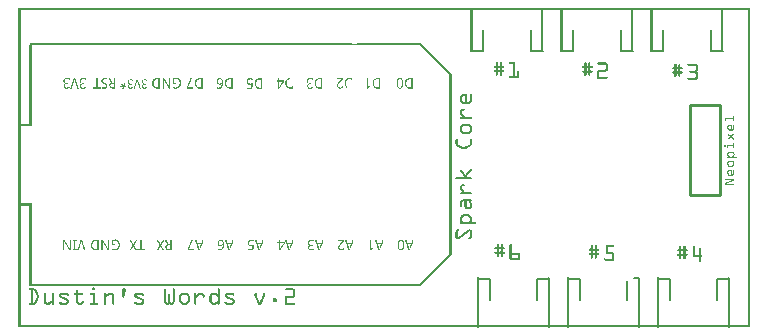
<source format=gto>
G04 MADE WITH FRITZING*
G04 WWW.FRITZING.ORG*
G04 DOUBLE SIDED*
G04 HOLES PLATED*
G04 CONTOUR ON CENTER OF CONTOUR VECTOR*
%ASAXBY*%
%FSLAX23Y23*%
%MOIN*%
%OFA0B0*%
%SFA1.0B1.0*%
%ADD10C,0.008000*%
%ADD11C,0.010000*%
%ADD12R,0.001000X0.001000*%
%LNSILK1*%
G90*
G70*
G54D10*
X2150Y993D02*
X2150Y922D01*
D02*
X2150Y922D02*
X2110Y922D01*
D02*
X2347Y922D02*
X2307Y922D01*
D02*
X2307Y922D02*
X2307Y993D01*
D02*
X1832Y164D02*
X1871Y164D01*
D02*
X1871Y164D02*
X1871Y93D01*
D02*
X1550Y993D02*
X1550Y922D01*
D02*
X1550Y922D02*
X1510Y922D01*
D02*
X1747Y922D02*
X1707Y922D01*
D02*
X1707Y922D02*
X1707Y993D01*
D02*
X2328Y93D02*
X2328Y164D01*
D02*
X2328Y164D02*
X2368Y164D01*
D02*
X2132Y164D02*
X2171Y164D01*
D02*
X2171Y164D02*
X2171Y93D01*
D02*
X1850Y993D02*
X1850Y922D01*
D02*
X1850Y922D02*
X1810Y922D01*
D02*
X2047Y922D02*
X2007Y922D01*
D02*
X2007Y922D02*
X2007Y993D01*
D02*
X1728Y93D02*
X1728Y164D01*
D02*
X1728Y164D02*
X1768Y164D01*
D02*
X1532Y164D02*
X1571Y164D01*
D02*
X1571Y164D02*
X1571Y93D01*
G54D11*
D02*
X2239Y743D02*
X2239Y443D01*
D02*
X2239Y443D02*
X2339Y443D01*
D02*
X2339Y443D02*
X2339Y743D01*
D02*
X2339Y743D02*
X2239Y743D01*
G54D12*
X0Y1067D02*
X2439Y1067D01*
X0Y1066D02*
X2439Y1066D01*
X0Y1065D02*
X2439Y1065D01*
X0Y1064D02*
X2439Y1064D01*
X0Y1063D02*
X2439Y1063D01*
X0Y1062D02*
X2439Y1062D01*
X0Y1061D02*
X2439Y1061D01*
X0Y1060D02*
X2439Y1060D01*
X0Y1059D02*
X7Y1059D01*
X1506Y1059D02*
X1513Y1059D01*
X1742Y1059D02*
X1749Y1059D01*
X1806Y1059D02*
X1813Y1059D01*
X2042Y1059D02*
X2049Y1059D01*
X2106Y1059D02*
X2113Y1059D01*
X2342Y1059D02*
X2349Y1059D01*
X2432Y1059D02*
X2439Y1059D01*
X0Y1058D02*
X7Y1058D01*
X1506Y1058D02*
X1513Y1058D01*
X1742Y1058D02*
X1749Y1058D01*
X1806Y1058D02*
X1813Y1058D01*
X2042Y1058D02*
X2049Y1058D01*
X2106Y1058D02*
X2113Y1058D01*
X2342Y1058D02*
X2349Y1058D01*
X2432Y1058D02*
X2439Y1058D01*
X0Y1057D02*
X7Y1057D01*
X1506Y1057D02*
X1513Y1057D01*
X1742Y1057D02*
X1749Y1057D01*
X1806Y1057D02*
X1813Y1057D01*
X2042Y1057D02*
X2049Y1057D01*
X2106Y1057D02*
X2113Y1057D01*
X2342Y1057D02*
X2349Y1057D01*
X2432Y1057D02*
X2439Y1057D01*
X0Y1056D02*
X7Y1056D01*
X1506Y1056D02*
X1513Y1056D01*
X1742Y1056D02*
X1749Y1056D01*
X1806Y1056D02*
X1813Y1056D01*
X2042Y1056D02*
X2049Y1056D01*
X2106Y1056D02*
X2113Y1056D01*
X2342Y1056D02*
X2349Y1056D01*
X2432Y1056D02*
X2439Y1056D01*
X0Y1055D02*
X7Y1055D01*
X1506Y1055D02*
X1513Y1055D01*
X1742Y1055D02*
X1749Y1055D01*
X1806Y1055D02*
X1813Y1055D01*
X2042Y1055D02*
X2049Y1055D01*
X2106Y1055D02*
X2113Y1055D01*
X2342Y1055D02*
X2349Y1055D01*
X2432Y1055D02*
X2439Y1055D01*
X0Y1054D02*
X7Y1054D01*
X1506Y1054D02*
X1513Y1054D01*
X1742Y1054D02*
X1749Y1054D01*
X1806Y1054D02*
X1813Y1054D01*
X2042Y1054D02*
X2049Y1054D01*
X2106Y1054D02*
X2113Y1054D01*
X2342Y1054D02*
X2349Y1054D01*
X2432Y1054D02*
X2439Y1054D01*
X0Y1053D02*
X7Y1053D01*
X1506Y1053D02*
X1513Y1053D01*
X1742Y1053D02*
X1749Y1053D01*
X1806Y1053D02*
X1813Y1053D01*
X2042Y1053D02*
X2049Y1053D01*
X2106Y1053D02*
X2113Y1053D01*
X2342Y1053D02*
X2349Y1053D01*
X2432Y1053D02*
X2439Y1053D01*
X0Y1052D02*
X7Y1052D01*
X1506Y1052D02*
X1513Y1052D01*
X1742Y1052D02*
X1749Y1052D01*
X1806Y1052D02*
X1813Y1052D01*
X2042Y1052D02*
X2049Y1052D01*
X2106Y1052D02*
X2113Y1052D01*
X2342Y1052D02*
X2349Y1052D01*
X2432Y1052D02*
X2439Y1052D01*
X0Y1051D02*
X7Y1051D01*
X1506Y1051D02*
X1513Y1051D01*
X1742Y1051D02*
X1749Y1051D01*
X1806Y1051D02*
X1813Y1051D01*
X2042Y1051D02*
X2049Y1051D01*
X2106Y1051D02*
X2113Y1051D01*
X2342Y1051D02*
X2349Y1051D01*
X2432Y1051D02*
X2439Y1051D01*
X0Y1050D02*
X7Y1050D01*
X1506Y1050D02*
X1513Y1050D01*
X1742Y1050D02*
X1749Y1050D01*
X1806Y1050D02*
X1813Y1050D01*
X2042Y1050D02*
X2049Y1050D01*
X2106Y1050D02*
X2113Y1050D01*
X2342Y1050D02*
X2349Y1050D01*
X2432Y1050D02*
X2439Y1050D01*
X0Y1049D02*
X7Y1049D01*
X1506Y1049D02*
X1513Y1049D01*
X1742Y1049D02*
X1749Y1049D01*
X1806Y1049D02*
X1813Y1049D01*
X2042Y1049D02*
X2049Y1049D01*
X2106Y1049D02*
X2113Y1049D01*
X2342Y1049D02*
X2349Y1049D01*
X2432Y1049D02*
X2439Y1049D01*
X0Y1048D02*
X7Y1048D01*
X1506Y1048D02*
X1513Y1048D01*
X1742Y1048D02*
X1749Y1048D01*
X1806Y1048D02*
X1813Y1048D01*
X2042Y1048D02*
X2049Y1048D01*
X2106Y1048D02*
X2113Y1048D01*
X2342Y1048D02*
X2349Y1048D01*
X2432Y1048D02*
X2439Y1048D01*
X0Y1047D02*
X7Y1047D01*
X1506Y1047D02*
X1513Y1047D01*
X1742Y1047D02*
X1749Y1047D01*
X1806Y1047D02*
X1813Y1047D01*
X2042Y1047D02*
X2049Y1047D01*
X2106Y1047D02*
X2113Y1047D01*
X2342Y1047D02*
X2349Y1047D01*
X2432Y1047D02*
X2439Y1047D01*
X0Y1046D02*
X7Y1046D01*
X1506Y1046D02*
X1513Y1046D01*
X1742Y1046D02*
X1749Y1046D01*
X1806Y1046D02*
X1813Y1046D01*
X2042Y1046D02*
X2049Y1046D01*
X2106Y1046D02*
X2113Y1046D01*
X2342Y1046D02*
X2349Y1046D01*
X2432Y1046D02*
X2439Y1046D01*
X0Y1045D02*
X7Y1045D01*
X1506Y1045D02*
X1513Y1045D01*
X1742Y1045D02*
X1749Y1045D01*
X1806Y1045D02*
X1813Y1045D01*
X2042Y1045D02*
X2049Y1045D01*
X2106Y1045D02*
X2113Y1045D01*
X2342Y1045D02*
X2349Y1045D01*
X2432Y1045D02*
X2439Y1045D01*
X0Y1044D02*
X7Y1044D01*
X1506Y1044D02*
X1513Y1044D01*
X1742Y1044D02*
X1749Y1044D01*
X1806Y1044D02*
X1813Y1044D01*
X2042Y1044D02*
X2049Y1044D01*
X2106Y1044D02*
X2113Y1044D01*
X2342Y1044D02*
X2349Y1044D01*
X2432Y1044D02*
X2439Y1044D01*
X0Y1043D02*
X7Y1043D01*
X1506Y1043D02*
X1513Y1043D01*
X1742Y1043D02*
X1749Y1043D01*
X1806Y1043D02*
X1813Y1043D01*
X2042Y1043D02*
X2049Y1043D01*
X2106Y1043D02*
X2113Y1043D01*
X2342Y1043D02*
X2349Y1043D01*
X2432Y1043D02*
X2439Y1043D01*
X0Y1042D02*
X7Y1042D01*
X1506Y1042D02*
X1513Y1042D01*
X1742Y1042D02*
X1749Y1042D01*
X1806Y1042D02*
X1813Y1042D01*
X2042Y1042D02*
X2049Y1042D01*
X2106Y1042D02*
X2113Y1042D01*
X2342Y1042D02*
X2349Y1042D01*
X2432Y1042D02*
X2439Y1042D01*
X0Y1041D02*
X7Y1041D01*
X1506Y1041D02*
X1513Y1041D01*
X1742Y1041D02*
X1749Y1041D01*
X1806Y1041D02*
X1813Y1041D01*
X2042Y1041D02*
X2049Y1041D01*
X2106Y1041D02*
X2113Y1041D01*
X2342Y1041D02*
X2349Y1041D01*
X2432Y1041D02*
X2439Y1041D01*
X0Y1040D02*
X7Y1040D01*
X1506Y1040D02*
X1513Y1040D01*
X1742Y1040D02*
X1749Y1040D01*
X1806Y1040D02*
X1813Y1040D01*
X2042Y1040D02*
X2049Y1040D01*
X2106Y1040D02*
X2113Y1040D01*
X2342Y1040D02*
X2349Y1040D01*
X2432Y1040D02*
X2439Y1040D01*
X0Y1039D02*
X7Y1039D01*
X1506Y1039D02*
X1513Y1039D01*
X1742Y1039D02*
X1749Y1039D01*
X1806Y1039D02*
X1813Y1039D01*
X2042Y1039D02*
X2049Y1039D01*
X2106Y1039D02*
X2113Y1039D01*
X2342Y1039D02*
X2349Y1039D01*
X2432Y1039D02*
X2439Y1039D01*
X0Y1038D02*
X7Y1038D01*
X1506Y1038D02*
X1513Y1038D01*
X1742Y1038D02*
X1749Y1038D01*
X1806Y1038D02*
X1813Y1038D01*
X2042Y1038D02*
X2049Y1038D01*
X2106Y1038D02*
X2113Y1038D01*
X2342Y1038D02*
X2349Y1038D01*
X2432Y1038D02*
X2439Y1038D01*
X0Y1037D02*
X7Y1037D01*
X1506Y1037D02*
X1513Y1037D01*
X1742Y1037D02*
X1749Y1037D01*
X1806Y1037D02*
X1813Y1037D01*
X2042Y1037D02*
X2049Y1037D01*
X2106Y1037D02*
X2113Y1037D01*
X2342Y1037D02*
X2349Y1037D01*
X2432Y1037D02*
X2439Y1037D01*
X0Y1036D02*
X7Y1036D01*
X1506Y1036D02*
X1513Y1036D01*
X1742Y1036D02*
X1749Y1036D01*
X1806Y1036D02*
X1813Y1036D01*
X2042Y1036D02*
X2049Y1036D01*
X2106Y1036D02*
X2113Y1036D01*
X2342Y1036D02*
X2349Y1036D01*
X2432Y1036D02*
X2439Y1036D01*
X0Y1035D02*
X7Y1035D01*
X1506Y1035D02*
X1513Y1035D01*
X1742Y1035D02*
X1749Y1035D01*
X1806Y1035D02*
X1813Y1035D01*
X2042Y1035D02*
X2049Y1035D01*
X2106Y1035D02*
X2113Y1035D01*
X2342Y1035D02*
X2349Y1035D01*
X2432Y1035D02*
X2439Y1035D01*
X0Y1034D02*
X7Y1034D01*
X1506Y1034D02*
X1513Y1034D01*
X1742Y1034D02*
X1749Y1034D01*
X1806Y1034D02*
X1813Y1034D01*
X2042Y1034D02*
X2049Y1034D01*
X2106Y1034D02*
X2113Y1034D01*
X2342Y1034D02*
X2349Y1034D01*
X2432Y1034D02*
X2439Y1034D01*
X0Y1033D02*
X7Y1033D01*
X1506Y1033D02*
X1513Y1033D01*
X1742Y1033D02*
X1749Y1033D01*
X1806Y1033D02*
X1813Y1033D01*
X2042Y1033D02*
X2049Y1033D01*
X2106Y1033D02*
X2113Y1033D01*
X2342Y1033D02*
X2349Y1033D01*
X2432Y1033D02*
X2439Y1033D01*
X0Y1032D02*
X7Y1032D01*
X1506Y1032D02*
X1513Y1032D01*
X1742Y1032D02*
X1749Y1032D01*
X1806Y1032D02*
X1813Y1032D01*
X2042Y1032D02*
X2049Y1032D01*
X2106Y1032D02*
X2113Y1032D01*
X2342Y1032D02*
X2349Y1032D01*
X2432Y1032D02*
X2439Y1032D01*
X0Y1031D02*
X7Y1031D01*
X1506Y1031D02*
X1513Y1031D01*
X1742Y1031D02*
X1749Y1031D01*
X1806Y1031D02*
X1813Y1031D01*
X2042Y1031D02*
X2049Y1031D01*
X2106Y1031D02*
X2113Y1031D01*
X2342Y1031D02*
X2349Y1031D01*
X2432Y1031D02*
X2439Y1031D01*
X0Y1030D02*
X7Y1030D01*
X1506Y1030D02*
X1513Y1030D01*
X1742Y1030D02*
X1749Y1030D01*
X1806Y1030D02*
X1813Y1030D01*
X2042Y1030D02*
X2049Y1030D01*
X2106Y1030D02*
X2113Y1030D01*
X2342Y1030D02*
X2349Y1030D01*
X2432Y1030D02*
X2439Y1030D01*
X0Y1029D02*
X7Y1029D01*
X1506Y1029D02*
X1513Y1029D01*
X1742Y1029D02*
X1749Y1029D01*
X1806Y1029D02*
X1813Y1029D01*
X2042Y1029D02*
X2049Y1029D01*
X2106Y1029D02*
X2113Y1029D01*
X2342Y1029D02*
X2349Y1029D01*
X2432Y1029D02*
X2439Y1029D01*
X0Y1028D02*
X7Y1028D01*
X1506Y1028D02*
X1513Y1028D01*
X1742Y1028D02*
X1749Y1028D01*
X1806Y1028D02*
X1813Y1028D01*
X2042Y1028D02*
X2049Y1028D01*
X2106Y1028D02*
X2113Y1028D01*
X2342Y1028D02*
X2349Y1028D01*
X2432Y1028D02*
X2439Y1028D01*
X0Y1027D02*
X7Y1027D01*
X1506Y1027D02*
X1513Y1027D01*
X1742Y1027D02*
X1749Y1027D01*
X1806Y1027D02*
X1813Y1027D01*
X2042Y1027D02*
X2049Y1027D01*
X2106Y1027D02*
X2113Y1027D01*
X2342Y1027D02*
X2349Y1027D01*
X2432Y1027D02*
X2439Y1027D01*
X0Y1026D02*
X7Y1026D01*
X1506Y1026D02*
X1513Y1026D01*
X1742Y1026D02*
X1749Y1026D01*
X1806Y1026D02*
X1813Y1026D01*
X2042Y1026D02*
X2049Y1026D01*
X2106Y1026D02*
X2113Y1026D01*
X2342Y1026D02*
X2349Y1026D01*
X2432Y1026D02*
X2439Y1026D01*
X0Y1025D02*
X7Y1025D01*
X1506Y1025D02*
X1513Y1025D01*
X1742Y1025D02*
X1749Y1025D01*
X1806Y1025D02*
X1813Y1025D01*
X2042Y1025D02*
X2049Y1025D01*
X2106Y1025D02*
X2113Y1025D01*
X2342Y1025D02*
X2349Y1025D01*
X2432Y1025D02*
X2439Y1025D01*
X0Y1024D02*
X7Y1024D01*
X1506Y1024D02*
X1513Y1024D01*
X1742Y1024D02*
X1749Y1024D01*
X1806Y1024D02*
X1813Y1024D01*
X2042Y1024D02*
X2049Y1024D01*
X2106Y1024D02*
X2113Y1024D01*
X2342Y1024D02*
X2349Y1024D01*
X2432Y1024D02*
X2439Y1024D01*
X0Y1023D02*
X7Y1023D01*
X1506Y1023D02*
X1513Y1023D01*
X1742Y1023D02*
X1749Y1023D01*
X1806Y1023D02*
X1813Y1023D01*
X2042Y1023D02*
X2049Y1023D01*
X2106Y1023D02*
X2113Y1023D01*
X2342Y1023D02*
X2349Y1023D01*
X2432Y1023D02*
X2439Y1023D01*
X0Y1022D02*
X7Y1022D01*
X1506Y1022D02*
X1513Y1022D01*
X1742Y1022D02*
X1749Y1022D01*
X1806Y1022D02*
X1813Y1022D01*
X2042Y1022D02*
X2049Y1022D01*
X2106Y1022D02*
X2113Y1022D01*
X2342Y1022D02*
X2349Y1022D01*
X2432Y1022D02*
X2439Y1022D01*
X0Y1021D02*
X7Y1021D01*
X1506Y1021D02*
X1513Y1021D01*
X1742Y1021D02*
X1749Y1021D01*
X1806Y1021D02*
X1813Y1021D01*
X2042Y1021D02*
X2049Y1021D01*
X2106Y1021D02*
X2113Y1021D01*
X2342Y1021D02*
X2349Y1021D01*
X2432Y1021D02*
X2439Y1021D01*
X0Y1020D02*
X7Y1020D01*
X1506Y1020D02*
X1513Y1020D01*
X1742Y1020D02*
X1749Y1020D01*
X1806Y1020D02*
X1813Y1020D01*
X2042Y1020D02*
X2049Y1020D01*
X2106Y1020D02*
X2113Y1020D01*
X2342Y1020D02*
X2349Y1020D01*
X2432Y1020D02*
X2439Y1020D01*
X0Y1019D02*
X7Y1019D01*
X1506Y1019D02*
X1513Y1019D01*
X1742Y1019D02*
X1749Y1019D01*
X1806Y1019D02*
X1813Y1019D01*
X2042Y1019D02*
X2049Y1019D01*
X2106Y1019D02*
X2113Y1019D01*
X2342Y1019D02*
X2349Y1019D01*
X2432Y1019D02*
X2439Y1019D01*
X0Y1018D02*
X7Y1018D01*
X1506Y1018D02*
X1513Y1018D01*
X1742Y1018D02*
X1749Y1018D01*
X1806Y1018D02*
X1813Y1018D01*
X2042Y1018D02*
X2049Y1018D01*
X2106Y1018D02*
X2113Y1018D01*
X2342Y1018D02*
X2349Y1018D01*
X2432Y1018D02*
X2439Y1018D01*
X0Y1017D02*
X7Y1017D01*
X1506Y1017D02*
X1513Y1017D01*
X1742Y1017D02*
X1749Y1017D01*
X1806Y1017D02*
X1813Y1017D01*
X2042Y1017D02*
X2049Y1017D01*
X2106Y1017D02*
X2113Y1017D01*
X2342Y1017D02*
X2349Y1017D01*
X2432Y1017D02*
X2439Y1017D01*
X0Y1016D02*
X7Y1016D01*
X1506Y1016D02*
X1513Y1016D01*
X1742Y1016D02*
X1749Y1016D01*
X1806Y1016D02*
X1813Y1016D01*
X2042Y1016D02*
X2049Y1016D01*
X2106Y1016D02*
X2113Y1016D01*
X2342Y1016D02*
X2349Y1016D01*
X2432Y1016D02*
X2439Y1016D01*
X0Y1015D02*
X7Y1015D01*
X1506Y1015D02*
X1513Y1015D01*
X1742Y1015D02*
X1749Y1015D01*
X1806Y1015D02*
X1813Y1015D01*
X2042Y1015D02*
X2049Y1015D01*
X2106Y1015D02*
X2113Y1015D01*
X2342Y1015D02*
X2349Y1015D01*
X2432Y1015D02*
X2439Y1015D01*
X0Y1014D02*
X7Y1014D01*
X1506Y1014D02*
X1513Y1014D01*
X1742Y1014D02*
X1749Y1014D01*
X1806Y1014D02*
X1813Y1014D01*
X2042Y1014D02*
X2049Y1014D01*
X2106Y1014D02*
X2113Y1014D01*
X2342Y1014D02*
X2349Y1014D01*
X2432Y1014D02*
X2439Y1014D01*
X0Y1013D02*
X7Y1013D01*
X1506Y1013D02*
X1513Y1013D01*
X1742Y1013D02*
X1749Y1013D01*
X1806Y1013D02*
X1813Y1013D01*
X2042Y1013D02*
X2049Y1013D01*
X2106Y1013D02*
X2113Y1013D01*
X2342Y1013D02*
X2349Y1013D01*
X2432Y1013D02*
X2439Y1013D01*
X0Y1012D02*
X7Y1012D01*
X1506Y1012D02*
X1513Y1012D01*
X1742Y1012D02*
X1749Y1012D01*
X1806Y1012D02*
X1813Y1012D01*
X2042Y1012D02*
X2049Y1012D01*
X2106Y1012D02*
X2113Y1012D01*
X2342Y1012D02*
X2349Y1012D01*
X2432Y1012D02*
X2439Y1012D01*
X0Y1011D02*
X7Y1011D01*
X1506Y1011D02*
X1513Y1011D01*
X1742Y1011D02*
X1749Y1011D01*
X1806Y1011D02*
X1813Y1011D01*
X2042Y1011D02*
X2049Y1011D01*
X2106Y1011D02*
X2113Y1011D01*
X2342Y1011D02*
X2349Y1011D01*
X2432Y1011D02*
X2439Y1011D01*
X0Y1010D02*
X7Y1010D01*
X1506Y1010D02*
X1513Y1010D01*
X1742Y1010D02*
X1749Y1010D01*
X1806Y1010D02*
X1813Y1010D01*
X2042Y1010D02*
X2049Y1010D01*
X2106Y1010D02*
X2113Y1010D01*
X2342Y1010D02*
X2349Y1010D01*
X2432Y1010D02*
X2439Y1010D01*
X0Y1009D02*
X7Y1009D01*
X1506Y1009D02*
X1513Y1009D01*
X1742Y1009D02*
X1749Y1009D01*
X1806Y1009D02*
X1813Y1009D01*
X2042Y1009D02*
X2049Y1009D01*
X2106Y1009D02*
X2113Y1009D01*
X2342Y1009D02*
X2349Y1009D01*
X2432Y1009D02*
X2439Y1009D01*
X0Y1008D02*
X7Y1008D01*
X1506Y1008D02*
X1513Y1008D01*
X1742Y1008D02*
X1749Y1008D01*
X1806Y1008D02*
X1813Y1008D01*
X2042Y1008D02*
X2049Y1008D01*
X2106Y1008D02*
X2113Y1008D01*
X2342Y1008D02*
X2349Y1008D01*
X2432Y1008D02*
X2439Y1008D01*
X0Y1007D02*
X7Y1007D01*
X1506Y1007D02*
X1513Y1007D01*
X1742Y1007D02*
X1749Y1007D01*
X1806Y1007D02*
X1813Y1007D01*
X2042Y1007D02*
X2049Y1007D01*
X2106Y1007D02*
X2113Y1007D01*
X2342Y1007D02*
X2349Y1007D01*
X2432Y1007D02*
X2439Y1007D01*
X0Y1006D02*
X7Y1006D01*
X1506Y1006D02*
X1513Y1006D01*
X1742Y1006D02*
X1749Y1006D01*
X1806Y1006D02*
X1813Y1006D01*
X2042Y1006D02*
X2049Y1006D01*
X2106Y1006D02*
X2113Y1006D01*
X2342Y1006D02*
X2349Y1006D01*
X2432Y1006D02*
X2439Y1006D01*
X0Y1005D02*
X7Y1005D01*
X1506Y1005D02*
X1513Y1005D01*
X1742Y1005D02*
X1749Y1005D01*
X1806Y1005D02*
X1813Y1005D01*
X2042Y1005D02*
X2049Y1005D01*
X2106Y1005D02*
X2113Y1005D01*
X2342Y1005D02*
X2349Y1005D01*
X2432Y1005D02*
X2439Y1005D01*
X0Y1004D02*
X7Y1004D01*
X1506Y1004D02*
X1513Y1004D01*
X1742Y1004D02*
X1749Y1004D01*
X1806Y1004D02*
X1813Y1004D01*
X2042Y1004D02*
X2049Y1004D01*
X2106Y1004D02*
X2113Y1004D01*
X2342Y1004D02*
X2349Y1004D01*
X2432Y1004D02*
X2439Y1004D01*
X0Y1003D02*
X7Y1003D01*
X1506Y1003D02*
X1513Y1003D01*
X1742Y1003D02*
X1749Y1003D01*
X1806Y1003D02*
X1813Y1003D01*
X2042Y1003D02*
X2049Y1003D01*
X2106Y1003D02*
X2113Y1003D01*
X2342Y1003D02*
X2349Y1003D01*
X2432Y1003D02*
X2439Y1003D01*
X0Y1002D02*
X7Y1002D01*
X1506Y1002D02*
X1513Y1002D01*
X1742Y1002D02*
X1749Y1002D01*
X1806Y1002D02*
X1813Y1002D01*
X2042Y1002D02*
X2049Y1002D01*
X2106Y1002D02*
X2113Y1002D01*
X2342Y1002D02*
X2349Y1002D01*
X2432Y1002D02*
X2439Y1002D01*
X0Y1001D02*
X7Y1001D01*
X1506Y1001D02*
X1513Y1001D01*
X1742Y1001D02*
X1749Y1001D01*
X1806Y1001D02*
X1813Y1001D01*
X2042Y1001D02*
X2049Y1001D01*
X2106Y1001D02*
X2113Y1001D01*
X2342Y1001D02*
X2349Y1001D01*
X2432Y1001D02*
X2439Y1001D01*
X0Y1000D02*
X7Y1000D01*
X1506Y1000D02*
X1513Y1000D01*
X1742Y1000D02*
X1749Y1000D01*
X1806Y1000D02*
X1813Y1000D01*
X2042Y1000D02*
X2049Y1000D01*
X2106Y1000D02*
X2113Y1000D01*
X2342Y1000D02*
X2349Y1000D01*
X2432Y1000D02*
X2439Y1000D01*
X0Y999D02*
X7Y999D01*
X1506Y999D02*
X1513Y999D01*
X1742Y999D02*
X1749Y999D01*
X1806Y999D02*
X1813Y999D01*
X2042Y999D02*
X2049Y999D01*
X2106Y999D02*
X2113Y999D01*
X2342Y999D02*
X2349Y999D01*
X2432Y999D02*
X2439Y999D01*
X0Y998D02*
X7Y998D01*
X1506Y998D02*
X1513Y998D01*
X1742Y998D02*
X1749Y998D01*
X1806Y998D02*
X1813Y998D01*
X2042Y998D02*
X2049Y998D01*
X2106Y998D02*
X2113Y998D01*
X2342Y998D02*
X2349Y998D01*
X2432Y998D02*
X2439Y998D01*
X0Y997D02*
X7Y997D01*
X1506Y997D02*
X1513Y997D01*
X1742Y997D02*
X1749Y997D01*
X1806Y997D02*
X1813Y997D01*
X2042Y997D02*
X2049Y997D01*
X2106Y997D02*
X2113Y997D01*
X2342Y997D02*
X2349Y997D01*
X2432Y997D02*
X2439Y997D01*
X0Y996D02*
X7Y996D01*
X1506Y996D02*
X1513Y996D01*
X1742Y996D02*
X1749Y996D01*
X1806Y996D02*
X1813Y996D01*
X2042Y996D02*
X2049Y996D01*
X2106Y996D02*
X2113Y996D01*
X2342Y996D02*
X2349Y996D01*
X2432Y996D02*
X2439Y996D01*
X0Y995D02*
X7Y995D01*
X1506Y995D02*
X1513Y995D01*
X1742Y995D02*
X1749Y995D01*
X1806Y995D02*
X1813Y995D01*
X2042Y995D02*
X2049Y995D01*
X2106Y995D02*
X2113Y995D01*
X2342Y995D02*
X2349Y995D01*
X2432Y995D02*
X2439Y995D01*
X0Y994D02*
X7Y994D01*
X1506Y994D02*
X1513Y994D01*
X1742Y994D02*
X1749Y994D01*
X1806Y994D02*
X1813Y994D01*
X2042Y994D02*
X2049Y994D01*
X2106Y994D02*
X2113Y994D01*
X2342Y994D02*
X2349Y994D01*
X2432Y994D02*
X2439Y994D01*
X0Y993D02*
X7Y993D01*
X1506Y993D02*
X1513Y993D01*
X1742Y993D02*
X1749Y993D01*
X1806Y993D02*
X1813Y993D01*
X2042Y993D02*
X2049Y993D01*
X2106Y993D02*
X2113Y993D01*
X2342Y993D02*
X2349Y993D01*
X2432Y993D02*
X2439Y993D01*
X0Y992D02*
X7Y992D01*
X1506Y992D02*
X1513Y992D01*
X1742Y992D02*
X1749Y992D01*
X1806Y992D02*
X1813Y992D01*
X2042Y992D02*
X2049Y992D01*
X2106Y992D02*
X2113Y992D01*
X2342Y992D02*
X2349Y992D01*
X2432Y992D02*
X2439Y992D01*
X0Y991D02*
X7Y991D01*
X1506Y991D02*
X1513Y991D01*
X1742Y991D02*
X1749Y991D01*
X1806Y991D02*
X1813Y991D01*
X2042Y991D02*
X2049Y991D01*
X2106Y991D02*
X2113Y991D01*
X2342Y991D02*
X2349Y991D01*
X2432Y991D02*
X2439Y991D01*
X0Y990D02*
X7Y990D01*
X1506Y990D02*
X1513Y990D01*
X1742Y990D02*
X1749Y990D01*
X1806Y990D02*
X1813Y990D01*
X2042Y990D02*
X2049Y990D01*
X2106Y990D02*
X2113Y990D01*
X2342Y990D02*
X2349Y990D01*
X2432Y990D02*
X2439Y990D01*
X0Y989D02*
X7Y989D01*
X1506Y989D02*
X1513Y989D01*
X1742Y989D02*
X1749Y989D01*
X1806Y989D02*
X1813Y989D01*
X2042Y989D02*
X2049Y989D01*
X2106Y989D02*
X2113Y989D01*
X2342Y989D02*
X2349Y989D01*
X2432Y989D02*
X2439Y989D01*
X0Y988D02*
X7Y988D01*
X1506Y988D02*
X1513Y988D01*
X1742Y988D02*
X1749Y988D01*
X1806Y988D02*
X1813Y988D01*
X2042Y988D02*
X2049Y988D01*
X2106Y988D02*
X2113Y988D01*
X2342Y988D02*
X2349Y988D01*
X2432Y988D02*
X2439Y988D01*
X0Y987D02*
X7Y987D01*
X1506Y987D02*
X1513Y987D01*
X1742Y987D02*
X1749Y987D01*
X1806Y987D02*
X1813Y987D01*
X2042Y987D02*
X2049Y987D01*
X2106Y987D02*
X2113Y987D01*
X2342Y987D02*
X2349Y987D01*
X2432Y987D02*
X2439Y987D01*
X0Y986D02*
X7Y986D01*
X1506Y986D02*
X1513Y986D01*
X1742Y986D02*
X1749Y986D01*
X1806Y986D02*
X1813Y986D01*
X2042Y986D02*
X2049Y986D01*
X2106Y986D02*
X2113Y986D01*
X2342Y986D02*
X2349Y986D01*
X2432Y986D02*
X2439Y986D01*
X0Y985D02*
X7Y985D01*
X1506Y985D02*
X1513Y985D01*
X1742Y985D02*
X1749Y985D01*
X1806Y985D02*
X1813Y985D01*
X2042Y985D02*
X2049Y985D01*
X2106Y985D02*
X2113Y985D01*
X2342Y985D02*
X2349Y985D01*
X2432Y985D02*
X2439Y985D01*
X0Y984D02*
X7Y984D01*
X1506Y984D02*
X1513Y984D01*
X1742Y984D02*
X1749Y984D01*
X1806Y984D02*
X1813Y984D01*
X2042Y984D02*
X2049Y984D01*
X2106Y984D02*
X2113Y984D01*
X2342Y984D02*
X2349Y984D01*
X2432Y984D02*
X2439Y984D01*
X0Y983D02*
X7Y983D01*
X1506Y983D02*
X1513Y983D01*
X1742Y983D02*
X1749Y983D01*
X1806Y983D02*
X1813Y983D01*
X2042Y983D02*
X2049Y983D01*
X2106Y983D02*
X2113Y983D01*
X2342Y983D02*
X2349Y983D01*
X2432Y983D02*
X2439Y983D01*
X0Y982D02*
X7Y982D01*
X1506Y982D02*
X1513Y982D01*
X1742Y982D02*
X1749Y982D01*
X1806Y982D02*
X1813Y982D01*
X2042Y982D02*
X2049Y982D01*
X2106Y982D02*
X2113Y982D01*
X2342Y982D02*
X2349Y982D01*
X2432Y982D02*
X2439Y982D01*
X0Y981D02*
X7Y981D01*
X1506Y981D02*
X1513Y981D01*
X1742Y981D02*
X1749Y981D01*
X1806Y981D02*
X1813Y981D01*
X2042Y981D02*
X2049Y981D01*
X2106Y981D02*
X2113Y981D01*
X2342Y981D02*
X2349Y981D01*
X2432Y981D02*
X2439Y981D01*
X0Y980D02*
X7Y980D01*
X1506Y980D02*
X1513Y980D01*
X1742Y980D02*
X1749Y980D01*
X1806Y980D02*
X1813Y980D01*
X2042Y980D02*
X2049Y980D01*
X2106Y980D02*
X2113Y980D01*
X2342Y980D02*
X2349Y980D01*
X2432Y980D02*
X2439Y980D01*
X0Y979D02*
X7Y979D01*
X1506Y979D02*
X1513Y979D01*
X1742Y979D02*
X1749Y979D01*
X1806Y979D02*
X1813Y979D01*
X2042Y979D02*
X2049Y979D01*
X2106Y979D02*
X2113Y979D01*
X2342Y979D02*
X2349Y979D01*
X2432Y979D02*
X2439Y979D01*
X0Y978D02*
X7Y978D01*
X1506Y978D02*
X1513Y978D01*
X1742Y978D02*
X1749Y978D01*
X1806Y978D02*
X1813Y978D01*
X2042Y978D02*
X2049Y978D01*
X2106Y978D02*
X2113Y978D01*
X2342Y978D02*
X2349Y978D01*
X2432Y978D02*
X2439Y978D01*
X0Y977D02*
X7Y977D01*
X1506Y977D02*
X1513Y977D01*
X1742Y977D02*
X1749Y977D01*
X1806Y977D02*
X1813Y977D01*
X2042Y977D02*
X2049Y977D01*
X2106Y977D02*
X2113Y977D01*
X2342Y977D02*
X2349Y977D01*
X2432Y977D02*
X2439Y977D01*
X0Y976D02*
X7Y976D01*
X1506Y976D02*
X1513Y976D01*
X1742Y976D02*
X1749Y976D01*
X1806Y976D02*
X1813Y976D01*
X2042Y976D02*
X2049Y976D01*
X2106Y976D02*
X2113Y976D01*
X2342Y976D02*
X2349Y976D01*
X2432Y976D02*
X2439Y976D01*
X0Y975D02*
X7Y975D01*
X1506Y975D02*
X1513Y975D01*
X1742Y975D02*
X1749Y975D01*
X1806Y975D02*
X1813Y975D01*
X2042Y975D02*
X2049Y975D01*
X2106Y975D02*
X2113Y975D01*
X2342Y975D02*
X2349Y975D01*
X2432Y975D02*
X2439Y975D01*
X0Y974D02*
X7Y974D01*
X1506Y974D02*
X1513Y974D01*
X1742Y974D02*
X1749Y974D01*
X1806Y974D02*
X1813Y974D01*
X2042Y974D02*
X2049Y974D01*
X2106Y974D02*
X2113Y974D01*
X2342Y974D02*
X2349Y974D01*
X2432Y974D02*
X2439Y974D01*
X0Y973D02*
X7Y973D01*
X1506Y973D02*
X1513Y973D01*
X1742Y973D02*
X1749Y973D01*
X1806Y973D02*
X1813Y973D01*
X2042Y973D02*
X2049Y973D01*
X2106Y973D02*
X2113Y973D01*
X2342Y973D02*
X2349Y973D01*
X2432Y973D02*
X2439Y973D01*
X0Y972D02*
X7Y972D01*
X1506Y972D02*
X1513Y972D01*
X1742Y972D02*
X1749Y972D01*
X1806Y972D02*
X1813Y972D01*
X2042Y972D02*
X2049Y972D01*
X2106Y972D02*
X2113Y972D01*
X2342Y972D02*
X2349Y972D01*
X2432Y972D02*
X2439Y972D01*
X0Y971D02*
X7Y971D01*
X1506Y971D02*
X1513Y971D01*
X1742Y971D02*
X1749Y971D01*
X1806Y971D02*
X1813Y971D01*
X2042Y971D02*
X2049Y971D01*
X2106Y971D02*
X2113Y971D01*
X2342Y971D02*
X2349Y971D01*
X2432Y971D02*
X2439Y971D01*
X0Y970D02*
X7Y970D01*
X1506Y970D02*
X1513Y970D01*
X1742Y970D02*
X1749Y970D01*
X1806Y970D02*
X1813Y970D01*
X2042Y970D02*
X2049Y970D01*
X2106Y970D02*
X2113Y970D01*
X2342Y970D02*
X2349Y970D01*
X2432Y970D02*
X2439Y970D01*
X0Y969D02*
X7Y969D01*
X1506Y969D02*
X1513Y969D01*
X1742Y969D02*
X1749Y969D01*
X1806Y969D02*
X1813Y969D01*
X2042Y969D02*
X2049Y969D01*
X2106Y969D02*
X2113Y969D01*
X2342Y969D02*
X2349Y969D01*
X2432Y969D02*
X2439Y969D01*
X0Y968D02*
X7Y968D01*
X1506Y968D02*
X1513Y968D01*
X1742Y968D02*
X1749Y968D01*
X1806Y968D02*
X1813Y968D01*
X2042Y968D02*
X2049Y968D01*
X2106Y968D02*
X2113Y968D01*
X2342Y968D02*
X2349Y968D01*
X2432Y968D02*
X2439Y968D01*
X0Y967D02*
X7Y967D01*
X1506Y967D02*
X1513Y967D01*
X1742Y967D02*
X1749Y967D01*
X1806Y967D02*
X1813Y967D01*
X2042Y967D02*
X2049Y967D01*
X2106Y967D02*
X2113Y967D01*
X2342Y967D02*
X2349Y967D01*
X2432Y967D02*
X2439Y967D01*
X0Y966D02*
X7Y966D01*
X1506Y966D02*
X1513Y966D01*
X1742Y966D02*
X1749Y966D01*
X1806Y966D02*
X1813Y966D01*
X2042Y966D02*
X2049Y966D01*
X2106Y966D02*
X2113Y966D01*
X2342Y966D02*
X2349Y966D01*
X2432Y966D02*
X2439Y966D01*
X0Y965D02*
X7Y965D01*
X1506Y965D02*
X1513Y965D01*
X1742Y965D02*
X1749Y965D01*
X1806Y965D02*
X1813Y965D01*
X2042Y965D02*
X2049Y965D01*
X2106Y965D02*
X2113Y965D01*
X2342Y965D02*
X2349Y965D01*
X2432Y965D02*
X2439Y965D01*
X0Y964D02*
X7Y964D01*
X1506Y964D02*
X1513Y964D01*
X1742Y964D02*
X1749Y964D01*
X1806Y964D02*
X1813Y964D01*
X2042Y964D02*
X2049Y964D01*
X2106Y964D02*
X2113Y964D01*
X2342Y964D02*
X2349Y964D01*
X2432Y964D02*
X2439Y964D01*
X0Y963D02*
X7Y963D01*
X1506Y963D02*
X1513Y963D01*
X1742Y963D02*
X1749Y963D01*
X1806Y963D02*
X1813Y963D01*
X2042Y963D02*
X2049Y963D01*
X2106Y963D02*
X2113Y963D01*
X2342Y963D02*
X2349Y963D01*
X2432Y963D02*
X2439Y963D01*
X0Y962D02*
X7Y962D01*
X1506Y962D02*
X1513Y962D01*
X1742Y962D02*
X1749Y962D01*
X1806Y962D02*
X1813Y962D01*
X2042Y962D02*
X2049Y962D01*
X2106Y962D02*
X2113Y962D01*
X2342Y962D02*
X2349Y962D01*
X2432Y962D02*
X2439Y962D01*
X0Y961D02*
X7Y961D01*
X1506Y961D02*
X1513Y961D01*
X1742Y961D02*
X1749Y961D01*
X1806Y961D02*
X1813Y961D01*
X2042Y961D02*
X2049Y961D01*
X2106Y961D02*
X2113Y961D01*
X2342Y961D02*
X2349Y961D01*
X2432Y961D02*
X2439Y961D01*
X0Y960D02*
X7Y960D01*
X1506Y960D02*
X1513Y960D01*
X1742Y960D02*
X1749Y960D01*
X1806Y960D02*
X1813Y960D01*
X2042Y960D02*
X2049Y960D01*
X2106Y960D02*
X2113Y960D01*
X2342Y960D02*
X2349Y960D01*
X2432Y960D02*
X2439Y960D01*
X0Y959D02*
X7Y959D01*
X1506Y959D02*
X1513Y959D01*
X1742Y959D02*
X1749Y959D01*
X1806Y959D02*
X1813Y959D01*
X2042Y959D02*
X2049Y959D01*
X2106Y959D02*
X2113Y959D01*
X2342Y959D02*
X2349Y959D01*
X2432Y959D02*
X2439Y959D01*
X0Y958D02*
X7Y958D01*
X1506Y958D02*
X1513Y958D01*
X1742Y958D02*
X1749Y958D01*
X1806Y958D02*
X1813Y958D01*
X2042Y958D02*
X2049Y958D01*
X2106Y958D02*
X2113Y958D01*
X2342Y958D02*
X2349Y958D01*
X2432Y958D02*
X2439Y958D01*
X0Y957D02*
X7Y957D01*
X1506Y957D02*
X1513Y957D01*
X1742Y957D02*
X1749Y957D01*
X1806Y957D02*
X1813Y957D01*
X2042Y957D02*
X2049Y957D01*
X2106Y957D02*
X2113Y957D01*
X2342Y957D02*
X2349Y957D01*
X2432Y957D02*
X2439Y957D01*
X0Y956D02*
X7Y956D01*
X1506Y956D02*
X1513Y956D01*
X1742Y956D02*
X1749Y956D01*
X1806Y956D02*
X1813Y956D01*
X2042Y956D02*
X2049Y956D01*
X2106Y956D02*
X2113Y956D01*
X2342Y956D02*
X2349Y956D01*
X2432Y956D02*
X2439Y956D01*
X0Y955D02*
X7Y955D01*
X1506Y955D02*
X1513Y955D01*
X1742Y955D02*
X1749Y955D01*
X1806Y955D02*
X1813Y955D01*
X2042Y955D02*
X2049Y955D01*
X2106Y955D02*
X2113Y955D01*
X2342Y955D02*
X2349Y955D01*
X2432Y955D02*
X2439Y955D01*
X0Y954D02*
X7Y954D01*
X1506Y954D02*
X1513Y954D01*
X1742Y954D02*
X1749Y954D01*
X1806Y954D02*
X1813Y954D01*
X2042Y954D02*
X2049Y954D01*
X2106Y954D02*
X2113Y954D01*
X2342Y954D02*
X2349Y954D01*
X2432Y954D02*
X2439Y954D01*
X0Y953D02*
X7Y953D01*
X1506Y953D02*
X1513Y953D01*
X1742Y953D02*
X1749Y953D01*
X1806Y953D02*
X1813Y953D01*
X2042Y953D02*
X2049Y953D01*
X2106Y953D02*
X2113Y953D01*
X2342Y953D02*
X2349Y953D01*
X2432Y953D02*
X2439Y953D01*
X0Y952D02*
X7Y952D01*
X1506Y952D02*
X1513Y952D01*
X1742Y952D02*
X1749Y952D01*
X1806Y952D02*
X1813Y952D01*
X2042Y952D02*
X2049Y952D01*
X2106Y952D02*
X2113Y952D01*
X2342Y952D02*
X2349Y952D01*
X2432Y952D02*
X2439Y952D01*
X0Y951D02*
X7Y951D01*
X1506Y951D02*
X1513Y951D01*
X1742Y951D02*
X1749Y951D01*
X1806Y951D02*
X1813Y951D01*
X2042Y951D02*
X2049Y951D01*
X2106Y951D02*
X2113Y951D01*
X2342Y951D02*
X2349Y951D01*
X2432Y951D02*
X2439Y951D01*
X0Y950D02*
X7Y950D01*
X1506Y950D02*
X1513Y950D01*
X1742Y950D02*
X1749Y950D01*
X1806Y950D02*
X1813Y950D01*
X2042Y950D02*
X2049Y950D01*
X2106Y950D02*
X2113Y950D01*
X2342Y950D02*
X2349Y950D01*
X2432Y950D02*
X2439Y950D01*
X0Y949D02*
X7Y949D01*
X1506Y949D02*
X1513Y949D01*
X1742Y949D02*
X1749Y949D01*
X1806Y949D02*
X1813Y949D01*
X2042Y949D02*
X2049Y949D01*
X2106Y949D02*
X2113Y949D01*
X2342Y949D02*
X2349Y949D01*
X2432Y949D02*
X2439Y949D01*
X0Y948D02*
X7Y948D01*
X40Y948D02*
X1111Y948D01*
X1128Y948D02*
X1340Y948D01*
X1506Y948D02*
X1513Y948D01*
X1742Y948D02*
X1749Y948D01*
X1806Y948D02*
X1813Y948D01*
X2042Y948D02*
X2049Y948D01*
X2106Y948D02*
X2113Y948D01*
X2342Y948D02*
X2349Y948D01*
X2432Y948D02*
X2439Y948D01*
X0Y947D02*
X7Y947D01*
X39Y947D02*
X1113Y947D01*
X1125Y947D02*
X1342Y947D01*
X1506Y947D02*
X1513Y947D01*
X1742Y947D02*
X1749Y947D01*
X1806Y947D02*
X1813Y947D01*
X2042Y947D02*
X2049Y947D01*
X2106Y947D02*
X2113Y947D01*
X2342Y947D02*
X2349Y947D01*
X2432Y947D02*
X2439Y947D01*
X0Y946D02*
X7Y946D01*
X39Y946D02*
X1343Y946D01*
X1506Y946D02*
X1513Y946D01*
X1742Y946D02*
X1749Y946D01*
X1806Y946D02*
X1813Y946D01*
X2042Y946D02*
X2049Y946D01*
X2106Y946D02*
X2113Y946D01*
X2342Y946D02*
X2349Y946D01*
X2432Y946D02*
X2439Y946D01*
X0Y945D02*
X7Y945D01*
X39Y945D02*
X1344Y945D01*
X1506Y945D02*
X1513Y945D01*
X1742Y945D02*
X1749Y945D01*
X1806Y945D02*
X1813Y945D01*
X2042Y945D02*
X2049Y945D01*
X2106Y945D02*
X2113Y945D01*
X2342Y945D02*
X2349Y945D01*
X2432Y945D02*
X2439Y945D01*
X0Y944D02*
X7Y944D01*
X38Y944D02*
X1345Y944D01*
X1506Y944D02*
X1513Y944D01*
X1742Y944D02*
X1749Y944D01*
X1806Y944D02*
X1813Y944D01*
X2042Y944D02*
X2049Y944D01*
X2106Y944D02*
X2113Y944D01*
X2342Y944D02*
X2349Y944D01*
X2432Y944D02*
X2439Y944D01*
X0Y943D02*
X7Y943D01*
X38Y943D02*
X1346Y943D01*
X1506Y943D02*
X1513Y943D01*
X1742Y943D02*
X1749Y943D01*
X1806Y943D02*
X1813Y943D01*
X2042Y943D02*
X2049Y943D01*
X2106Y943D02*
X2113Y943D01*
X2342Y943D02*
X2349Y943D01*
X2432Y943D02*
X2439Y943D01*
X0Y942D02*
X7Y942D01*
X38Y942D02*
X1347Y942D01*
X1506Y942D02*
X1513Y942D01*
X1742Y942D02*
X1749Y942D01*
X1806Y942D02*
X1813Y942D01*
X2042Y942D02*
X2049Y942D01*
X2106Y942D02*
X2113Y942D01*
X2342Y942D02*
X2349Y942D01*
X2432Y942D02*
X2439Y942D01*
X0Y941D02*
X7Y941D01*
X37Y941D02*
X44Y941D01*
X1338Y941D02*
X1348Y941D01*
X1506Y941D02*
X1513Y941D01*
X1742Y941D02*
X1749Y941D01*
X1806Y941D02*
X1813Y941D01*
X2042Y941D02*
X2049Y941D01*
X2106Y941D02*
X2113Y941D01*
X2342Y941D02*
X2349Y941D01*
X2432Y941D02*
X2439Y941D01*
X0Y940D02*
X7Y940D01*
X37Y940D02*
X43Y940D01*
X1340Y940D02*
X1349Y940D01*
X1506Y940D02*
X1513Y940D01*
X1742Y940D02*
X1749Y940D01*
X1806Y940D02*
X1813Y940D01*
X2042Y940D02*
X2049Y940D01*
X2106Y940D02*
X2113Y940D01*
X2342Y940D02*
X2349Y940D01*
X2432Y940D02*
X2439Y940D01*
X0Y939D02*
X7Y939D01*
X37Y939D02*
X43Y939D01*
X1341Y939D02*
X1350Y939D01*
X1506Y939D02*
X1513Y939D01*
X1742Y939D02*
X1749Y939D01*
X1806Y939D02*
X1813Y939D01*
X2042Y939D02*
X2049Y939D01*
X2106Y939D02*
X2113Y939D01*
X2342Y939D02*
X2349Y939D01*
X2432Y939D02*
X2439Y939D01*
X0Y938D02*
X7Y938D01*
X37Y938D02*
X43Y938D01*
X1342Y938D02*
X1351Y938D01*
X1506Y938D02*
X1513Y938D01*
X1742Y938D02*
X1749Y938D01*
X1806Y938D02*
X1813Y938D01*
X2042Y938D02*
X2049Y938D01*
X2106Y938D02*
X2113Y938D01*
X2342Y938D02*
X2349Y938D01*
X2432Y938D02*
X2439Y938D01*
X0Y937D02*
X7Y937D01*
X37Y937D02*
X43Y937D01*
X1343Y937D02*
X1352Y937D01*
X1506Y937D02*
X1513Y937D01*
X1742Y937D02*
X1749Y937D01*
X1806Y937D02*
X1813Y937D01*
X2042Y937D02*
X2049Y937D01*
X2106Y937D02*
X2113Y937D01*
X2342Y937D02*
X2349Y937D01*
X2432Y937D02*
X2439Y937D01*
X0Y936D02*
X7Y936D01*
X37Y936D02*
X43Y936D01*
X1344Y936D02*
X1353Y936D01*
X1506Y936D02*
X1513Y936D01*
X1742Y936D02*
X1749Y936D01*
X1806Y936D02*
X1813Y936D01*
X2042Y936D02*
X2049Y936D01*
X2106Y936D02*
X2113Y936D01*
X2342Y936D02*
X2349Y936D01*
X2432Y936D02*
X2439Y936D01*
X0Y935D02*
X7Y935D01*
X37Y935D02*
X43Y935D01*
X1345Y935D02*
X1353Y935D01*
X1506Y935D02*
X1513Y935D01*
X1742Y935D02*
X1749Y935D01*
X1806Y935D02*
X1813Y935D01*
X2042Y935D02*
X2049Y935D01*
X2106Y935D02*
X2113Y935D01*
X2342Y935D02*
X2349Y935D01*
X2432Y935D02*
X2439Y935D01*
X0Y934D02*
X7Y934D01*
X37Y934D02*
X43Y934D01*
X1346Y934D02*
X1354Y934D01*
X1506Y934D02*
X1513Y934D01*
X1742Y934D02*
X1749Y934D01*
X1806Y934D02*
X1813Y934D01*
X2042Y934D02*
X2049Y934D01*
X2106Y934D02*
X2113Y934D01*
X2342Y934D02*
X2349Y934D01*
X2432Y934D02*
X2439Y934D01*
X0Y933D02*
X7Y933D01*
X37Y933D02*
X43Y933D01*
X1347Y933D02*
X1355Y933D01*
X1506Y933D02*
X1513Y933D01*
X1742Y933D02*
X1749Y933D01*
X1806Y933D02*
X1813Y933D01*
X2042Y933D02*
X2049Y933D01*
X2106Y933D02*
X2113Y933D01*
X2342Y933D02*
X2349Y933D01*
X2432Y933D02*
X2439Y933D01*
X0Y932D02*
X7Y932D01*
X37Y932D02*
X43Y932D01*
X1348Y932D02*
X1356Y932D01*
X1506Y932D02*
X1513Y932D01*
X1742Y932D02*
X1749Y932D01*
X1806Y932D02*
X1813Y932D01*
X2042Y932D02*
X2049Y932D01*
X2106Y932D02*
X2113Y932D01*
X2342Y932D02*
X2349Y932D01*
X2432Y932D02*
X2439Y932D01*
X0Y931D02*
X7Y931D01*
X37Y931D02*
X43Y931D01*
X1349Y931D02*
X1357Y931D01*
X1506Y931D02*
X1513Y931D01*
X1742Y931D02*
X1749Y931D01*
X1806Y931D02*
X1813Y931D01*
X2042Y931D02*
X2049Y931D01*
X2106Y931D02*
X2113Y931D01*
X2342Y931D02*
X2349Y931D01*
X2432Y931D02*
X2439Y931D01*
X0Y930D02*
X7Y930D01*
X37Y930D02*
X43Y930D01*
X1350Y930D02*
X1358Y930D01*
X1506Y930D02*
X1513Y930D01*
X1742Y930D02*
X1749Y930D01*
X1806Y930D02*
X1813Y930D01*
X2042Y930D02*
X2049Y930D01*
X2106Y930D02*
X2113Y930D01*
X2342Y930D02*
X2349Y930D01*
X2432Y930D02*
X2439Y930D01*
X0Y929D02*
X7Y929D01*
X37Y929D02*
X43Y929D01*
X1351Y929D02*
X1359Y929D01*
X1506Y929D02*
X1513Y929D01*
X1742Y929D02*
X1749Y929D01*
X1806Y929D02*
X1813Y929D01*
X2042Y929D02*
X2049Y929D01*
X2106Y929D02*
X2113Y929D01*
X2342Y929D02*
X2349Y929D01*
X2432Y929D02*
X2439Y929D01*
X0Y928D02*
X7Y928D01*
X37Y928D02*
X43Y928D01*
X1352Y928D02*
X1360Y928D01*
X1506Y928D02*
X1513Y928D01*
X1742Y928D02*
X1749Y928D01*
X1806Y928D02*
X1813Y928D01*
X2042Y928D02*
X2049Y928D01*
X2106Y928D02*
X2113Y928D01*
X2342Y928D02*
X2349Y928D01*
X2432Y928D02*
X2439Y928D01*
X0Y927D02*
X7Y927D01*
X37Y927D02*
X43Y927D01*
X1353Y927D02*
X1361Y927D01*
X1506Y927D02*
X1513Y927D01*
X1742Y927D02*
X1749Y927D01*
X1806Y927D02*
X1813Y927D01*
X2042Y927D02*
X2049Y927D01*
X2106Y927D02*
X2113Y927D01*
X2342Y927D02*
X2349Y927D01*
X2432Y927D02*
X2439Y927D01*
X0Y926D02*
X7Y926D01*
X37Y926D02*
X43Y926D01*
X1354Y926D02*
X1362Y926D01*
X1506Y926D02*
X1513Y926D01*
X1742Y926D02*
X1749Y926D01*
X1806Y926D02*
X1813Y926D01*
X2042Y926D02*
X2049Y926D01*
X2106Y926D02*
X2113Y926D01*
X2342Y926D02*
X2349Y926D01*
X2432Y926D02*
X2439Y926D01*
X0Y925D02*
X7Y925D01*
X37Y925D02*
X43Y925D01*
X1355Y925D02*
X1363Y925D01*
X1506Y925D02*
X1513Y925D01*
X1742Y925D02*
X1749Y925D01*
X1806Y925D02*
X1813Y925D01*
X2042Y925D02*
X2049Y925D01*
X2106Y925D02*
X2113Y925D01*
X2342Y925D02*
X2349Y925D01*
X2432Y925D02*
X2439Y925D01*
X0Y924D02*
X7Y924D01*
X37Y924D02*
X43Y924D01*
X1356Y924D02*
X1364Y924D01*
X1506Y924D02*
X1513Y924D01*
X1742Y924D02*
X1749Y924D01*
X1806Y924D02*
X1813Y924D01*
X2042Y924D02*
X2049Y924D01*
X2106Y924D02*
X2113Y924D01*
X2342Y924D02*
X2349Y924D01*
X2432Y924D02*
X2439Y924D01*
X0Y923D02*
X7Y923D01*
X37Y923D02*
X43Y923D01*
X1357Y923D02*
X1365Y923D01*
X1506Y923D02*
X1513Y923D01*
X1742Y923D02*
X1749Y923D01*
X1806Y923D02*
X1813Y923D01*
X2042Y923D02*
X2049Y923D01*
X2106Y923D02*
X2113Y923D01*
X2342Y923D02*
X2349Y923D01*
X2432Y923D02*
X2439Y923D01*
X0Y922D02*
X7Y922D01*
X37Y922D02*
X43Y922D01*
X1358Y922D02*
X1366Y922D01*
X1506Y922D02*
X1513Y922D01*
X1743Y922D02*
X1749Y922D01*
X1806Y922D02*
X1813Y922D01*
X2043Y922D02*
X2049Y922D01*
X2106Y922D02*
X2113Y922D01*
X2343Y922D02*
X2349Y922D01*
X2432Y922D02*
X2439Y922D01*
X0Y921D02*
X7Y921D01*
X37Y921D02*
X43Y921D01*
X1359Y921D02*
X1367Y921D01*
X1507Y921D02*
X1513Y921D01*
X1743Y921D02*
X1749Y921D01*
X1807Y921D02*
X1813Y921D01*
X2043Y921D02*
X2049Y921D01*
X2107Y921D02*
X2113Y921D01*
X2343Y921D02*
X2349Y921D01*
X2432Y921D02*
X2439Y921D01*
X0Y920D02*
X7Y920D01*
X37Y920D02*
X43Y920D01*
X1360Y920D02*
X1368Y920D01*
X1508Y920D02*
X1512Y920D01*
X1744Y920D02*
X1748Y920D01*
X1808Y920D02*
X1812Y920D01*
X2044Y920D02*
X2048Y920D01*
X2107Y920D02*
X2112Y920D01*
X2344Y920D02*
X2348Y920D01*
X2432Y920D02*
X2439Y920D01*
X0Y919D02*
X7Y919D01*
X37Y919D02*
X43Y919D01*
X1361Y919D02*
X1369Y919D01*
X1509Y919D02*
X1510Y919D01*
X1746Y919D02*
X1746Y919D01*
X1809Y919D02*
X1810Y919D01*
X2046Y919D02*
X2046Y919D01*
X2109Y919D02*
X2110Y919D01*
X2346Y919D02*
X2346Y919D01*
X2432Y919D02*
X2439Y919D01*
X0Y918D02*
X7Y918D01*
X37Y918D02*
X43Y918D01*
X1362Y918D02*
X1370Y918D01*
X2432Y918D02*
X2439Y918D01*
X0Y917D02*
X7Y917D01*
X37Y917D02*
X43Y917D01*
X1363Y917D02*
X1371Y917D01*
X2432Y917D02*
X2439Y917D01*
X0Y916D02*
X7Y916D01*
X37Y916D02*
X43Y916D01*
X1364Y916D02*
X1372Y916D01*
X2432Y916D02*
X2439Y916D01*
X0Y915D02*
X7Y915D01*
X37Y915D02*
X43Y915D01*
X1365Y915D02*
X1373Y915D01*
X2432Y915D02*
X2439Y915D01*
X0Y914D02*
X7Y914D01*
X37Y914D02*
X43Y914D01*
X1366Y914D02*
X1374Y914D01*
X2432Y914D02*
X2439Y914D01*
X0Y913D02*
X7Y913D01*
X37Y913D02*
X43Y913D01*
X1367Y913D02*
X1375Y913D01*
X2432Y913D02*
X2439Y913D01*
X0Y912D02*
X7Y912D01*
X37Y912D02*
X43Y912D01*
X1368Y912D02*
X1376Y912D01*
X2432Y912D02*
X2439Y912D01*
X0Y911D02*
X7Y911D01*
X37Y911D02*
X43Y911D01*
X1368Y911D02*
X1377Y911D01*
X2432Y911D02*
X2439Y911D01*
X0Y910D02*
X7Y910D01*
X37Y910D02*
X43Y910D01*
X1369Y910D02*
X1378Y910D01*
X2432Y910D02*
X2439Y910D01*
X0Y909D02*
X7Y909D01*
X37Y909D02*
X43Y909D01*
X1370Y909D02*
X1379Y909D01*
X2432Y909D02*
X2439Y909D01*
X0Y908D02*
X7Y908D01*
X37Y908D02*
X43Y908D01*
X1371Y908D02*
X1380Y908D01*
X2432Y908D02*
X2439Y908D01*
X0Y907D02*
X7Y907D01*
X37Y907D02*
X43Y907D01*
X1372Y907D02*
X1381Y907D01*
X2432Y907D02*
X2439Y907D01*
X0Y906D02*
X7Y906D01*
X37Y906D02*
X43Y906D01*
X1373Y906D02*
X1382Y906D01*
X2432Y906D02*
X2439Y906D01*
X0Y905D02*
X7Y905D01*
X37Y905D02*
X43Y905D01*
X1374Y905D02*
X1383Y905D01*
X2432Y905D02*
X2439Y905D01*
X0Y904D02*
X7Y904D01*
X37Y904D02*
X43Y904D01*
X1375Y904D02*
X1384Y904D01*
X2432Y904D02*
X2439Y904D01*
X0Y903D02*
X7Y903D01*
X37Y903D02*
X43Y903D01*
X1376Y903D02*
X1385Y903D01*
X2432Y903D02*
X2439Y903D01*
X0Y902D02*
X7Y902D01*
X37Y902D02*
X43Y902D01*
X1377Y902D02*
X1386Y902D01*
X2432Y902D02*
X2439Y902D01*
X0Y901D02*
X7Y901D01*
X37Y901D02*
X43Y901D01*
X1378Y901D02*
X1387Y901D01*
X2432Y901D02*
X2439Y901D01*
X0Y900D02*
X7Y900D01*
X37Y900D02*
X43Y900D01*
X1379Y900D02*
X1388Y900D01*
X2432Y900D02*
X2439Y900D01*
X0Y899D02*
X7Y899D01*
X37Y899D02*
X43Y899D01*
X1380Y899D02*
X1389Y899D01*
X2432Y899D02*
X2439Y899D01*
X0Y898D02*
X7Y898D01*
X37Y898D02*
X43Y898D01*
X1381Y898D02*
X1390Y898D01*
X2432Y898D02*
X2439Y898D01*
X0Y897D02*
X7Y897D01*
X37Y897D02*
X43Y897D01*
X1382Y897D02*
X1391Y897D01*
X2432Y897D02*
X2439Y897D01*
X0Y896D02*
X7Y896D01*
X37Y896D02*
X43Y896D01*
X1383Y896D02*
X1392Y896D01*
X2432Y896D02*
X2439Y896D01*
X0Y895D02*
X7Y895D01*
X37Y895D02*
X43Y895D01*
X1384Y895D02*
X1393Y895D01*
X2432Y895D02*
X2439Y895D01*
X0Y894D02*
X7Y894D01*
X37Y894D02*
X43Y894D01*
X1385Y894D02*
X1394Y894D01*
X2432Y894D02*
X2439Y894D01*
X0Y893D02*
X7Y893D01*
X37Y893D02*
X43Y893D01*
X1386Y893D02*
X1395Y893D01*
X2432Y893D02*
X2439Y893D01*
X0Y892D02*
X7Y892D01*
X37Y892D02*
X43Y892D01*
X1387Y892D02*
X1396Y892D01*
X2432Y892D02*
X2439Y892D01*
X0Y891D02*
X7Y891D01*
X37Y891D02*
X43Y891D01*
X1388Y891D02*
X1397Y891D01*
X2432Y891D02*
X2439Y891D01*
X0Y890D02*
X7Y890D01*
X37Y890D02*
X43Y890D01*
X1389Y890D02*
X1398Y890D01*
X2432Y890D02*
X2439Y890D01*
X0Y889D02*
X7Y889D01*
X37Y889D02*
X43Y889D01*
X1390Y889D02*
X1399Y889D01*
X2432Y889D02*
X2439Y889D01*
X0Y888D02*
X7Y888D01*
X37Y888D02*
X43Y888D01*
X1391Y888D02*
X1400Y888D01*
X2432Y888D02*
X2439Y888D01*
X0Y887D02*
X7Y887D01*
X37Y887D02*
X43Y887D01*
X1392Y887D02*
X1401Y887D01*
X2432Y887D02*
X2439Y887D01*
X0Y886D02*
X7Y886D01*
X37Y886D02*
X43Y886D01*
X1393Y886D02*
X1402Y886D01*
X2432Y886D02*
X2439Y886D01*
X0Y885D02*
X7Y885D01*
X37Y885D02*
X43Y885D01*
X1394Y885D02*
X1403Y885D01*
X1593Y885D02*
X1596Y885D01*
X1607Y885D02*
X1609Y885D01*
X1636Y885D02*
X1654Y885D01*
X2432Y885D02*
X2439Y885D01*
X0Y884D02*
X7Y884D01*
X37Y884D02*
X43Y884D01*
X1395Y884D02*
X1404Y884D01*
X1592Y884D02*
X1597Y884D01*
X1606Y884D02*
X1610Y884D01*
X1635Y884D02*
X1654Y884D01*
X1889Y884D02*
X1891Y884D01*
X1902Y884D02*
X1904Y884D01*
X1932Y884D02*
X1959Y884D01*
X2432Y884D02*
X2439Y884D01*
X0Y883D02*
X7Y883D01*
X37Y883D02*
X43Y883D01*
X1396Y883D02*
X1405Y883D01*
X1592Y883D02*
X1597Y883D01*
X1605Y883D02*
X1611Y883D01*
X1635Y883D02*
X1654Y883D01*
X1887Y883D02*
X1892Y883D01*
X1901Y883D02*
X1906Y883D01*
X1931Y883D02*
X1961Y883D01*
X2432Y883D02*
X2439Y883D01*
X0Y882D02*
X7Y882D01*
X37Y882D02*
X43Y882D01*
X1397Y882D02*
X1406Y882D01*
X1591Y882D02*
X1597Y882D01*
X1605Y882D02*
X1611Y882D01*
X1635Y882D02*
X1654Y882D01*
X1887Y882D02*
X1892Y882D01*
X1901Y882D02*
X1906Y882D01*
X1930Y882D02*
X1962Y882D01*
X2432Y882D02*
X2439Y882D01*
X0Y881D02*
X7Y881D01*
X37Y881D02*
X43Y881D01*
X1398Y881D02*
X1407Y881D01*
X1591Y881D02*
X1597Y881D01*
X1605Y881D02*
X1611Y881D01*
X1635Y881D02*
X1654Y881D01*
X1887Y881D02*
X1893Y881D01*
X1900Y881D02*
X1906Y881D01*
X1930Y881D02*
X1962Y881D01*
X2432Y881D02*
X2439Y881D01*
X0Y880D02*
X7Y880D01*
X37Y880D02*
X43Y880D01*
X1399Y880D02*
X1408Y880D01*
X1591Y880D02*
X1597Y880D01*
X1605Y880D02*
X1611Y880D01*
X1635Y880D02*
X1654Y880D01*
X1887Y880D02*
X1893Y880D01*
X1900Y880D02*
X1906Y880D01*
X1930Y880D02*
X1963Y880D01*
X2188Y880D02*
X2191Y880D01*
X2202Y880D02*
X2205Y880D01*
X2231Y880D02*
X2260Y880D01*
X2432Y880D02*
X2439Y880D01*
X0Y879D02*
X7Y879D01*
X37Y879D02*
X43Y879D01*
X1400Y879D02*
X1409Y879D01*
X1591Y879D02*
X1597Y879D01*
X1605Y879D02*
X1611Y879D01*
X1637Y879D02*
X1654Y879D01*
X1887Y879D02*
X1893Y879D01*
X1900Y879D02*
X1906Y879D01*
X1931Y879D02*
X1963Y879D01*
X2187Y879D02*
X2192Y879D01*
X2201Y879D02*
X2206Y879D01*
X2230Y879D02*
X2261Y879D01*
X2432Y879D02*
X2439Y879D01*
X0Y878D02*
X7Y878D01*
X37Y878D02*
X43Y878D01*
X1401Y878D02*
X1410Y878D01*
X1591Y878D02*
X1597Y878D01*
X1605Y878D02*
X1611Y878D01*
X1648Y878D02*
X1654Y878D01*
X1887Y878D02*
X1893Y878D01*
X1900Y878D02*
X1906Y878D01*
X1932Y878D02*
X1964Y878D01*
X2187Y878D02*
X2193Y878D01*
X2201Y878D02*
X2206Y878D01*
X2230Y878D02*
X2262Y878D01*
X2432Y878D02*
X2439Y878D01*
X0Y877D02*
X7Y877D01*
X37Y877D02*
X43Y877D01*
X1402Y877D02*
X1411Y877D01*
X1591Y877D02*
X1597Y877D01*
X1605Y877D02*
X1611Y877D01*
X1648Y877D02*
X1654Y877D01*
X1887Y877D02*
X1893Y877D01*
X1900Y877D02*
X1906Y877D01*
X1957Y877D02*
X1964Y877D01*
X2187Y877D02*
X2193Y877D01*
X2200Y877D02*
X2206Y877D01*
X2230Y877D02*
X2263Y877D01*
X2432Y877D02*
X2439Y877D01*
X0Y876D02*
X7Y876D01*
X37Y876D02*
X43Y876D01*
X1403Y876D02*
X1412Y876D01*
X1591Y876D02*
X1597Y876D01*
X1605Y876D02*
X1611Y876D01*
X1648Y876D02*
X1654Y876D01*
X1887Y876D02*
X1893Y876D01*
X1900Y876D02*
X1906Y876D01*
X1958Y876D02*
X1964Y876D01*
X2187Y876D02*
X2193Y876D01*
X2200Y876D02*
X2206Y876D01*
X2230Y876D02*
X2263Y876D01*
X2432Y876D02*
X2439Y876D01*
X0Y875D02*
X7Y875D01*
X37Y875D02*
X43Y875D01*
X1404Y875D02*
X1413Y875D01*
X1591Y875D02*
X1597Y875D01*
X1605Y875D02*
X1611Y875D01*
X1648Y875D02*
X1654Y875D01*
X1887Y875D02*
X1893Y875D01*
X1900Y875D02*
X1906Y875D01*
X1958Y875D02*
X1964Y875D01*
X2187Y875D02*
X2193Y875D01*
X2200Y875D02*
X2206Y875D01*
X2231Y875D02*
X2263Y875D01*
X2432Y875D02*
X2439Y875D01*
X0Y874D02*
X7Y874D01*
X37Y874D02*
X43Y874D01*
X1405Y874D02*
X1414Y874D01*
X1591Y874D02*
X1598Y874D01*
X1605Y874D02*
X1611Y874D01*
X1648Y874D02*
X1654Y874D01*
X1887Y874D02*
X1893Y874D01*
X1900Y874D02*
X1906Y874D01*
X1958Y874D02*
X1964Y874D01*
X2187Y874D02*
X2193Y874D01*
X2200Y874D02*
X2206Y874D01*
X2233Y874D02*
X2264Y874D01*
X2432Y874D02*
X2439Y874D01*
X0Y873D02*
X7Y873D01*
X37Y873D02*
X43Y873D01*
X1406Y873D02*
X1415Y873D01*
X1586Y873D02*
X1617Y873D01*
X1648Y873D02*
X1654Y873D01*
X1887Y873D02*
X1893Y873D01*
X1900Y873D02*
X1906Y873D01*
X1958Y873D02*
X1964Y873D01*
X2187Y873D02*
X2193Y873D01*
X2200Y873D02*
X2206Y873D01*
X2258Y873D02*
X2264Y873D01*
X2432Y873D02*
X2439Y873D01*
X0Y872D02*
X7Y872D01*
X37Y872D02*
X43Y872D01*
X1407Y872D02*
X1416Y872D01*
X1585Y872D02*
X1618Y872D01*
X1648Y872D02*
X1654Y872D01*
X1881Y872D02*
X1912Y872D01*
X1958Y872D02*
X1964Y872D01*
X2187Y872D02*
X2193Y872D01*
X2200Y872D02*
X2206Y872D01*
X2258Y872D02*
X2264Y872D01*
X2432Y872D02*
X2439Y872D01*
X0Y871D02*
X7Y871D01*
X37Y871D02*
X43Y871D01*
X1408Y871D02*
X1417Y871D01*
X1585Y871D02*
X1618Y871D01*
X1648Y871D02*
X1654Y871D01*
X1880Y871D02*
X1913Y871D01*
X1958Y871D02*
X1964Y871D01*
X2187Y871D02*
X2193Y871D01*
X2200Y871D02*
X2206Y871D01*
X2258Y871D02*
X2264Y871D01*
X2432Y871D02*
X2439Y871D01*
X0Y870D02*
X7Y870D01*
X37Y870D02*
X43Y870D01*
X1409Y870D02*
X1418Y870D01*
X1585Y870D02*
X1618Y870D01*
X1648Y870D02*
X1654Y870D01*
X1880Y870D02*
X1913Y870D01*
X1958Y870D02*
X1964Y870D01*
X2187Y870D02*
X2193Y870D01*
X2200Y870D02*
X2206Y870D01*
X2258Y870D02*
X2264Y870D01*
X2432Y870D02*
X2439Y870D01*
X0Y869D02*
X7Y869D01*
X37Y869D02*
X43Y869D01*
X1410Y869D02*
X1419Y869D01*
X1585Y869D02*
X1618Y869D01*
X1648Y869D02*
X1654Y869D01*
X1880Y869D02*
X1913Y869D01*
X1958Y869D02*
X1964Y869D01*
X2183Y869D02*
X2210Y869D01*
X2258Y869D02*
X2264Y869D01*
X2432Y869D02*
X2439Y869D01*
X0Y868D02*
X7Y868D01*
X37Y868D02*
X43Y868D01*
X1411Y868D02*
X1420Y868D01*
X1585Y868D02*
X1617Y868D01*
X1648Y868D02*
X1654Y868D01*
X1880Y868D02*
X1913Y868D01*
X1958Y868D02*
X1964Y868D01*
X2181Y868D02*
X2212Y868D01*
X2258Y868D02*
X2264Y868D01*
X2432Y868D02*
X2439Y868D01*
X0Y867D02*
X7Y867D01*
X37Y867D02*
X43Y867D01*
X1412Y867D02*
X1421Y867D01*
X1587Y867D02*
X1616Y867D01*
X1648Y867D02*
X1654Y867D01*
X1881Y867D02*
X1913Y867D01*
X1958Y867D02*
X1964Y867D01*
X2180Y867D02*
X2213Y867D01*
X2258Y867D02*
X2264Y867D01*
X2432Y867D02*
X2439Y867D01*
X0Y866D02*
X7Y866D01*
X37Y866D02*
X43Y866D01*
X1413Y866D02*
X1422Y866D01*
X1591Y866D02*
X1597Y866D01*
X1605Y866D02*
X1611Y866D01*
X1648Y866D02*
X1654Y866D01*
X1882Y866D02*
X1911Y866D01*
X1958Y866D02*
X1964Y866D01*
X2180Y866D02*
X2213Y866D01*
X2258Y866D02*
X2264Y866D01*
X2432Y866D02*
X2439Y866D01*
X0Y865D02*
X7Y865D01*
X37Y865D02*
X43Y865D01*
X1414Y865D02*
X1423Y865D01*
X1591Y865D02*
X1597Y865D01*
X1605Y865D02*
X1611Y865D01*
X1648Y865D02*
X1654Y865D01*
X1887Y865D02*
X1893Y865D01*
X1900Y865D02*
X1906Y865D01*
X1958Y865D02*
X1964Y865D01*
X2180Y865D02*
X2213Y865D01*
X2258Y865D02*
X2264Y865D01*
X2432Y865D02*
X2439Y865D01*
X0Y864D02*
X7Y864D01*
X37Y864D02*
X43Y864D01*
X1415Y864D02*
X1424Y864D01*
X1591Y864D02*
X1597Y864D01*
X1605Y864D02*
X1611Y864D01*
X1648Y864D02*
X1654Y864D01*
X1887Y864D02*
X1893Y864D01*
X1900Y864D02*
X1906Y864D01*
X1958Y864D02*
X1964Y864D01*
X2180Y864D02*
X2213Y864D01*
X2258Y864D02*
X2264Y864D01*
X2432Y864D02*
X2439Y864D01*
X0Y863D02*
X7Y863D01*
X37Y863D02*
X43Y863D01*
X1416Y863D02*
X1425Y863D01*
X1591Y863D02*
X1597Y863D01*
X1605Y863D02*
X1611Y863D01*
X1648Y863D02*
X1654Y863D01*
X1887Y863D02*
X1893Y863D01*
X1900Y863D02*
X1906Y863D01*
X1958Y863D02*
X1964Y863D01*
X2181Y863D02*
X2212Y863D01*
X2258Y863D02*
X2264Y863D01*
X2432Y863D02*
X2439Y863D01*
X0Y862D02*
X7Y862D01*
X37Y862D02*
X43Y862D01*
X1417Y862D02*
X1426Y862D01*
X1591Y862D02*
X1597Y862D01*
X1605Y862D02*
X1611Y862D01*
X1648Y862D02*
X1654Y862D01*
X1887Y862D02*
X1893Y862D01*
X1900Y862D02*
X1906Y862D01*
X1958Y862D02*
X1964Y862D01*
X2186Y862D02*
X2193Y862D01*
X2200Y862D02*
X2207Y862D01*
X2258Y862D02*
X2264Y862D01*
X2432Y862D02*
X2439Y862D01*
X0Y861D02*
X7Y861D01*
X37Y861D02*
X43Y861D01*
X1418Y861D02*
X1427Y861D01*
X1591Y861D02*
X1597Y861D01*
X1605Y861D02*
X1611Y861D01*
X1648Y861D02*
X1654Y861D01*
X1887Y861D02*
X1893Y861D01*
X1900Y861D02*
X1906Y861D01*
X1957Y861D02*
X1964Y861D01*
X2187Y861D02*
X2193Y861D01*
X2200Y861D02*
X2206Y861D01*
X2258Y861D02*
X2264Y861D01*
X2432Y861D02*
X2439Y861D01*
X0Y860D02*
X7Y860D01*
X37Y860D02*
X43Y860D01*
X1419Y860D02*
X1428Y860D01*
X1591Y860D02*
X1597Y860D01*
X1605Y860D02*
X1611Y860D01*
X1648Y860D02*
X1654Y860D01*
X1887Y860D02*
X1893Y860D01*
X1900Y860D02*
X1906Y860D01*
X1934Y860D02*
X1964Y860D01*
X2187Y860D02*
X2193Y860D01*
X2200Y860D02*
X2206Y860D01*
X2257Y860D02*
X2263Y860D01*
X2432Y860D02*
X2439Y860D01*
X0Y859D02*
X7Y859D01*
X37Y859D02*
X43Y859D01*
X1420Y859D02*
X1429Y859D01*
X1588Y859D02*
X1615Y859D01*
X1648Y859D02*
X1654Y859D01*
X1887Y859D02*
X1893Y859D01*
X1900Y859D02*
X1906Y859D01*
X1932Y859D02*
X1963Y859D01*
X2187Y859D02*
X2193Y859D01*
X2200Y859D02*
X2206Y859D01*
X2257Y859D02*
X2263Y859D01*
X2432Y859D02*
X2439Y859D01*
X0Y858D02*
X7Y858D01*
X37Y858D02*
X43Y858D01*
X1421Y858D02*
X1430Y858D01*
X1586Y858D02*
X1617Y858D01*
X1648Y858D02*
X1654Y858D01*
X1886Y858D02*
X1893Y858D01*
X1900Y858D02*
X1907Y858D01*
X1931Y858D02*
X1963Y858D01*
X2187Y858D02*
X2193Y858D01*
X2200Y858D02*
X2206Y858D01*
X2256Y858D02*
X2263Y858D01*
X2432Y858D02*
X2439Y858D01*
X0Y857D02*
X7Y857D01*
X37Y857D02*
X43Y857D01*
X1422Y857D02*
X1431Y857D01*
X1585Y857D02*
X1618Y857D01*
X1648Y857D02*
X1654Y857D01*
X1881Y857D02*
X1912Y857D01*
X1931Y857D02*
X1962Y857D01*
X2187Y857D02*
X2193Y857D01*
X2200Y857D02*
X2206Y857D01*
X2239Y857D02*
X2263Y857D01*
X2432Y857D02*
X2439Y857D01*
X0Y856D02*
X7Y856D01*
X37Y856D02*
X43Y856D01*
X1423Y856D02*
X1432Y856D01*
X1585Y856D02*
X1618Y856D01*
X1648Y856D02*
X1654Y856D01*
X1665Y856D02*
X1665Y856D01*
X1880Y856D02*
X1913Y856D01*
X1930Y856D02*
X1962Y856D01*
X2187Y856D02*
X2193Y856D01*
X2200Y856D02*
X2206Y856D01*
X2238Y856D02*
X2262Y856D01*
X2432Y856D02*
X2439Y856D01*
X0Y855D02*
X7Y855D01*
X37Y855D02*
X43Y855D01*
X1424Y855D02*
X1433Y855D01*
X1585Y855D02*
X1618Y855D01*
X1648Y855D02*
X1654Y855D01*
X1663Y855D02*
X1667Y855D01*
X1880Y855D02*
X1913Y855D01*
X1930Y855D02*
X1960Y855D01*
X2187Y855D02*
X2193Y855D01*
X2200Y855D02*
X2206Y855D01*
X2237Y855D02*
X2262Y855D01*
X2432Y855D02*
X2439Y855D01*
X0Y854D02*
X7Y854D01*
X37Y854D02*
X43Y854D01*
X1425Y854D02*
X1434Y854D01*
X1585Y854D02*
X1618Y854D01*
X1648Y854D02*
X1654Y854D01*
X1663Y854D02*
X1668Y854D01*
X1880Y854D02*
X1913Y854D01*
X1930Y854D02*
X1958Y854D01*
X2182Y854D02*
X2211Y854D01*
X2237Y854D02*
X2261Y854D01*
X2432Y854D02*
X2439Y854D01*
X0Y853D02*
X7Y853D01*
X37Y853D02*
X43Y853D01*
X1426Y853D02*
X1435Y853D01*
X1586Y853D02*
X1617Y853D01*
X1648Y853D02*
X1654Y853D01*
X1662Y853D02*
X1668Y853D01*
X1880Y853D02*
X1913Y853D01*
X1930Y853D02*
X1936Y853D01*
X2181Y853D02*
X2213Y853D01*
X2237Y853D02*
X2261Y853D01*
X2432Y853D02*
X2439Y853D01*
X0Y852D02*
X7Y852D01*
X37Y852D02*
X43Y852D01*
X1427Y852D02*
X1436Y852D01*
X1591Y852D02*
X1598Y852D01*
X1605Y852D02*
X1612Y852D01*
X1648Y852D02*
X1654Y852D01*
X1662Y852D02*
X1668Y852D01*
X1881Y852D02*
X1912Y852D01*
X1930Y852D02*
X1936Y852D01*
X2180Y852D02*
X2213Y852D01*
X2237Y852D02*
X2262Y852D01*
X2432Y852D02*
X2439Y852D01*
X0Y851D02*
X7Y851D01*
X37Y851D02*
X43Y851D01*
X1428Y851D02*
X1437Y851D01*
X1591Y851D02*
X1597Y851D01*
X1605Y851D02*
X1611Y851D01*
X1648Y851D02*
X1654Y851D01*
X1662Y851D02*
X1668Y851D01*
X1883Y851D02*
X1911Y851D01*
X1930Y851D02*
X1936Y851D01*
X2180Y851D02*
X2213Y851D01*
X2238Y851D02*
X2263Y851D01*
X2432Y851D02*
X2439Y851D01*
X0Y850D02*
X7Y850D01*
X37Y850D02*
X43Y850D01*
X1429Y850D02*
X1438Y850D01*
X1591Y850D02*
X1597Y850D01*
X1605Y850D02*
X1611Y850D01*
X1648Y850D02*
X1654Y850D01*
X1662Y850D02*
X1668Y850D01*
X1887Y850D02*
X1893Y850D01*
X1900Y850D02*
X1906Y850D01*
X1930Y850D02*
X1936Y850D01*
X2180Y850D02*
X2213Y850D01*
X2255Y850D02*
X2263Y850D01*
X2432Y850D02*
X2439Y850D01*
X0Y849D02*
X7Y849D01*
X37Y849D02*
X43Y849D01*
X1430Y849D02*
X1439Y849D01*
X1591Y849D02*
X1597Y849D01*
X1605Y849D02*
X1611Y849D01*
X1648Y849D02*
X1654Y849D01*
X1662Y849D02*
X1668Y849D01*
X1887Y849D02*
X1893Y849D01*
X1900Y849D02*
X1906Y849D01*
X1930Y849D02*
X1936Y849D01*
X2180Y849D02*
X2213Y849D01*
X2257Y849D02*
X2263Y849D01*
X2432Y849D02*
X2439Y849D01*
X0Y848D02*
X7Y848D01*
X37Y848D02*
X43Y848D01*
X1431Y848D02*
X1440Y848D01*
X1591Y848D02*
X1597Y848D01*
X1605Y848D02*
X1611Y848D01*
X1648Y848D02*
X1654Y848D01*
X1662Y848D02*
X1668Y848D01*
X1887Y848D02*
X1893Y848D01*
X1900Y848D02*
X1906Y848D01*
X1930Y848D02*
X1936Y848D01*
X2181Y848D02*
X2212Y848D01*
X2257Y848D02*
X2263Y848D01*
X2432Y848D02*
X2439Y848D01*
X0Y847D02*
X7Y847D01*
X37Y847D02*
X43Y847D01*
X1432Y847D02*
X1441Y847D01*
X1591Y847D02*
X1597Y847D01*
X1605Y847D02*
X1611Y847D01*
X1648Y847D02*
X1654Y847D01*
X1662Y847D02*
X1668Y847D01*
X1887Y847D02*
X1893Y847D01*
X1900Y847D02*
X1906Y847D01*
X1930Y847D02*
X1936Y847D01*
X2187Y847D02*
X2193Y847D01*
X2200Y847D02*
X2207Y847D01*
X2257Y847D02*
X2264Y847D01*
X2432Y847D02*
X2439Y847D01*
X0Y846D02*
X7Y846D01*
X37Y846D02*
X43Y846D01*
X1433Y846D02*
X1442Y846D01*
X1591Y846D02*
X1597Y846D01*
X1605Y846D02*
X1611Y846D01*
X1648Y846D02*
X1654Y846D01*
X1662Y846D02*
X1668Y846D01*
X1887Y846D02*
X1893Y846D01*
X1900Y846D02*
X1906Y846D01*
X1930Y846D02*
X1936Y846D01*
X2187Y846D02*
X2193Y846D01*
X2200Y846D02*
X2206Y846D01*
X2258Y846D02*
X2264Y846D01*
X2432Y846D02*
X2439Y846D01*
X0Y845D02*
X7Y845D01*
X37Y845D02*
X43Y845D01*
X1434Y845D02*
X1442Y845D01*
X1591Y845D02*
X1597Y845D01*
X1605Y845D02*
X1611Y845D01*
X1648Y845D02*
X1654Y845D01*
X1662Y845D02*
X1668Y845D01*
X1887Y845D02*
X1893Y845D01*
X1900Y845D02*
X1906Y845D01*
X1930Y845D02*
X1936Y845D01*
X2187Y845D02*
X2193Y845D01*
X2200Y845D02*
X2206Y845D01*
X2258Y845D02*
X2264Y845D01*
X2432Y845D02*
X2439Y845D01*
X0Y844D02*
X7Y844D01*
X37Y844D02*
X43Y844D01*
X1435Y844D02*
X1443Y844D01*
X1591Y844D02*
X1597Y844D01*
X1605Y844D02*
X1611Y844D01*
X1648Y844D02*
X1654Y844D01*
X1662Y844D02*
X1668Y844D01*
X1887Y844D02*
X1893Y844D01*
X1900Y844D02*
X1906Y844D01*
X1930Y844D02*
X1936Y844D01*
X2187Y844D02*
X2193Y844D01*
X2200Y844D02*
X2206Y844D01*
X2258Y844D02*
X2264Y844D01*
X2432Y844D02*
X2439Y844D01*
X0Y843D02*
X7Y843D01*
X37Y843D02*
X43Y843D01*
X1436Y843D02*
X1443Y843D01*
X1591Y843D02*
X1597Y843D01*
X1605Y843D02*
X1611Y843D01*
X1648Y843D02*
X1654Y843D01*
X1662Y843D02*
X1668Y843D01*
X1887Y843D02*
X1893Y843D01*
X1900Y843D02*
X1906Y843D01*
X1930Y843D02*
X1936Y843D01*
X2187Y843D02*
X2193Y843D01*
X2200Y843D02*
X2206Y843D01*
X2258Y843D02*
X2264Y843D01*
X2432Y843D02*
X2439Y843D01*
X0Y842D02*
X7Y842D01*
X37Y842D02*
X43Y842D01*
X1436Y842D02*
X1443Y842D01*
X1592Y842D02*
X1597Y842D01*
X1606Y842D02*
X1611Y842D01*
X1648Y842D02*
X1654Y842D01*
X1662Y842D02*
X1668Y842D01*
X1887Y842D02*
X1893Y842D01*
X1901Y842D02*
X1906Y842D01*
X1930Y842D02*
X1936Y842D01*
X2187Y842D02*
X2193Y842D01*
X2200Y842D02*
X2206Y842D01*
X2258Y842D02*
X2264Y842D01*
X2432Y842D02*
X2439Y842D01*
X0Y841D02*
X7Y841D01*
X37Y841D02*
X43Y841D01*
X1437Y841D02*
X1443Y841D01*
X1593Y841D02*
X1596Y841D01*
X1607Y841D02*
X1610Y841D01*
X1648Y841D02*
X1654Y841D01*
X1662Y841D02*
X1668Y841D01*
X1887Y841D02*
X1892Y841D01*
X1901Y841D02*
X1906Y841D01*
X1930Y841D02*
X1936Y841D01*
X2187Y841D02*
X2193Y841D01*
X2200Y841D02*
X2206Y841D01*
X2258Y841D02*
X2264Y841D01*
X2432Y841D02*
X2439Y841D01*
X0Y840D02*
X7Y840D01*
X37Y840D02*
X43Y840D01*
X1437Y840D02*
X1443Y840D01*
X1648Y840D02*
X1654Y840D01*
X1662Y840D02*
X1668Y840D01*
X1888Y840D02*
X1891Y840D01*
X1902Y840D02*
X1905Y840D01*
X1930Y840D02*
X1936Y840D01*
X2187Y840D02*
X2193Y840D01*
X2200Y840D02*
X2206Y840D01*
X2258Y840D02*
X2264Y840D01*
X2432Y840D02*
X2439Y840D01*
X0Y839D02*
X7Y839D01*
X37Y839D02*
X43Y839D01*
X1437Y839D02*
X1443Y839D01*
X1648Y839D02*
X1654Y839D01*
X1662Y839D02*
X1668Y839D01*
X1930Y839D02*
X1936Y839D01*
X2187Y839D02*
X2193Y839D01*
X2200Y839D02*
X2206Y839D01*
X2258Y839D02*
X2264Y839D01*
X2432Y839D02*
X2439Y839D01*
X0Y838D02*
X7Y838D01*
X37Y838D02*
X43Y838D01*
X1437Y838D02*
X1443Y838D01*
X1637Y838D02*
X1668Y838D01*
X1930Y838D02*
X1936Y838D01*
X2187Y838D02*
X2192Y838D01*
X2201Y838D02*
X2206Y838D01*
X2258Y838D02*
X2264Y838D01*
X2432Y838D02*
X2439Y838D01*
X0Y837D02*
X7Y837D01*
X37Y837D02*
X43Y837D01*
X1437Y837D02*
X1443Y837D01*
X1635Y837D02*
X1668Y837D01*
X1930Y837D02*
X1961Y837D01*
X2187Y837D02*
X2192Y837D01*
X2201Y837D02*
X2206Y837D01*
X2258Y837D02*
X2264Y837D01*
X2432Y837D02*
X2439Y837D01*
X0Y836D02*
X7Y836D01*
X37Y836D02*
X43Y836D01*
X1437Y836D02*
X1443Y836D01*
X1635Y836D02*
X1668Y836D01*
X1930Y836D02*
X1963Y836D01*
X2189Y836D02*
X2191Y836D01*
X2202Y836D02*
X2205Y836D01*
X2258Y836D02*
X2264Y836D01*
X2432Y836D02*
X2439Y836D01*
X0Y835D02*
X7Y835D01*
X37Y835D02*
X43Y835D01*
X1437Y835D02*
X1443Y835D01*
X1635Y835D02*
X1668Y835D01*
X1930Y835D02*
X1963Y835D01*
X2258Y835D02*
X2264Y835D01*
X2432Y835D02*
X2439Y835D01*
X0Y834D02*
X7Y834D01*
X37Y834D02*
X43Y834D01*
X1437Y834D02*
X1443Y834D01*
X1635Y834D02*
X1668Y834D01*
X1930Y834D02*
X1964Y834D01*
X2257Y834D02*
X2264Y834D01*
X2432Y834D02*
X2439Y834D01*
X0Y833D02*
X7Y833D01*
X37Y833D02*
X43Y833D01*
X1437Y833D02*
X1443Y833D01*
X1635Y833D02*
X1668Y833D01*
X1930Y833D02*
X1963Y833D01*
X2231Y833D02*
X2263Y833D01*
X2432Y833D02*
X2439Y833D01*
X0Y832D02*
X7Y832D01*
X37Y832D02*
X43Y832D01*
X157Y832D02*
X168Y832D01*
X185Y832D02*
X188Y832D01*
X212Y832D02*
X222Y832D01*
X259Y832D02*
X263Y832D01*
X284Y832D02*
X294Y832D01*
X301Y832D02*
X304Y832D01*
X319Y832D02*
X322Y832D01*
X459Y832D02*
X471Y832D01*
X481Y832D02*
X486Y832D01*
X503Y832D02*
X506Y832D01*
X520Y832D02*
X531Y832D01*
X574Y832D02*
X578Y832D01*
X601Y832D02*
X613Y832D01*
X667Y832D02*
X674Y832D01*
X701Y832D02*
X713Y832D01*
X769Y832D02*
X774Y832D01*
X866Y832D02*
X869Y832D01*
X901Y832D02*
X903Y832D01*
X968Y832D02*
X979Y832D01*
X1000Y832D02*
X1012Y832D01*
X1061Y832D02*
X1081Y832D01*
X1098Y832D02*
X1112Y832D01*
X1161Y832D02*
X1164Y832D01*
X1193Y832D02*
X1205Y832D01*
X1267Y832D02*
X1275Y832D01*
X1301Y832D02*
X1313Y832D01*
X1437Y832D02*
X1443Y832D01*
X1636Y832D02*
X1667Y832D01*
X1930Y832D02*
X1963Y832D01*
X2231Y832D02*
X2263Y832D01*
X2432Y832D02*
X2439Y832D01*
X0Y831D02*
X7Y831D01*
X37Y831D02*
X43Y831D01*
X154Y831D02*
X170Y831D01*
X185Y831D02*
X189Y831D01*
X209Y831D02*
X224Y831D01*
X259Y831D02*
X263Y831D01*
X281Y831D02*
X296Y831D01*
X301Y831D02*
X305Y831D01*
X319Y831D02*
X322Y831D01*
X457Y831D02*
X471Y831D01*
X481Y831D02*
X486Y831D01*
X503Y831D02*
X506Y831D01*
X516Y831D02*
X533Y831D01*
X573Y831D02*
X577Y831D01*
X599Y831D02*
X613Y831D01*
X665Y831D02*
X676Y831D01*
X699Y831D02*
X713Y831D01*
X767Y831D02*
X779Y831D01*
X799Y831D02*
X812Y831D01*
X866Y831D02*
X869Y831D01*
X898Y831D02*
X903Y831D01*
X966Y831D02*
X981Y831D01*
X998Y831D02*
X1012Y831D01*
X1061Y831D02*
X1081Y831D01*
X1096Y831D02*
X1112Y831D01*
X1161Y831D02*
X1164Y831D01*
X1191Y831D02*
X1205Y831D01*
X1266Y831D02*
X1277Y831D01*
X1299Y831D02*
X1313Y831D01*
X1437Y831D02*
X1443Y831D01*
X1930Y831D02*
X1962Y831D01*
X2230Y831D02*
X2263Y831D01*
X2432Y831D02*
X2439Y831D01*
X0Y830D02*
X7Y830D01*
X37Y830D02*
X43Y830D01*
X153Y830D02*
X170Y830D01*
X184Y830D02*
X189Y830D01*
X207Y830D02*
X225Y830D01*
X259Y830D02*
X263Y830D01*
X280Y830D02*
X296Y830D01*
X302Y830D02*
X306Y830D01*
X319Y830D02*
X322Y830D01*
X453Y830D02*
X471Y830D01*
X481Y830D02*
X487Y830D01*
X503Y830D02*
X506Y830D01*
X515Y830D02*
X535Y830D01*
X573Y830D02*
X577Y830D01*
X595Y830D02*
X613Y830D01*
X664Y830D02*
X677Y830D01*
X695Y830D02*
X713Y830D01*
X765Y830D02*
X781Y830D01*
X796Y830D02*
X812Y830D01*
X866Y830D02*
X869Y830D01*
X896Y830D02*
X903Y830D01*
X964Y830D02*
X982Y830D01*
X995Y830D02*
X1012Y830D01*
X1061Y830D02*
X1081Y830D01*
X1094Y830D02*
X1112Y830D01*
X1161Y830D02*
X1164Y830D01*
X1188Y830D02*
X1205Y830D01*
X1265Y830D02*
X1278Y830D01*
X1295Y830D02*
X1313Y830D01*
X1437Y830D02*
X1443Y830D01*
X2230Y830D02*
X2262Y830D01*
X2432Y830D02*
X2439Y830D01*
X0Y829D02*
X7Y829D01*
X37Y829D02*
X43Y829D01*
X152Y829D02*
X170Y829D01*
X184Y829D02*
X189Y829D01*
X206Y829D02*
X225Y829D01*
X259Y829D02*
X263Y829D01*
X279Y829D02*
X296Y829D01*
X302Y829D02*
X306Y829D01*
X319Y829D02*
X322Y829D01*
X452Y829D02*
X471Y829D01*
X481Y829D02*
X487Y829D01*
X503Y829D02*
X506Y829D01*
X515Y829D02*
X536Y829D01*
X573Y829D02*
X576Y829D01*
X594Y829D02*
X613Y829D01*
X663Y829D02*
X678Y829D01*
X694Y829D02*
X713Y829D01*
X764Y829D02*
X781Y829D01*
X794Y829D02*
X812Y829D01*
X866Y829D02*
X869Y829D01*
X895Y829D02*
X902Y829D01*
X963Y829D02*
X982Y829D01*
X993Y829D02*
X1012Y829D01*
X1061Y829D02*
X1081Y829D01*
X1092Y829D02*
X1112Y829D01*
X1161Y829D02*
X1164Y829D01*
X1186Y829D02*
X1205Y829D01*
X1264Y829D02*
X1278Y829D01*
X1294Y829D02*
X1313Y829D01*
X1437Y829D02*
X1443Y829D01*
X2230Y829D02*
X2262Y829D01*
X2432Y829D02*
X2439Y829D01*
X0Y828D02*
X7Y828D01*
X37Y828D02*
X43Y828D01*
X151Y828D02*
X155Y828D01*
X169Y828D02*
X170Y828D01*
X183Y828D02*
X190Y828D01*
X206Y828D02*
X210Y828D01*
X223Y828D02*
X225Y828D01*
X259Y828D02*
X263Y828D01*
X278Y828D02*
X283Y828D01*
X294Y828D02*
X296Y828D01*
X303Y828D02*
X307Y828D01*
X319Y828D02*
X322Y828D01*
X371Y828D02*
X377Y828D01*
X418Y828D02*
X423Y828D01*
X450Y828D02*
X457Y828D01*
X467Y828D02*
X471Y828D01*
X481Y828D02*
X488Y828D01*
X503Y828D02*
X506Y828D01*
X515Y828D02*
X519Y828D01*
X531Y828D02*
X537Y828D01*
X572Y828D02*
X576Y828D01*
X593Y828D02*
X600Y828D01*
X609Y828D02*
X613Y828D01*
X663Y828D02*
X667Y828D01*
X675Y828D02*
X679Y828D01*
X693Y828D02*
X700Y828D01*
X709Y828D02*
X713Y828D01*
X763Y828D02*
X770Y828D01*
X777Y828D02*
X781Y828D01*
X793Y828D02*
X812Y828D01*
X866Y828D02*
X869Y828D01*
X894Y828D02*
X901Y828D01*
X963Y828D02*
X967Y828D01*
X980Y828D02*
X982Y828D01*
X992Y828D02*
X999Y828D01*
X1009Y828D02*
X1012Y828D01*
X1076Y828D02*
X1080Y828D01*
X1092Y828D02*
X1099Y828D01*
X1109Y828D02*
X1112Y828D01*
X1161Y828D02*
X1164Y828D01*
X1185Y828D02*
X1192Y828D01*
X1202Y828D02*
X1205Y828D01*
X1263Y828D02*
X1267Y828D01*
X1276Y828D02*
X1279Y828D01*
X1293Y828D02*
X1300Y828D01*
X1309Y828D02*
X1313Y828D01*
X1437Y828D02*
X1443Y828D01*
X2231Y828D02*
X2260Y828D01*
X2432Y828D02*
X2439Y828D01*
X0Y827D02*
X7Y827D01*
X37Y827D02*
X43Y827D01*
X150Y827D02*
X155Y827D01*
X183Y827D02*
X190Y827D01*
X205Y827D02*
X209Y827D01*
X225Y827D02*
X225Y827D01*
X259Y827D02*
X263Y827D01*
X277Y827D02*
X281Y827D01*
X303Y827D02*
X307Y827D01*
X319Y827D02*
X322Y827D01*
X368Y827D02*
X381Y827D01*
X394Y827D02*
X397Y827D01*
X415Y827D02*
X428Y827D01*
X450Y827D02*
X455Y827D01*
X467Y827D02*
X471Y827D01*
X481Y827D02*
X488Y827D01*
X503Y827D02*
X506Y827D01*
X515Y827D02*
X519Y827D01*
X532Y827D02*
X538Y827D01*
X572Y827D02*
X575Y827D01*
X592Y827D02*
X597Y827D01*
X609Y827D02*
X613Y827D01*
X662Y827D02*
X666Y827D01*
X676Y827D02*
X679Y827D01*
X692Y827D02*
X697Y827D01*
X709Y827D02*
X713Y827D01*
X763Y827D02*
X767Y827D01*
X781Y827D02*
X781Y827D01*
X792Y827D02*
X799Y827D01*
X809Y827D02*
X812Y827D01*
X866Y827D02*
X869Y827D01*
X893Y827D02*
X899Y827D01*
X962Y827D02*
X966Y827D01*
X982Y827D02*
X982Y827D01*
X992Y827D02*
X997Y827D01*
X1009Y827D02*
X1012Y827D01*
X1075Y827D02*
X1080Y827D01*
X1091Y827D02*
X1097Y827D01*
X1109Y827D02*
X1112Y827D01*
X1161Y827D02*
X1164Y827D01*
X1185Y827D02*
X1190Y827D01*
X1202Y827D02*
X1205Y827D01*
X1263Y827D02*
X1267Y827D01*
X1277Y827D02*
X1280Y827D01*
X1292Y827D02*
X1297Y827D01*
X1309Y827D02*
X1313Y827D01*
X1437Y827D02*
X1443Y827D01*
X2232Y827D02*
X2258Y827D01*
X2432Y827D02*
X2439Y827D01*
X0Y826D02*
X7Y826D01*
X37Y826D02*
X43Y826D01*
X150Y826D02*
X154Y826D01*
X183Y826D02*
X186Y826D01*
X188Y826D02*
X190Y826D01*
X205Y826D02*
X208Y826D01*
X259Y826D02*
X263Y826D01*
X277Y826D02*
X280Y826D01*
X304Y826D02*
X308Y826D01*
X319Y826D02*
X322Y826D01*
X367Y826D02*
X382Y826D01*
X394Y826D02*
X398Y826D01*
X414Y826D02*
X429Y826D01*
X449Y826D02*
X454Y826D01*
X467Y826D02*
X471Y826D01*
X481Y826D02*
X489Y826D01*
X503Y826D02*
X506Y826D01*
X515Y826D02*
X519Y826D01*
X534Y826D02*
X539Y826D01*
X571Y826D02*
X575Y826D01*
X591Y826D02*
X596Y826D01*
X609Y826D02*
X613Y826D01*
X662Y826D02*
X665Y826D01*
X677Y826D02*
X680Y826D01*
X691Y826D02*
X696Y826D01*
X709Y826D02*
X713Y826D01*
X762Y826D02*
X766Y826D01*
X791Y826D02*
X797Y826D01*
X809Y826D02*
X812Y826D01*
X866Y826D02*
X869Y826D01*
X893Y826D02*
X898Y826D01*
X962Y826D02*
X965Y826D01*
X991Y826D02*
X996Y826D01*
X1009Y826D02*
X1012Y826D01*
X1074Y826D02*
X1079Y826D01*
X1091Y826D02*
X1095Y826D01*
X1109Y826D02*
X1112Y826D01*
X1161Y826D02*
X1164Y826D01*
X1184Y826D02*
X1189Y826D01*
X1202Y826D02*
X1205Y826D01*
X1262Y826D02*
X1266Y826D01*
X1277Y826D02*
X1280Y826D01*
X1291Y826D02*
X1296Y826D01*
X1309Y826D02*
X1313Y826D01*
X1437Y826D02*
X1443Y826D01*
X2432Y826D02*
X2439Y826D01*
X0Y825D02*
X7Y825D01*
X37Y825D02*
X43Y825D01*
X150Y825D02*
X153Y825D01*
X182Y825D02*
X186Y825D01*
X188Y825D02*
X191Y825D01*
X204Y825D02*
X208Y825D01*
X259Y825D02*
X263Y825D01*
X277Y825D02*
X280Y825D01*
X304Y825D02*
X308Y825D01*
X319Y825D02*
X322Y825D01*
X366Y825D02*
X382Y825D01*
X393Y825D02*
X398Y825D01*
X413Y825D02*
X429Y825D01*
X448Y825D02*
X453Y825D01*
X467Y825D02*
X471Y825D01*
X481Y825D02*
X490Y825D01*
X503Y825D02*
X506Y825D01*
X515Y825D02*
X519Y825D01*
X535Y825D02*
X540Y825D01*
X571Y825D02*
X575Y825D01*
X590Y825D02*
X595Y825D01*
X609Y825D02*
X613Y825D01*
X662Y825D02*
X664Y825D01*
X678Y825D02*
X681Y825D01*
X690Y825D02*
X695Y825D01*
X709Y825D02*
X713Y825D01*
X762Y825D02*
X765Y825D01*
X791Y825D02*
X795Y825D01*
X809Y825D02*
X812Y825D01*
X866Y825D02*
X869Y825D01*
X892Y825D02*
X896Y825D01*
X961Y825D02*
X965Y825D01*
X990Y825D02*
X994Y825D01*
X1009Y825D02*
X1012Y825D01*
X1073Y825D02*
X1078Y825D01*
X1090Y825D02*
X1094Y825D01*
X1109Y825D02*
X1109Y825D01*
X1161Y825D02*
X1164Y825D01*
X1183Y825D02*
X1187Y825D01*
X1202Y825D02*
X1205Y825D01*
X1262Y825D02*
X1266Y825D01*
X1277Y825D02*
X1281Y825D01*
X1290Y825D02*
X1295Y825D01*
X1309Y825D02*
X1313Y825D01*
X1437Y825D02*
X1443Y825D01*
X2432Y825D02*
X2439Y825D01*
X0Y824D02*
X7Y824D01*
X37Y824D02*
X43Y824D01*
X149Y824D02*
X153Y824D01*
X182Y824D02*
X185Y824D01*
X188Y824D02*
X191Y824D01*
X204Y824D02*
X207Y824D01*
X259Y824D02*
X263Y824D01*
X276Y824D02*
X280Y824D01*
X305Y824D02*
X309Y824D01*
X319Y824D02*
X322Y824D01*
X365Y824D02*
X369Y824D01*
X380Y824D02*
X382Y824D01*
X393Y824D02*
X398Y824D01*
X412Y824D02*
X416Y824D01*
X427Y824D02*
X429Y824D01*
X448Y824D02*
X453Y824D01*
X467Y824D02*
X471Y824D01*
X481Y824D02*
X484Y824D01*
X486Y824D02*
X490Y824D01*
X503Y824D02*
X506Y824D01*
X515Y824D02*
X519Y824D01*
X536Y824D02*
X540Y824D01*
X571Y824D02*
X574Y824D01*
X590Y824D02*
X595Y824D01*
X609Y824D02*
X613Y824D01*
X661Y824D02*
X664Y824D01*
X678Y824D02*
X681Y824D01*
X690Y824D02*
X695Y824D01*
X709Y824D02*
X713Y824D01*
X761Y824D02*
X765Y824D01*
X790Y824D02*
X795Y824D01*
X809Y824D02*
X812Y824D01*
X861Y824D02*
X885Y824D01*
X891Y824D02*
X895Y824D01*
X961Y824D02*
X964Y824D01*
X990Y824D02*
X993Y824D01*
X1009Y824D02*
X1012Y824D01*
X1072Y824D02*
X1077Y824D01*
X1090Y824D02*
X1094Y824D01*
X1161Y824D02*
X1164Y824D01*
X1183Y824D02*
X1186Y824D01*
X1202Y824D02*
X1205Y824D01*
X1261Y824D02*
X1265Y824D01*
X1278Y824D02*
X1281Y824D01*
X1290Y824D02*
X1294Y824D01*
X1309Y824D02*
X1313Y824D01*
X1437Y824D02*
X1443Y824D01*
X2432Y824D02*
X2439Y824D01*
X0Y823D02*
X7Y823D01*
X37Y823D02*
X43Y823D01*
X149Y823D02*
X153Y823D01*
X182Y823D02*
X185Y823D01*
X188Y823D02*
X191Y823D01*
X204Y823D02*
X207Y823D01*
X259Y823D02*
X263Y823D01*
X276Y823D02*
X280Y823D01*
X306Y823D02*
X309Y823D01*
X319Y823D02*
X322Y823D01*
X364Y823D02*
X368Y823D01*
X382Y823D02*
X382Y823D01*
X393Y823D02*
X399Y823D01*
X411Y823D02*
X415Y823D01*
X429Y823D02*
X429Y823D01*
X447Y823D02*
X452Y823D01*
X467Y823D02*
X471Y823D01*
X481Y823D02*
X484Y823D01*
X487Y823D02*
X491Y823D01*
X503Y823D02*
X506Y823D01*
X515Y823D02*
X519Y823D01*
X536Y823D02*
X540Y823D01*
X570Y823D02*
X574Y823D01*
X589Y823D02*
X594Y823D01*
X609Y823D02*
X613Y823D01*
X661Y823D02*
X664Y823D01*
X678Y823D02*
X681Y823D01*
X689Y823D02*
X694Y823D01*
X709Y823D02*
X713Y823D01*
X761Y823D02*
X764Y823D01*
X790Y823D02*
X794Y823D01*
X809Y823D02*
X812Y823D01*
X861Y823D02*
X885Y823D01*
X891Y823D02*
X895Y823D01*
X961Y823D02*
X964Y823D01*
X989Y823D02*
X993Y823D01*
X1009Y823D02*
X1012Y823D01*
X1071Y823D02*
X1076Y823D01*
X1089Y823D02*
X1093Y823D01*
X1161Y823D02*
X1164Y823D01*
X1182Y823D02*
X1186Y823D01*
X1202Y823D02*
X1205Y823D01*
X1261Y823D02*
X1265Y823D01*
X1278Y823D02*
X1281Y823D01*
X1289Y823D02*
X1294Y823D01*
X1309Y823D02*
X1313Y823D01*
X1437Y823D02*
X1443Y823D01*
X2432Y823D02*
X2439Y823D01*
X0Y822D02*
X7Y822D01*
X37Y822D02*
X43Y822D01*
X149Y822D02*
X153Y822D01*
X181Y822D02*
X185Y822D01*
X189Y822D02*
X192Y822D01*
X204Y822D02*
X207Y822D01*
X259Y822D02*
X263Y822D01*
X276Y822D02*
X280Y822D01*
X306Y822D02*
X310Y822D01*
X319Y822D02*
X322Y822D01*
X364Y822D02*
X367Y822D01*
X392Y822D02*
X395Y822D01*
X397Y822D02*
X399Y822D01*
X411Y822D02*
X414Y822D01*
X447Y822D02*
X451Y822D01*
X467Y822D02*
X471Y822D01*
X481Y822D02*
X484Y822D01*
X487Y822D02*
X491Y822D01*
X503Y822D02*
X506Y822D01*
X515Y822D02*
X519Y822D01*
X537Y822D02*
X540Y822D01*
X570Y822D02*
X573Y822D01*
X589Y822D02*
X593Y822D01*
X609Y822D02*
X613Y822D01*
X661Y822D02*
X664Y822D01*
X678Y822D02*
X681Y822D01*
X689Y822D02*
X693Y822D01*
X709Y822D02*
X713Y822D01*
X761Y822D02*
X764Y822D01*
X789Y822D02*
X793Y822D01*
X809Y822D02*
X812Y822D01*
X861Y822D02*
X885Y822D01*
X891Y822D02*
X894Y822D01*
X961Y822D02*
X964Y822D01*
X989Y822D02*
X992Y822D01*
X1009Y822D02*
X1012Y822D01*
X1070Y822D02*
X1075Y822D01*
X1089Y822D02*
X1092Y822D01*
X1161Y822D02*
X1164Y822D01*
X1182Y822D02*
X1185Y822D01*
X1202Y822D02*
X1205Y822D01*
X1261Y822D02*
X1265Y822D01*
X1278Y822D02*
X1281Y822D01*
X1289Y822D02*
X1293Y822D01*
X1309Y822D02*
X1313Y822D01*
X1437Y822D02*
X1443Y822D01*
X2432Y822D02*
X2439Y822D01*
X0Y821D02*
X7Y821D01*
X37Y821D02*
X43Y821D01*
X149Y821D02*
X153Y821D01*
X181Y821D02*
X184Y821D01*
X189Y821D02*
X192Y821D01*
X204Y821D02*
X207Y821D01*
X259Y821D02*
X263Y821D01*
X277Y821D02*
X280Y821D01*
X307Y821D02*
X310Y821D01*
X319Y821D02*
X322Y821D01*
X364Y821D02*
X367Y821D01*
X392Y821D02*
X394Y821D01*
X397Y821D02*
X399Y821D01*
X411Y821D02*
X414Y821D01*
X447Y821D02*
X451Y821D01*
X467Y821D02*
X471Y821D01*
X481Y821D02*
X484Y821D01*
X488Y821D02*
X492Y821D01*
X503Y821D02*
X506Y821D01*
X515Y821D02*
X519Y821D01*
X537Y821D02*
X541Y821D01*
X569Y821D02*
X573Y821D01*
X589Y821D02*
X593Y821D01*
X609Y821D02*
X613Y821D01*
X661Y821D02*
X664Y821D01*
X678Y821D02*
X682Y821D01*
X689Y821D02*
X693Y821D01*
X709Y821D02*
X713Y821D01*
X761Y821D02*
X764Y821D01*
X789Y821D02*
X793Y821D01*
X809Y821D02*
X812Y821D01*
X861Y821D02*
X885Y821D01*
X890Y821D02*
X894Y821D01*
X961Y821D02*
X964Y821D01*
X989Y821D02*
X992Y821D01*
X1009Y821D02*
X1012Y821D01*
X1069Y821D02*
X1074Y821D01*
X1088Y821D02*
X1092Y821D01*
X1161Y821D02*
X1164Y821D01*
X1182Y821D02*
X1185Y821D01*
X1202Y821D02*
X1205Y821D01*
X1261Y821D02*
X1265Y821D01*
X1278Y821D02*
X1282Y821D01*
X1289Y821D02*
X1293Y821D01*
X1309Y821D02*
X1313Y821D01*
X1437Y821D02*
X1443Y821D01*
X2432Y821D02*
X2439Y821D01*
X0Y820D02*
X7Y820D01*
X37Y820D02*
X43Y820D01*
X150Y820D02*
X153Y820D01*
X181Y820D02*
X184Y820D01*
X189Y820D02*
X192Y820D01*
X204Y820D02*
X208Y820D01*
X259Y820D02*
X263Y820D01*
X277Y820D02*
X281Y820D01*
X307Y820D02*
X311Y820D01*
X319Y820D02*
X322Y820D01*
X364Y820D02*
X367Y820D01*
X392Y820D02*
X394Y820D01*
X397Y820D02*
X400Y820D01*
X411Y820D02*
X414Y820D01*
X446Y820D02*
X451Y820D01*
X467Y820D02*
X471Y820D01*
X481Y820D02*
X484Y820D01*
X489Y820D02*
X493Y820D01*
X503Y820D02*
X506Y820D01*
X515Y820D02*
X519Y820D01*
X537Y820D02*
X541Y820D01*
X569Y820D02*
X572Y820D01*
X589Y820D02*
X593Y820D01*
X609Y820D02*
X613Y820D01*
X661Y820D02*
X664Y820D01*
X678Y820D02*
X682Y820D01*
X689Y820D02*
X693Y820D01*
X709Y820D02*
X713Y820D01*
X761Y820D02*
X764Y820D01*
X788Y820D02*
X792Y820D01*
X809Y820D02*
X812Y820D01*
X866Y820D02*
X869Y820D01*
X882Y820D02*
X885Y820D01*
X890Y820D02*
X894Y820D01*
X961Y820D02*
X965Y820D01*
X988Y820D02*
X992Y820D01*
X1009Y820D02*
X1012Y820D01*
X1069Y820D02*
X1073Y820D01*
X1088Y820D02*
X1092Y820D01*
X1161Y820D02*
X1164Y820D01*
X1181Y820D02*
X1185Y820D01*
X1202Y820D02*
X1205Y820D01*
X1261Y820D02*
X1265Y820D01*
X1278Y820D02*
X1282Y820D01*
X1289Y820D02*
X1293Y820D01*
X1309Y820D02*
X1313Y820D01*
X1437Y820D02*
X1443Y820D01*
X2432Y820D02*
X2439Y820D01*
X0Y819D02*
X7Y819D01*
X37Y819D02*
X43Y819D01*
X150Y819D02*
X154Y819D01*
X180Y819D02*
X184Y819D01*
X189Y819D02*
X193Y819D01*
X205Y819D02*
X208Y819D01*
X259Y819D02*
X263Y819D01*
X277Y819D02*
X282Y819D01*
X308Y819D02*
X311Y819D01*
X319Y819D02*
X322Y819D01*
X364Y819D02*
X366Y819D01*
X391Y819D02*
X394Y819D01*
X398Y819D02*
X400Y819D01*
X411Y819D02*
X413Y819D01*
X446Y819D02*
X450Y819D01*
X467Y819D02*
X471Y819D01*
X481Y819D02*
X484Y819D01*
X489Y819D02*
X493Y819D01*
X503Y819D02*
X506Y819D01*
X515Y819D02*
X519Y819D01*
X537Y819D02*
X541Y819D01*
X568Y819D02*
X572Y819D01*
X589Y819D02*
X592Y819D01*
X609Y819D02*
X613Y819D01*
X661Y819D02*
X664Y819D01*
X678Y819D02*
X682Y819D01*
X689Y819D02*
X692Y819D01*
X709Y819D02*
X713Y819D01*
X761Y819D02*
X764Y819D01*
X788Y819D02*
X792Y819D01*
X809Y819D02*
X812Y819D01*
X866Y819D02*
X869Y819D01*
X881Y819D02*
X884Y819D01*
X890Y819D02*
X893Y819D01*
X962Y819D02*
X965Y819D01*
X988Y819D02*
X991Y819D01*
X1009Y819D02*
X1012Y819D01*
X1068Y819D02*
X1072Y819D01*
X1088Y819D02*
X1091Y819D01*
X1161Y819D02*
X1164Y819D01*
X1181Y819D02*
X1184Y819D01*
X1202Y819D02*
X1205Y819D01*
X1261Y819D02*
X1264Y819D01*
X1278Y819D02*
X1282Y819D01*
X1289Y819D02*
X1292Y819D01*
X1309Y819D02*
X1313Y819D01*
X1437Y819D02*
X1443Y819D01*
X2432Y819D02*
X2439Y819D01*
X0Y818D02*
X7Y818D01*
X37Y818D02*
X43Y818D01*
X151Y818D02*
X155Y818D01*
X180Y818D02*
X184Y818D01*
X190Y818D02*
X193Y818D01*
X205Y818D02*
X209Y818D01*
X259Y818D02*
X263Y818D01*
X278Y818D02*
X284Y818D01*
X308Y818D02*
X312Y818D01*
X319Y818D02*
X322Y818D01*
X364Y818D02*
X367Y818D01*
X391Y818D02*
X394Y818D01*
X398Y818D02*
X400Y818D01*
X411Y818D02*
X414Y818D01*
X446Y818D02*
X450Y818D01*
X467Y818D02*
X471Y818D01*
X481Y818D02*
X484Y818D01*
X490Y818D02*
X494Y818D01*
X503Y818D02*
X506Y818D01*
X515Y818D02*
X519Y818D01*
X538Y818D02*
X541Y818D01*
X568Y818D02*
X571Y818D01*
X588Y818D02*
X592Y818D01*
X609Y818D02*
X613Y818D01*
X661Y818D02*
X664Y818D01*
X678Y818D02*
X682Y818D01*
X688Y818D02*
X692Y818D01*
X709Y818D02*
X713Y818D01*
X761Y818D02*
X765Y818D01*
X788Y818D02*
X792Y818D01*
X809Y818D02*
X812Y818D01*
X866Y818D02*
X869Y818D01*
X880Y818D02*
X883Y818D01*
X890Y818D02*
X893Y818D01*
X962Y818D02*
X966Y818D01*
X988Y818D02*
X991Y818D01*
X1009Y818D02*
X1012Y818D01*
X1067Y818D02*
X1071Y818D01*
X1088Y818D02*
X1091Y818D01*
X1161Y818D02*
X1164Y818D01*
X1181Y818D02*
X1184Y818D01*
X1202Y818D02*
X1205Y818D01*
X1261Y818D02*
X1264Y818D01*
X1279Y818D02*
X1282Y818D01*
X1288Y818D02*
X1292Y818D01*
X1309Y818D02*
X1313Y818D01*
X1437Y818D02*
X1443Y818D01*
X2432Y818D02*
X2439Y818D01*
X0Y817D02*
X7Y817D01*
X37Y817D02*
X43Y817D01*
X152Y817D02*
X156Y817D01*
X180Y817D02*
X183Y817D01*
X190Y817D02*
X194Y817D01*
X206Y817D02*
X211Y817D01*
X259Y817D02*
X263Y817D01*
X279Y817D02*
X286Y817D01*
X309Y817D02*
X322Y817D01*
X364Y817D02*
X367Y817D01*
X391Y817D02*
X393Y817D01*
X398Y817D02*
X401Y817D01*
X411Y817D02*
X414Y817D01*
X446Y817D02*
X450Y817D01*
X467Y817D02*
X471Y817D01*
X481Y817D02*
X484Y817D01*
X490Y817D02*
X494Y817D01*
X503Y817D02*
X506Y817D01*
X515Y817D02*
X526Y817D01*
X538Y817D02*
X541Y817D01*
X568Y817D02*
X571Y817D01*
X588Y817D02*
X592Y817D01*
X609Y817D02*
X613Y817D01*
X661Y817D02*
X665Y817D01*
X677Y817D02*
X682Y817D01*
X688Y817D02*
X692Y817D01*
X709Y817D02*
X713Y817D01*
X762Y817D02*
X765Y817D01*
X788Y817D02*
X791Y817D01*
X809Y817D02*
X812Y817D01*
X866Y817D02*
X869Y817D01*
X879Y817D02*
X882Y817D01*
X890Y817D02*
X893Y817D01*
X963Y817D02*
X968Y817D01*
X988Y817D02*
X991Y817D01*
X1009Y817D02*
X1012Y817D01*
X1066Y817D02*
X1070Y817D01*
X1088Y817D02*
X1091Y817D01*
X1161Y817D02*
X1164Y817D01*
X1181Y817D02*
X1184Y817D01*
X1202Y817D02*
X1205Y817D01*
X1261Y817D02*
X1264Y817D01*
X1279Y817D02*
X1282Y817D01*
X1288Y817D02*
X1292Y817D01*
X1309Y817D02*
X1313Y817D01*
X1437Y817D02*
X1443Y817D01*
X2432Y817D02*
X2439Y817D01*
X0Y816D02*
X7Y816D01*
X37Y816D02*
X43Y816D01*
X153Y816D02*
X161Y816D01*
X179Y816D02*
X183Y816D01*
X190Y816D02*
X194Y816D01*
X207Y816D02*
X215Y816D01*
X259Y816D02*
X263Y816D01*
X279Y816D02*
X288Y816D01*
X308Y816D02*
X322Y816D01*
X364Y816D02*
X367Y816D01*
X390Y816D02*
X393Y816D01*
X398Y816D02*
X401Y816D01*
X411Y816D02*
X414Y816D01*
X446Y816D02*
X450Y816D01*
X467Y816D02*
X471Y816D01*
X481Y816D02*
X484Y816D01*
X491Y816D02*
X495Y816D01*
X503Y816D02*
X506Y816D01*
X515Y816D02*
X526Y816D01*
X538Y816D02*
X541Y816D01*
X567Y816D02*
X571Y816D01*
X588Y816D02*
X592Y816D01*
X609Y816D02*
X613Y816D01*
X662Y816D02*
X666Y816D01*
X676Y816D02*
X682Y816D01*
X688Y816D02*
X692Y816D01*
X709Y816D02*
X713Y816D01*
X762Y816D02*
X766Y816D01*
X788Y816D02*
X791Y816D01*
X809Y816D02*
X812Y816D01*
X866Y816D02*
X869Y816D01*
X879Y816D02*
X882Y816D01*
X890Y816D02*
X893Y816D01*
X964Y816D02*
X972Y816D01*
X988Y816D02*
X991Y816D01*
X1009Y816D02*
X1012Y816D01*
X1066Y816D02*
X1069Y816D01*
X1088Y816D02*
X1091Y816D01*
X1161Y816D02*
X1164Y816D01*
X1181Y816D02*
X1184Y816D01*
X1202Y816D02*
X1205Y816D01*
X1261Y816D02*
X1264Y816D01*
X1279Y816D02*
X1282Y816D01*
X1288Y816D02*
X1292Y816D01*
X1309Y816D02*
X1313Y816D01*
X1437Y816D02*
X1443Y816D01*
X2432Y816D02*
X2439Y816D01*
X0Y815D02*
X7Y815D01*
X37Y815D02*
X43Y815D01*
X155Y815D02*
X165Y815D01*
X179Y815D02*
X183Y815D01*
X191Y815D02*
X194Y815D01*
X209Y815D02*
X219Y815D01*
X259Y815D02*
X263Y815D01*
X281Y815D02*
X290Y815D01*
X306Y815D02*
X322Y815D01*
X365Y815D02*
X368Y815D01*
X390Y815D02*
X393Y815D01*
X399Y815D02*
X401Y815D01*
X412Y815D02*
X415Y815D01*
X446Y815D02*
X450Y815D01*
X467Y815D02*
X471Y815D01*
X481Y815D02*
X484Y815D01*
X492Y815D02*
X495Y815D01*
X503Y815D02*
X506Y815D01*
X515Y815D02*
X526Y815D01*
X538Y815D02*
X541Y815D01*
X567Y815D02*
X570Y815D01*
X588Y815D02*
X592Y815D01*
X609Y815D02*
X613Y815D01*
X662Y815D02*
X667Y815D01*
X675Y815D02*
X682Y815D01*
X688Y815D02*
X692Y815D01*
X709Y815D02*
X713Y815D01*
X762Y815D02*
X768Y815D01*
X788Y815D02*
X791Y815D01*
X809Y815D02*
X812Y815D01*
X866Y815D02*
X869Y815D01*
X878Y815D02*
X881Y815D01*
X890Y815D02*
X893Y815D01*
X966Y815D02*
X976Y815D01*
X988Y815D02*
X991Y815D01*
X1009Y815D02*
X1012Y815D01*
X1065Y815D02*
X1069Y815D01*
X1088Y815D02*
X1091Y815D01*
X1161Y815D02*
X1164Y815D01*
X1181Y815D02*
X1184Y815D01*
X1202Y815D02*
X1205Y815D01*
X1261Y815D02*
X1264Y815D01*
X1279Y815D02*
X1282Y815D01*
X1288Y815D02*
X1292Y815D01*
X1309Y815D02*
X1313Y815D01*
X1437Y815D02*
X1443Y815D01*
X2432Y815D02*
X2439Y815D01*
X0Y814D02*
X7Y814D01*
X37Y814D02*
X43Y814D01*
X157Y814D02*
X165Y814D01*
X179Y814D02*
X182Y814D01*
X191Y814D02*
X195Y814D01*
X211Y814D02*
X219Y814D01*
X259Y814D02*
X263Y814D01*
X283Y814D02*
X292Y814D01*
X305Y814D02*
X322Y814D01*
X345Y814D02*
X346Y814D01*
X353Y814D02*
X354Y814D01*
X367Y814D02*
X372Y814D01*
X390Y814D02*
X392Y814D01*
X399Y814D02*
X402Y814D01*
X414Y814D02*
X419Y814D01*
X446Y814D02*
X450Y814D01*
X467Y814D02*
X471Y814D01*
X481Y814D02*
X484Y814D01*
X492Y814D02*
X496Y814D01*
X503Y814D02*
X506Y814D01*
X515Y814D02*
X526Y814D01*
X538Y814D02*
X541Y814D01*
X566Y814D02*
X570Y814D01*
X588Y814D02*
X592Y814D01*
X609Y814D02*
X613Y814D01*
X663Y814D02*
X668Y814D01*
X673Y814D02*
X682Y814D01*
X688Y814D02*
X692Y814D01*
X709Y814D02*
X713Y814D01*
X763Y814D02*
X770Y814D01*
X775Y814D02*
X780Y814D01*
X788Y814D02*
X791Y814D01*
X809Y814D02*
X812Y814D01*
X866Y814D02*
X869Y814D01*
X877Y814D02*
X880Y814D01*
X890Y814D02*
X893Y814D01*
X968Y814D02*
X976Y814D01*
X988Y814D02*
X991Y814D01*
X1009Y814D02*
X1012Y814D01*
X1065Y814D02*
X1068Y814D01*
X1088Y814D02*
X1091Y814D01*
X1161Y814D02*
X1164Y814D01*
X1181Y814D02*
X1184Y814D01*
X1202Y814D02*
X1205Y814D01*
X1261Y814D02*
X1264Y814D01*
X1279Y814D02*
X1282Y814D01*
X1288Y814D02*
X1292Y814D01*
X1309Y814D02*
X1313Y814D01*
X1437Y814D02*
X1443Y814D01*
X2432Y814D02*
X2439Y814D01*
X0Y813D02*
X7Y813D01*
X37Y813D02*
X43Y813D01*
X156Y813D02*
X165Y813D01*
X178Y813D02*
X182Y813D01*
X191Y813D02*
X195Y813D01*
X210Y813D02*
X219Y813D01*
X259Y813D02*
X263Y813D01*
X285Y813D02*
X293Y813D01*
X304Y813D02*
X309Y813D01*
X319Y813D02*
X322Y813D01*
X343Y813D02*
X346Y813D01*
X352Y813D02*
X356Y813D01*
X369Y813D02*
X377Y813D01*
X389Y813D02*
X392Y813D01*
X399Y813D02*
X402Y813D01*
X416Y813D02*
X424Y813D01*
X446Y813D02*
X450Y813D01*
X467Y813D02*
X471Y813D01*
X481Y813D02*
X484Y813D01*
X493Y813D02*
X497Y813D01*
X503Y813D02*
X506Y813D01*
X538Y813D02*
X541Y813D01*
X566Y813D02*
X569Y813D01*
X588Y813D02*
X592Y813D01*
X609Y813D02*
X613Y813D01*
X664Y813D02*
X676Y813D01*
X678Y813D02*
X681Y813D01*
X688Y813D02*
X692Y813D01*
X709Y813D02*
X713Y813D01*
X764Y813D02*
X780Y813D01*
X788Y813D02*
X791Y813D01*
X809Y813D02*
X812Y813D01*
X866Y813D02*
X869Y813D01*
X877Y813D02*
X880Y813D01*
X890Y813D02*
X893Y813D01*
X966Y813D02*
X976Y813D01*
X988Y813D02*
X991Y813D01*
X1009Y813D02*
X1012Y813D01*
X1064Y813D02*
X1067Y813D01*
X1088Y813D02*
X1091Y813D01*
X1161Y813D02*
X1164Y813D01*
X1181Y813D02*
X1184Y813D01*
X1202Y813D02*
X1205Y813D01*
X1261Y813D02*
X1264Y813D01*
X1279Y813D02*
X1282Y813D01*
X1288Y813D02*
X1292Y813D01*
X1309Y813D02*
X1313Y813D01*
X1437Y813D02*
X1443Y813D01*
X2432Y813D02*
X2439Y813D01*
X0Y812D02*
X7Y812D01*
X37Y812D02*
X43Y812D01*
X153Y812D02*
X159Y812D01*
X178Y812D02*
X182Y812D01*
X192Y812D02*
X195Y812D01*
X208Y812D02*
X214Y812D01*
X259Y812D02*
X263Y812D01*
X287Y812D02*
X293Y812D01*
X304Y812D02*
X307Y812D01*
X319Y812D02*
X322Y812D01*
X343Y812D02*
X347Y812D01*
X352Y812D02*
X356Y812D01*
X370Y812D02*
X377Y812D01*
X389Y812D02*
X392Y812D01*
X400Y812D02*
X402Y812D01*
X417Y812D02*
X424Y812D01*
X446Y812D02*
X450Y812D01*
X467Y812D02*
X471Y812D01*
X481Y812D02*
X484Y812D01*
X493Y812D02*
X497Y812D01*
X503Y812D02*
X506Y812D01*
X538Y812D02*
X541Y812D01*
X566Y812D02*
X569Y812D01*
X588Y812D02*
X592Y812D01*
X609Y812D02*
X613Y812D01*
X666Y812D02*
X675Y812D01*
X678Y812D02*
X681Y812D01*
X688Y812D02*
X692Y812D01*
X709Y812D02*
X713Y812D01*
X765Y812D02*
X780Y812D01*
X788Y812D02*
X791Y812D01*
X809Y812D02*
X812Y812D01*
X866Y812D02*
X869Y812D01*
X876Y812D02*
X879Y812D01*
X890Y812D02*
X893Y812D01*
X965Y812D02*
X970Y812D01*
X988Y812D02*
X992Y812D01*
X1009Y812D02*
X1012Y812D01*
X1064Y812D02*
X1067Y812D01*
X1088Y812D02*
X1092Y812D01*
X1161Y812D02*
X1164Y812D01*
X1181Y812D02*
X1185Y812D01*
X1202Y812D02*
X1205Y812D01*
X1261Y812D02*
X1264Y812D01*
X1279Y812D02*
X1282Y812D01*
X1288Y812D02*
X1292Y812D01*
X1309Y812D02*
X1313Y812D01*
X1437Y812D02*
X1443Y812D01*
X2432Y812D02*
X2439Y812D01*
X0Y811D02*
X7Y811D01*
X37Y811D02*
X43Y811D01*
X152Y811D02*
X156Y811D01*
X178Y811D02*
X181Y811D01*
X192Y811D02*
X196Y811D01*
X207Y811D02*
X211Y811D01*
X259Y811D02*
X263Y811D01*
X289Y811D02*
X295Y811D01*
X303Y811D02*
X307Y811D01*
X319Y811D02*
X322Y811D01*
X343Y811D02*
X347Y811D01*
X351Y811D02*
X355Y811D01*
X369Y811D02*
X377Y811D01*
X389Y811D02*
X391Y811D01*
X400Y811D02*
X403Y811D01*
X416Y811D02*
X424Y811D01*
X446Y811D02*
X450Y811D01*
X467Y811D02*
X471Y811D01*
X481Y811D02*
X484Y811D01*
X494Y811D02*
X498Y811D01*
X503Y811D02*
X506Y811D01*
X537Y811D02*
X541Y811D01*
X565Y811D02*
X568Y811D01*
X589Y811D02*
X592Y811D01*
X609Y811D02*
X613Y811D01*
X668Y811D02*
X673Y811D01*
X678Y811D02*
X681Y811D01*
X689Y811D02*
X692Y811D01*
X709Y811D02*
X713Y811D01*
X767Y811D02*
X780Y811D01*
X788Y811D02*
X792Y811D01*
X809Y811D02*
X812Y811D01*
X866Y811D02*
X869Y811D01*
X875Y811D02*
X878Y811D01*
X890Y811D02*
X893Y811D01*
X964Y811D02*
X967Y811D01*
X988Y811D02*
X992Y811D01*
X1009Y811D02*
X1012Y811D01*
X1063Y811D02*
X1066Y811D01*
X1088Y811D02*
X1092Y811D01*
X1161Y811D02*
X1164Y811D01*
X1181Y811D02*
X1185Y811D01*
X1202Y811D02*
X1205Y811D01*
X1261Y811D02*
X1264Y811D01*
X1278Y811D02*
X1282Y811D01*
X1289Y811D02*
X1292Y811D01*
X1309Y811D02*
X1313Y811D01*
X1437Y811D02*
X1443Y811D01*
X2432Y811D02*
X2439Y811D01*
X0Y810D02*
X7Y810D01*
X37Y810D02*
X43Y810D01*
X152Y810D02*
X155Y810D01*
X177Y810D02*
X181Y810D01*
X192Y810D02*
X196Y810D01*
X206Y810D02*
X210Y810D01*
X259Y810D02*
X263Y810D01*
X290Y810D02*
X295Y810D01*
X303Y810D02*
X307Y810D01*
X319Y810D02*
X322Y810D01*
X344Y810D02*
X348Y810D01*
X351Y810D02*
X354Y810D01*
X366Y810D02*
X370Y810D01*
X388Y810D02*
X391Y810D01*
X400Y810D02*
X403Y810D01*
X413Y810D02*
X417Y810D01*
X446Y810D02*
X450Y810D01*
X467Y810D02*
X471Y810D01*
X481Y810D02*
X484Y810D01*
X495Y810D02*
X498Y810D01*
X503Y810D02*
X506Y810D01*
X537Y810D02*
X541Y810D01*
X565Y810D02*
X568Y810D01*
X589Y810D02*
X593Y810D01*
X609Y810D02*
X613Y810D01*
X678Y810D02*
X681Y810D01*
X689Y810D02*
X693Y810D01*
X709Y810D02*
X713Y810D01*
X777Y810D02*
X780Y810D01*
X788Y810D02*
X792Y810D01*
X809Y810D02*
X812Y810D01*
X866Y810D02*
X869Y810D01*
X874Y810D02*
X878Y810D01*
X890Y810D02*
X894Y810D01*
X963Y810D02*
X967Y810D01*
X988Y810D02*
X992Y810D01*
X1009Y810D02*
X1012Y810D01*
X1063Y810D02*
X1066Y810D01*
X1088Y810D02*
X1092Y810D01*
X1161Y810D02*
X1164Y810D01*
X1181Y810D02*
X1185Y810D01*
X1202Y810D02*
X1205Y810D01*
X1261Y810D02*
X1265Y810D01*
X1278Y810D02*
X1282Y810D01*
X1289Y810D02*
X1293Y810D01*
X1309Y810D02*
X1313Y810D01*
X1437Y810D02*
X1443Y810D01*
X2432Y810D02*
X2439Y810D01*
X0Y809D02*
X7Y809D01*
X37Y809D02*
X43Y809D01*
X151Y809D02*
X154Y809D01*
X177Y809D02*
X181Y809D01*
X193Y809D02*
X196Y809D01*
X205Y809D02*
X209Y809D01*
X259Y809D02*
X263Y809D01*
X292Y809D02*
X295Y809D01*
X303Y809D02*
X306Y809D01*
X319Y809D02*
X322Y809D01*
X345Y809D02*
X348Y809D01*
X351Y809D02*
X353Y809D01*
X366Y809D02*
X369Y809D01*
X388Y809D02*
X391Y809D01*
X401Y809D02*
X403Y809D01*
X413Y809D02*
X416Y809D01*
X446Y809D02*
X450Y809D01*
X467Y809D02*
X471Y809D01*
X481Y809D02*
X484Y809D01*
X495Y809D02*
X499Y809D01*
X503Y809D02*
X506Y809D01*
X537Y809D02*
X541Y809D01*
X564Y809D02*
X567Y809D01*
X589Y809D02*
X593Y809D01*
X609Y809D02*
X613Y809D01*
X677Y809D02*
X681Y809D01*
X689Y809D02*
X693Y809D01*
X709Y809D02*
X713Y809D01*
X777Y809D02*
X780Y809D01*
X788Y809D02*
X792Y809D01*
X809Y809D02*
X812Y809D01*
X866Y809D02*
X869Y809D01*
X874Y809D02*
X877Y809D01*
X891Y809D02*
X894Y809D01*
X911Y809D02*
X911Y809D01*
X962Y809D02*
X966Y809D01*
X988Y809D02*
X992Y809D01*
X1009Y809D02*
X1012Y809D01*
X1062Y809D02*
X1066Y809D01*
X1089Y809D02*
X1092Y809D01*
X1161Y809D02*
X1164Y809D01*
X1181Y809D02*
X1185Y809D01*
X1202Y809D02*
X1205Y809D01*
X1261Y809D02*
X1265Y809D01*
X1278Y809D02*
X1282Y809D01*
X1289Y809D02*
X1293Y809D01*
X1309Y809D02*
X1313Y809D01*
X1437Y809D02*
X1443Y809D01*
X2432Y809D02*
X2439Y809D01*
X0Y808D02*
X7Y808D01*
X37Y808D02*
X43Y808D01*
X151Y808D02*
X154Y808D01*
X177Y808D02*
X180Y808D01*
X193Y808D02*
X197Y808D01*
X205Y808D02*
X209Y808D01*
X259Y808D02*
X263Y808D01*
X292Y808D02*
X295Y808D01*
X303Y808D02*
X306Y808D01*
X319Y808D02*
X322Y808D01*
X345Y808D02*
X353Y808D01*
X365Y808D02*
X368Y808D01*
X388Y808D02*
X390Y808D01*
X401Y808D02*
X404Y808D01*
X412Y808D02*
X415Y808D01*
X447Y808D02*
X451Y808D01*
X467Y808D02*
X471Y808D01*
X481Y808D02*
X484Y808D01*
X496Y808D02*
X500Y808D01*
X503Y808D02*
X506Y808D01*
X537Y808D02*
X540Y808D01*
X564Y808D02*
X567Y808D01*
X589Y808D02*
X593Y808D01*
X609Y808D02*
X613Y808D01*
X677Y808D02*
X681Y808D01*
X689Y808D02*
X693Y808D01*
X709Y808D02*
X713Y808D01*
X777Y808D02*
X780Y808D01*
X789Y808D02*
X792Y808D01*
X809Y808D02*
X812Y808D01*
X866Y808D02*
X869Y808D01*
X873Y808D02*
X876Y808D01*
X891Y808D02*
X894Y808D01*
X911Y808D02*
X912Y808D01*
X962Y808D02*
X966Y808D01*
X989Y808D02*
X992Y808D01*
X1009Y808D02*
X1012Y808D01*
X1062Y808D02*
X1066Y808D01*
X1089Y808D02*
X1092Y808D01*
X1161Y808D02*
X1164Y808D01*
X1182Y808D02*
X1185Y808D01*
X1202Y808D02*
X1205Y808D01*
X1261Y808D02*
X1265Y808D01*
X1278Y808D02*
X1281Y808D01*
X1289Y808D02*
X1293Y808D01*
X1309Y808D02*
X1313Y808D01*
X1437Y808D02*
X1443Y808D01*
X2432Y808D02*
X2439Y808D01*
X0Y807D02*
X7Y807D01*
X37Y807D02*
X43Y807D01*
X151Y807D02*
X154Y807D01*
X176Y807D02*
X180Y807D01*
X193Y807D02*
X197Y807D01*
X205Y807D02*
X208Y807D01*
X259Y807D02*
X263Y807D01*
X292Y807D02*
X295Y807D01*
X303Y807D02*
X306Y807D01*
X319Y807D02*
X322Y807D01*
X346Y807D02*
X352Y807D01*
X365Y807D02*
X368Y807D01*
X387Y807D02*
X390Y807D01*
X401Y807D02*
X404Y807D01*
X412Y807D02*
X415Y807D01*
X447Y807D02*
X451Y807D01*
X467Y807D02*
X471Y807D01*
X481Y807D02*
X484Y807D01*
X496Y807D02*
X500Y807D01*
X503Y807D02*
X506Y807D01*
X536Y807D02*
X540Y807D01*
X564Y807D02*
X566Y807D01*
X589Y807D02*
X593Y807D01*
X609Y807D02*
X613Y807D01*
X677Y807D02*
X681Y807D01*
X689Y807D02*
X693Y807D01*
X709Y807D02*
X713Y807D01*
X777Y807D02*
X780Y807D01*
X789Y807D02*
X793Y807D01*
X809Y807D02*
X812Y807D01*
X866Y807D02*
X869Y807D01*
X872Y807D02*
X875Y807D01*
X891Y807D02*
X895Y807D01*
X911Y807D02*
X914Y807D01*
X962Y807D02*
X965Y807D01*
X989Y807D02*
X993Y807D01*
X1009Y807D02*
X1012Y807D01*
X1062Y807D02*
X1066Y807D01*
X1089Y807D02*
X1093Y807D01*
X1161Y807D02*
X1164Y807D01*
X1170Y807D02*
X1171Y807D01*
X1182Y807D02*
X1186Y807D01*
X1202Y807D02*
X1205Y807D01*
X1261Y807D02*
X1265Y807D01*
X1278Y807D02*
X1281Y807D01*
X1289Y807D02*
X1293Y807D01*
X1309Y807D02*
X1313Y807D01*
X1437Y807D02*
X1443Y807D01*
X2432Y807D02*
X2439Y807D01*
X0Y806D02*
X7Y806D01*
X37Y806D02*
X43Y806D01*
X150Y806D02*
X154Y806D01*
X176Y806D02*
X180Y806D01*
X193Y806D02*
X197Y806D01*
X205Y806D02*
X208Y806D01*
X259Y806D02*
X263Y806D01*
X292Y806D02*
X295Y806D01*
X303Y806D02*
X306Y806D01*
X319Y806D02*
X322Y806D01*
X347Y806D02*
X352Y806D01*
X365Y806D02*
X367Y806D01*
X387Y806D02*
X390Y806D01*
X401Y806D02*
X404Y806D01*
X412Y806D02*
X414Y806D01*
X448Y806D02*
X452Y806D01*
X467Y806D02*
X471Y806D01*
X481Y806D02*
X484Y806D01*
X497Y806D02*
X501Y806D01*
X503Y806D02*
X506Y806D01*
X535Y806D02*
X539Y806D01*
X563Y806D02*
X566Y806D01*
X590Y806D02*
X594Y806D01*
X609Y806D02*
X613Y806D01*
X676Y806D02*
X680Y806D01*
X690Y806D02*
X694Y806D01*
X709Y806D02*
X713Y806D01*
X777Y806D02*
X780Y806D01*
X789Y806D02*
X793Y806D01*
X809Y806D02*
X812Y806D01*
X866Y806D02*
X869Y806D01*
X872Y806D02*
X875Y806D01*
X891Y806D02*
X895Y806D01*
X911Y806D02*
X914Y806D01*
X962Y806D02*
X965Y806D01*
X990Y806D02*
X993Y806D01*
X1009Y806D02*
X1012Y806D01*
X1062Y806D02*
X1066Y806D01*
X1090Y806D02*
X1093Y806D01*
X1161Y806D02*
X1164Y806D01*
X1169Y806D02*
X1171Y806D01*
X1182Y806D02*
X1186Y806D01*
X1202Y806D02*
X1205Y806D01*
X1262Y806D02*
X1265Y806D01*
X1278Y806D02*
X1281Y806D01*
X1290Y806D02*
X1294Y806D01*
X1309Y806D02*
X1313Y806D01*
X1437Y806D02*
X1443Y806D01*
X2432Y806D02*
X2439Y806D01*
X0Y805D02*
X7Y805D01*
X37Y805D02*
X43Y805D01*
X150Y805D02*
X154Y805D01*
X176Y805D02*
X179Y805D01*
X194Y805D02*
X198Y805D01*
X205Y805D02*
X208Y805D01*
X259Y805D02*
X263Y805D01*
X292Y805D02*
X295Y805D01*
X303Y805D02*
X307Y805D01*
X319Y805D02*
X322Y805D01*
X340Y805D02*
X358Y805D01*
X365Y805D02*
X367Y805D01*
X387Y805D02*
X389Y805D01*
X402Y805D02*
X405Y805D01*
X412Y805D02*
X414Y805D01*
X448Y805D02*
X453Y805D01*
X467Y805D02*
X471Y805D01*
X481Y805D02*
X484Y805D01*
X498Y805D02*
X501Y805D01*
X503Y805D02*
X506Y805D01*
X534Y805D02*
X539Y805D01*
X563Y805D02*
X566Y805D01*
X590Y805D02*
X595Y805D01*
X609Y805D02*
X613Y805D01*
X676Y805D02*
X680Y805D01*
X690Y805D02*
X695Y805D01*
X709Y805D02*
X713Y805D01*
X776Y805D02*
X780Y805D01*
X790Y805D02*
X794Y805D01*
X809Y805D02*
X812Y805D01*
X866Y805D02*
X869Y805D01*
X871Y805D02*
X874Y805D01*
X892Y805D02*
X896Y805D01*
X911Y805D02*
X914Y805D01*
X962Y805D02*
X965Y805D01*
X990Y805D02*
X994Y805D01*
X1009Y805D02*
X1012Y805D01*
X1062Y805D02*
X1066Y805D01*
X1090Y805D02*
X1094Y805D01*
X1161Y805D02*
X1164Y805D01*
X1168Y805D02*
X1172Y805D01*
X1183Y805D02*
X1187Y805D01*
X1202Y805D02*
X1205Y805D01*
X1262Y805D02*
X1266Y805D01*
X1277Y805D02*
X1281Y805D01*
X1290Y805D02*
X1295Y805D01*
X1309Y805D02*
X1313Y805D01*
X1437Y805D02*
X1443Y805D01*
X2432Y805D02*
X2439Y805D01*
X0Y804D02*
X7Y804D01*
X37Y804D02*
X43Y804D01*
X151Y804D02*
X154Y804D01*
X175Y804D02*
X179Y804D01*
X194Y804D02*
X198Y804D01*
X205Y804D02*
X209Y804D01*
X259Y804D02*
X263Y804D01*
X291Y804D02*
X295Y804D01*
X304Y804D02*
X307Y804D01*
X319Y804D02*
X322Y804D01*
X340Y804D02*
X358Y804D01*
X365Y804D02*
X367Y804D01*
X386Y804D02*
X389Y804D01*
X402Y804D02*
X405Y804D01*
X412Y804D02*
X414Y804D01*
X449Y804D02*
X454Y804D01*
X467Y804D02*
X471Y804D01*
X481Y804D02*
X484Y804D01*
X498Y804D02*
X506Y804D01*
X533Y804D02*
X538Y804D01*
X562Y804D02*
X565Y804D01*
X591Y804D02*
X596Y804D01*
X609Y804D02*
X613Y804D01*
X675Y804D02*
X679Y804D01*
X691Y804D02*
X696Y804D01*
X709Y804D02*
X713Y804D01*
X776Y804D02*
X780Y804D01*
X791Y804D02*
X795Y804D01*
X809Y804D02*
X812Y804D01*
X866Y804D02*
X869Y804D01*
X871Y804D02*
X873Y804D01*
X892Y804D02*
X897Y804D01*
X911Y804D02*
X914Y804D01*
X962Y804D02*
X966Y804D01*
X991Y804D02*
X995Y804D01*
X1009Y804D02*
X1012Y804D01*
X1062Y804D02*
X1066Y804D01*
X1079Y804D02*
X1080Y804D01*
X1091Y804D02*
X1094Y804D01*
X1161Y804D02*
X1164Y804D01*
X1167Y804D02*
X1171Y804D01*
X1184Y804D02*
X1188Y804D01*
X1202Y804D02*
X1205Y804D01*
X1263Y804D02*
X1266Y804D01*
X1277Y804D02*
X1280Y804D01*
X1291Y804D02*
X1296Y804D01*
X1309Y804D02*
X1313Y804D01*
X1437Y804D02*
X1443Y804D01*
X2432Y804D02*
X2439Y804D01*
X0Y803D02*
X7Y803D01*
X37Y803D02*
X43Y803D01*
X151Y803D02*
X155Y803D01*
X168Y803D02*
X169Y803D01*
X175Y803D02*
X179Y803D01*
X194Y803D02*
X198Y803D01*
X205Y803D02*
X209Y803D01*
X222Y803D02*
X223Y803D01*
X259Y803D02*
X263Y803D01*
X291Y803D02*
X295Y803D01*
X304Y803D02*
X308Y803D01*
X319Y803D02*
X322Y803D01*
X340Y803D02*
X344Y803D01*
X348Y803D02*
X350Y803D01*
X354Y803D02*
X358Y803D01*
X365Y803D02*
X368Y803D01*
X386Y803D02*
X389Y803D01*
X402Y803D02*
X405Y803D01*
X412Y803D02*
X415Y803D01*
X449Y803D02*
X455Y803D01*
X467Y803D02*
X471Y803D01*
X481Y803D02*
X484Y803D01*
X499Y803D02*
X506Y803D01*
X532Y803D02*
X538Y803D01*
X562Y803D02*
X565Y803D01*
X592Y803D02*
X597Y803D01*
X609Y803D02*
X613Y803D01*
X674Y803D02*
X679Y803D01*
X692Y803D02*
X697Y803D01*
X709Y803D02*
X713Y803D01*
X776Y803D02*
X779Y803D01*
X791Y803D02*
X796Y803D01*
X809Y803D02*
X812Y803D01*
X866Y803D02*
X873Y803D01*
X893Y803D02*
X899Y803D01*
X911Y803D02*
X914Y803D01*
X963Y803D02*
X966Y803D01*
X979Y803D02*
X980Y803D01*
X991Y803D02*
X996Y803D01*
X1009Y803D02*
X1012Y803D01*
X1063Y803D02*
X1067Y803D01*
X1078Y803D02*
X1080Y803D01*
X1092Y803D02*
X1094Y803D01*
X1161Y803D02*
X1164Y803D01*
X1166Y803D02*
X1170Y803D01*
X1184Y803D02*
X1189Y803D01*
X1202Y803D02*
X1205Y803D01*
X1263Y803D02*
X1266Y803D01*
X1277Y803D02*
X1280Y803D01*
X1292Y803D02*
X1297Y803D01*
X1309Y803D02*
X1313Y803D01*
X1437Y803D02*
X1443Y803D01*
X2432Y803D02*
X2439Y803D01*
X0Y802D02*
X7Y802D01*
X37Y802D02*
X43Y802D01*
X152Y802D02*
X155Y802D01*
X167Y802D02*
X169Y802D01*
X175Y802D02*
X178Y802D01*
X195Y802D02*
X199Y802D01*
X206Y802D02*
X210Y802D01*
X221Y802D02*
X224Y802D01*
X259Y802D02*
X263Y802D01*
X279Y802D02*
X279Y802D01*
X289Y802D02*
X295Y802D01*
X304Y802D02*
X310Y802D01*
X319Y802D02*
X322Y802D01*
X340Y802D02*
X340Y802D01*
X348Y802D02*
X350Y802D01*
X358Y802D02*
X358Y802D01*
X365Y802D02*
X369Y802D01*
X378Y802D02*
X380Y802D01*
X386Y802D02*
X388Y802D01*
X403Y802D02*
X406Y802D01*
X412Y802D02*
X416Y802D01*
X425Y802D02*
X427Y802D01*
X450Y802D02*
X456Y802D01*
X467Y802D02*
X471Y802D01*
X481Y802D02*
X484Y802D01*
X500Y802D02*
X506Y802D01*
X517Y802D02*
X518Y802D01*
X531Y802D02*
X537Y802D01*
X562Y802D02*
X564Y802D01*
X593Y802D02*
X599Y802D01*
X609Y802D02*
X613Y802D01*
X673Y802D02*
X678Y802D01*
X693Y802D02*
X699Y802D01*
X709Y802D02*
X713Y802D01*
X776Y802D02*
X779Y802D01*
X792Y802D02*
X797Y802D01*
X809Y802D02*
X812Y802D01*
X866Y802D02*
X872Y802D01*
X894Y802D02*
X902Y802D01*
X911Y802D02*
X914Y802D01*
X963Y802D02*
X967Y802D01*
X978Y802D02*
X981Y802D01*
X992Y802D02*
X998Y802D01*
X1009Y802D02*
X1012Y802D01*
X1063Y802D02*
X1068Y802D01*
X1076Y802D02*
X1081Y802D01*
X1093Y802D02*
X1094Y802D01*
X1161Y802D02*
X1168Y802D01*
X1185Y802D02*
X1191Y802D01*
X1202Y802D02*
X1205Y802D01*
X1264Y802D02*
X1267Y802D01*
X1276Y802D02*
X1279Y802D01*
X1293Y802D02*
X1299Y802D01*
X1309Y802D02*
X1313Y802D01*
X1437Y802D02*
X1443Y802D01*
X2432Y802D02*
X2439Y802D01*
X0Y801D02*
X7Y801D01*
X37Y801D02*
X43Y801D01*
X152Y801D02*
X157Y801D01*
X163Y801D02*
X170Y801D01*
X174Y801D02*
X178Y801D01*
X195Y801D02*
X199Y801D01*
X206Y801D02*
X212Y801D01*
X218Y801D02*
X225Y801D01*
X249Y801D02*
X273Y801D01*
X278Y801D02*
X283Y801D01*
X287Y801D02*
X294Y801D01*
X305Y801D02*
X322Y801D01*
X348Y801D02*
X350Y801D01*
X365Y801D02*
X370Y801D01*
X376Y801D02*
X381Y801D01*
X385Y801D02*
X388Y801D01*
X403Y801D02*
X406Y801D01*
X412Y801D02*
X417Y801D01*
X423Y801D02*
X428Y801D01*
X451Y801D02*
X471Y801D01*
X481Y801D02*
X484Y801D01*
X500Y801D02*
X506Y801D01*
X517Y801D02*
X522Y801D01*
X527Y801D02*
X536Y801D01*
X561Y801D02*
X582Y801D01*
X594Y801D02*
X613Y801D01*
X663Y801D02*
X663Y801D01*
X670Y801D02*
X677Y801D01*
X694Y801D02*
X713Y801D01*
X776Y801D02*
X779Y801D01*
X793Y801D02*
X800Y801D01*
X809Y801D02*
X812Y801D01*
X866Y801D02*
X871Y801D01*
X895Y801D02*
X914Y801D01*
X964Y801D02*
X969Y801D01*
X975Y801D02*
X982Y801D01*
X993Y801D02*
X1012Y801D01*
X1064Y801D02*
X1071Y801D01*
X1074Y801D02*
X1080Y801D01*
X1093Y801D02*
X1094Y801D01*
X1161Y801D02*
X1167Y801D01*
X1186Y801D02*
X1205Y801D01*
X1264Y801D02*
X1269Y801D01*
X1274Y801D02*
X1279Y801D01*
X1294Y801D02*
X1313Y801D01*
X1437Y801D02*
X1443Y801D01*
X2432Y801D02*
X2439Y801D01*
X0Y800D02*
X7Y800D01*
X37Y800D02*
X43Y800D01*
X153Y800D02*
X170Y800D01*
X174Y800D02*
X178Y800D01*
X195Y800D02*
X199Y800D01*
X207Y800D02*
X224Y800D01*
X249Y800D02*
X273Y800D01*
X278Y800D02*
X293Y800D01*
X306Y800D02*
X322Y800D01*
X348Y800D02*
X351Y800D01*
X366Y800D02*
X381Y800D01*
X385Y800D02*
X388Y800D01*
X403Y800D02*
X406Y800D01*
X413Y800D02*
X428Y800D01*
X453Y800D02*
X471Y800D01*
X481Y800D02*
X484Y800D01*
X501Y800D02*
X506Y800D01*
X516Y800D02*
X535Y800D01*
X561Y800D02*
X582Y800D01*
X596Y800D02*
X613Y800D01*
X663Y800D02*
X676Y800D01*
X696Y800D02*
X713Y800D01*
X763Y800D02*
X779Y800D01*
X794Y800D02*
X812Y800D01*
X866Y800D02*
X871Y800D01*
X897Y800D02*
X914Y800D01*
X964Y800D02*
X981Y800D01*
X995Y800D02*
X1012Y800D01*
X1065Y800D02*
X1079Y800D01*
X1161Y800D02*
X1166Y800D01*
X1188Y800D02*
X1205Y800D01*
X1265Y800D02*
X1278Y800D01*
X1296Y800D02*
X1313Y800D01*
X1437Y800D02*
X1443Y800D01*
X2432Y800D02*
X2439Y800D01*
X0Y799D02*
X7Y799D01*
X37Y799D02*
X43Y799D01*
X154Y799D02*
X167Y799D01*
X174Y799D02*
X178Y799D01*
X196Y799D02*
X200Y799D01*
X208Y799D02*
X222Y799D01*
X249Y799D02*
X273Y799D01*
X277Y799D02*
X292Y799D01*
X308Y799D02*
X322Y799D01*
X347Y799D02*
X351Y799D01*
X368Y799D02*
X379Y799D01*
X385Y799D02*
X387Y799D01*
X404Y799D02*
X407Y799D01*
X415Y799D02*
X426Y799D01*
X455Y799D02*
X471Y799D01*
X481Y799D02*
X484Y799D01*
X501Y799D02*
X506Y799D01*
X516Y799D02*
X532Y799D01*
X561Y799D02*
X582Y799D01*
X598Y799D02*
X613Y799D01*
X663Y799D02*
X675Y799D01*
X698Y799D02*
X713Y799D01*
X763Y799D02*
X779Y799D01*
X795Y799D02*
X812Y799D01*
X866Y799D02*
X870Y799D01*
X899Y799D02*
X914Y799D01*
X965Y799D02*
X979Y799D01*
X997Y799D02*
X1012Y799D01*
X1066Y799D02*
X1078Y799D01*
X1161Y799D02*
X1165Y799D01*
X1190Y799D02*
X1205Y799D01*
X1266Y799D02*
X1277Y799D01*
X1298Y799D02*
X1313Y799D01*
X1437Y799D02*
X1443Y799D01*
X2432Y799D02*
X2439Y799D01*
X0Y798D02*
X7Y798D01*
X37Y798D02*
X43Y798D01*
X155Y798D02*
X166Y798D01*
X173Y798D02*
X177Y798D01*
X196Y798D02*
X200Y798D01*
X210Y798D02*
X220Y798D01*
X249Y798D02*
X273Y798D01*
X280Y798D02*
X291Y798D01*
X312Y798D02*
X322Y798D01*
X347Y798D02*
X351Y798D01*
X370Y798D02*
X377Y798D01*
X384Y798D02*
X387Y798D01*
X404Y798D02*
X407Y798D01*
X417Y798D02*
X424Y798D01*
X458Y798D02*
X471Y798D01*
X481Y798D02*
X484Y798D01*
X502Y798D02*
X506Y798D01*
X519Y798D02*
X529Y798D01*
X561Y798D02*
X582Y798D01*
X600Y798D02*
X613Y798D01*
X663Y798D02*
X673Y798D01*
X701Y798D02*
X713Y798D01*
X763Y798D02*
X779Y798D01*
X797Y798D02*
X812Y798D01*
X866Y798D02*
X869Y798D01*
X902Y798D02*
X914Y798D01*
X967Y798D02*
X977Y798D01*
X1000Y798D02*
X1012Y798D01*
X1068Y798D02*
X1075Y798D01*
X1161Y798D02*
X1163Y798D01*
X1193Y798D02*
X1205Y798D01*
X1268Y798D02*
X1275Y798D01*
X1300Y798D02*
X1313Y798D01*
X1437Y798D02*
X1443Y798D01*
X2432Y798D02*
X2439Y798D01*
X0Y797D02*
X7Y797D01*
X37Y797D02*
X43Y797D01*
X160Y797D02*
X162Y797D01*
X214Y797D02*
X216Y797D01*
X285Y797D02*
X287Y797D01*
X347Y797D02*
X351Y797D01*
X524Y797D02*
X526Y797D01*
X665Y797D02*
X668Y797D01*
X763Y797D02*
X779Y797D01*
X802Y797D02*
X812Y797D01*
X971Y797D02*
X973Y797D01*
X1270Y797D02*
X1273Y797D01*
X1437Y797D02*
X1443Y797D01*
X2432Y797D02*
X2439Y797D01*
X0Y796D02*
X7Y796D01*
X37Y796D02*
X43Y796D01*
X347Y796D02*
X351Y796D01*
X1437Y796D02*
X1443Y796D01*
X2432Y796D02*
X2439Y796D01*
X0Y795D02*
X7Y795D01*
X37Y795D02*
X43Y795D01*
X1437Y795D02*
X1443Y795D01*
X2432Y795D02*
X2439Y795D01*
X0Y794D02*
X7Y794D01*
X37Y794D02*
X43Y794D01*
X1437Y794D02*
X1443Y794D01*
X2432Y794D02*
X2439Y794D01*
X0Y793D02*
X7Y793D01*
X37Y793D02*
X43Y793D01*
X1437Y793D02*
X1443Y793D01*
X2432Y793D02*
X2439Y793D01*
X0Y792D02*
X7Y792D01*
X37Y792D02*
X43Y792D01*
X1437Y792D02*
X1443Y792D01*
X2432Y792D02*
X2439Y792D01*
X0Y791D02*
X7Y791D01*
X37Y791D02*
X43Y791D01*
X1437Y791D02*
X1443Y791D01*
X2432Y791D02*
X2439Y791D01*
X0Y790D02*
X7Y790D01*
X37Y790D02*
X43Y790D01*
X1437Y790D02*
X1443Y790D01*
X2432Y790D02*
X2439Y790D01*
X0Y789D02*
X7Y789D01*
X37Y789D02*
X43Y789D01*
X1437Y789D02*
X1443Y789D01*
X2432Y789D02*
X2439Y789D01*
X0Y788D02*
X7Y788D01*
X37Y788D02*
X43Y788D01*
X1437Y788D02*
X1443Y788D01*
X2432Y788D02*
X2439Y788D01*
X0Y787D02*
X7Y787D01*
X37Y787D02*
X43Y787D01*
X1437Y787D02*
X1443Y787D01*
X2432Y787D02*
X2439Y787D01*
X0Y786D02*
X7Y786D01*
X37Y786D02*
X43Y786D01*
X1437Y786D02*
X1443Y786D01*
X2432Y786D02*
X2439Y786D01*
X0Y785D02*
X7Y785D01*
X37Y785D02*
X43Y785D01*
X1437Y785D02*
X1443Y785D01*
X2432Y785D02*
X2439Y785D01*
X0Y784D02*
X7Y784D01*
X37Y784D02*
X43Y784D01*
X1437Y784D02*
X1443Y784D01*
X2432Y784D02*
X2439Y784D01*
X0Y783D02*
X7Y783D01*
X37Y783D02*
X43Y783D01*
X1437Y783D02*
X1443Y783D01*
X2432Y783D02*
X2439Y783D01*
X0Y782D02*
X7Y782D01*
X37Y782D02*
X43Y782D01*
X1437Y782D02*
X1443Y782D01*
X2432Y782D02*
X2439Y782D01*
X0Y781D02*
X7Y781D01*
X37Y781D02*
X43Y781D01*
X1437Y781D02*
X1443Y781D01*
X2432Y781D02*
X2439Y781D01*
X0Y780D02*
X7Y780D01*
X37Y780D02*
X43Y780D01*
X1437Y780D02*
X1443Y780D01*
X1483Y780D02*
X1493Y780D01*
X1507Y780D02*
X1508Y780D01*
X2432Y780D02*
X2439Y780D01*
X0Y779D02*
X7Y779D01*
X37Y779D02*
X43Y779D01*
X1437Y779D02*
X1443Y779D01*
X1480Y779D02*
X1495Y779D01*
X1506Y779D02*
X1510Y779D01*
X2432Y779D02*
X2439Y779D01*
X0Y778D02*
X7Y778D01*
X37Y778D02*
X43Y778D01*
X1437Y778D02*
X1443Y778D01*
X1478Y778D02*
X1496Y778D01*
X1505Y778D02*
X1510Y778D01*
X2432Y778D02*
X2439Y778D01*
X0Y777D02*
X7Y777D01*
X37Y777D02*
X43Y777D01*
X1437Y777D02*
X1443Y777D01*
X1477Y777D02*
X1496Y777D01*
X1505Y777D02*
X1511Y777D01*
X2432Y777D02*
X2439Y777D01*
X0Y776D02*
X7Y776D01*
X37Y776D02*
X43Y776D01*
X1437Y776D02*
X1443Y776D01*
X1476Y776D02*
X1496Y776D01*
X1505Y776D02*
X1511Y776D01*
X2432Y776D02*
X2439Y776D01*
X0Y775D02*
X7Y775D01*
X37Y775D02*
X43Y775D01*
X1437Y775D02*
X1443Y775D01*
X1475Y775D02*
X1496Y775D01*
X1505Y775D02*
X1511Y775D01*
X2432Y775D02*
X2439Y775D01*
X0Y774D02*
X7Y774D01*
X37Y774D02*
X43Y774D01*
X1437Y774D02*
X1443Y774D01*
X1475Y774D02*
X1496Y774D01*
X1505Y774D02*
X1511Y774D01*
X2432Y774D02*
X2439Y774D01*
X0Y773D02*
X7Y773D01*
X37Y773D02*
X43Y773D01*
X1437Y773D02*
X1443Y773D01*
X1474Y773D02*
X1483Y773D01*
X1490Y773D02*
X1496Y773D01*
X1505Y773D02*
X1511Y773D01*
X2432Y773D02*
X2439Y773D01*
X0Y772D02*
X7Y772D01*
X37Y772D02*
X43Y772D01*
X1437Y772D02*
X1443Y772D01*
X1473Y772D02*
X1481Y772D01*
X1490Y772D02*
X1496Y772D01*
X1505Y772D02*
X1511Y772D01*
X2432Y772D02*
X2439Y772D01*
X0Y771D02*
X7Y771D01*
X37Y771D02*
X43Y771D01*
X1437Y771D02*
X1443Y771D01*
X1473Y771D02*
X1480Y771D01*
X1490Y771D02*
X1496Y771D01*
X1505Y771D02*
X1511Y771D01*
X2432Y771D02*
X2439Y771D01*
X0Y770D02*
X7Y770D01*
X37Y770D02*
X43Y770D01*
X1437Y770D02*
X1443Y770D01*
X1473Y770D02*
X1479Y770D01*
X1490Y770D02*
X1496Y770D01*
X1505Y770D02*
X1511Y770D01*
X2432Y770D02*
X2439Y770D01*
X0Y769D02*
X7Y769D01*
X37Y769D02*
X43Y769D01*
X1437Y769D02*
X1443Y769D01*
X1472Y769D02*
X1479Y769D01*
X1490Y769D02*
X1496Y769D01*
X1505Y769D02*
X1511Y769D01*
X2432Y769D02*
X2439Y769D01*
X0Y768D02*
X7Y768D01*
X37Y768D02*
X43Y768D01*
X1437Y768D02*
X1443Y768D01*
X1472Y768D02*
X1478Y768D01*
X1490Y768D02*
X1496Y768D01*
X1505Y768D02*
X1511Y768D01*
X2432Y768D02*
X2439Y768D01*
X0Y767D02*
X7Y767D01*
X37Y767D02*
X43Y767D01*
X1437Y767D02*
X1443Y767D01*
X1472Y767D02*
X1478Y767D01*
X1490Y767D02*
X1496Y767D01*
X1505Y767D02*
X1511Y767D01*
X2432Y767D02*
X2439Y767D01*
X0Y766D02*
X7Y766D01*
X37Y766D02*
X43Y766D01*
X1437Y766D02*
X1443Y766D01*
X1472Y766D02*
X1478Y766D01*
X1490Y766D02*
X1496Y766D01*
X1505Y766D02*
X1511Y766D01*
X2432Y766D02*
X2439Y766D01*
X0Y765D02*
X7Y765D01*
X37Y765D02*
X43Y765D01*
X1437Y765D02*
X1443Y765D01*
X1472Y765D02*
X1478Y765D01*
X1490Y765D02*
X1496Y765D01*
X1505Y765D02*
X1511Y765D01*
X2432Y765D02*
X2439Y765D01*
X0Y764D02*
X7Y764D01*
X37Y764D02*
X43Y764D01*
X1437Y764D02*
X1443Y764D01*
X1472Y764D02*
X1478Y764D01*
X1490Y764D02*
X1496Y764D01*
X1505Y764D02*
X1511Y764D01*
X2432Y764D02*
X2439Y764D01*
X0Y763D02*
X7Y763D01*
X37Y763D02*
X43Y763D01*
X1437Y763D02*
X1443Y763D01*
X1472Y763D02*
X1478Y763D01*
X1490Y763D02*
X1496Y763D01*
X1505Y763D02*
X1511Y763D01*
X2432Y763D02*
X2439Y763D01*
X0Y762D02*
X7Y762D01*
X37Y762D02*
X43Y762D01*
X1437Y762D02*
X1443Y762D01*
X1472Y762D02*
X1478Y762D01*
X1490Y762D02*
X1496Y762D01*
X1505Y762D02*
X1511Y762D01*
X2432Y762D02*
X2439Y762D01*
X0Y761D02*
X7Y761D01*
X37Y761D02*
X43Y761D01*
X1437Y761D02*
X1443Y761D01*
X1472Y761D02*
X1478Y761D01*
X1490Y761D02*
X1496Y761D01*
X1505Y761D02*
X1511Y761D01*
X2432Y761D02*
X2439Y761D01*
X0Y760D02*
X7Y760D01*
X37Y760D02*
X43Y760D01*
X1437Y760D02*
X1443Y760D01*
X1472Y760D02*
X1478Y760D01*
X1490Y760D02*
X1496Y760D01*
X1505Y760D02*
X1511Y760D01*
X2432Y760D02*
X2439Y760D01*
X0Y759D02*
X7Y759D01*
X37Y759D02*
X43Y759D01*
X1437Y759D02*
X1443Y759D01*
X1472Y759D02*
X1478Y759D01*
X1490Y759D02*
X1496Y759D01*
X1505Y759D02*
X1511Y759D01*
X2432Y759D02*
X2439Y759D01*
X0Y758D02*
X7Y758D01*
X37Y758D02*
X43Y758D01*
X1437Y758D02*
X1443Y758D01*
X1472Y758D02*
X1478Y758D01*
X1490Y758D02*
X1496Y758D01*
X1504Y758D02*
X1511Y758D01*
X2432Y758D02*
X2439Y758D01*
X0Y757D02*
X7Y757D01*
X37Y757D02*
X43Y757D01*
X1437Y757D02*
X1443Y757D01*
X1472Y757D02*
X1478Y757D01*
X1490Y757D02*
X1496Y757D01*
X1504Y757D02*
X1510Y757D01*
X2432Y757D02*
X2439Y757D01*
X0Y756D02*
X7Y756D01*
X37Y756D02*
X43Y756D01*
X1437Y756D02*
X1443Y756D01*
X1472Y756D02*
X1479Y756D01*
X1490Y756D02*
X1496Y756D01*
X1504Y756D02*
X1510Y756D01*
X2432Y756D02*
X2439Y756D01*
X0Y755D02*
X7Y755D01*
X37Y755D02*
X43Y755D01*
X1437Y755D02*
X1443Y755D01*
X1473Y755D02*
X1480Y755D01*
X1490Y755D02*
X1496Y755D01*
X1503Y755D02*
X1510Y755D01*
X2432Y755D02*
X2439Y755D01*
X0Y754D02*
X7Y754D01*
X37Y754D02*
X43Y754D01*
X1437Y754D02*
X1443Y754D01*
X1473Y754D02*
X1481Y754D01*
X1490Y754D02*
X1496Y754D01*
X1502Y754D02*
X1510Y754D01*
X2432Y754D02*
X2439Y754D01*
X0Y753D02*
X7Y753D01*
X37Y753D02*
X43Y753D01*
X1437Y753D02*
X1443Y753D01*
X1474Y753D02*
X1482Y753D01*
X1490Y753D02*
X1496Y753D01*
X1500Y753D02*
X1509Y753D01*
X2432Y753D02*
X2439Y753D01*
X0Y752D02*
X7Y752D01*
X37Y752D02*
X43Y752D01*
X1437Y752D02*
X1443Y752D01*
X1474Y752D02*
X1508Y752D01*
X2432Y752D02*
X2439Y752D01*
X0Y751D02*
X7Y751D01*
X37Y751D02*
X43Y751D01*
X1437Y751D02*
X1443Y751D01*
X1475Y751D02*
X1508Y751D01*
X2432Y751D02*
X2439Y751D01*
X0Y750D02*
X7Y750D01*
X37Y750D02*
X43Y750D01*
X1437Y750D02*
X1443Y750D01*
X1476Y750D02*
X1507Y750D01*
X2432Y750D02*
X2439Y750D01*
X0Y749D02*
X7Y749D01*
X37Y749D02*
X43Y749D01*
X1437Y749D02*
X1443Y749D01*
X1477Y749D02*
X1506Y749D01*
X2432Y749D02*
X2439Y749D01*
X0Y748D02*
X7Y748D01*
X37Y748D02*
X43Y748D01*
X1437Y748D02*
X1443Y748D01*
X1478Y748D02*
X1505Y748D01*
X2432Y748D02*
X2439Y748D01*
X0Y747D02*
X7Y747D01*
X37Y747D02*
X43Y747D01*
X1437Y747D02*
X1443Y747D01*
X1480Y747D02*
X1503Y747D01*
X2432Y747D02*
X2439Y747D01*
X0Y746D02*
X7Y746D01*
X37Y746D02*
X43Y746D01*
X1437Y746D02*
X1443Y746D01*
X1482Y746D02*
X1501Y746D01*
X2432Y746D02*
X2439Y746D01*
X0Y745D02*
X7Y745D01*
X37Y745D02*
X43Y745D01*
X1437Y745D02*
X1443Y745D01*
X2272Y745D02*
X2272Y745D01*
X2432Y745D02*
X2439Y745D01*
X0Y744D02*
X7Y744D01*
X37Y744D02*
X43Y744D01*
X1437Y744D02*
X1443Y744D01*
X2271Y744D02*
X2273Y744D01*
X2432Y744D02*
X2439Y744D01*
X0Y743D02*
X7Y743D01*
X37Y743D02*
X43Y743D01*
X1437Y743D02*
X1443Y743D01*
X2270Y743D02*
X2274Y743D01*
X2432Y743D02*
X2439Y743D01*
X0Y742D02*
X7Y742D01*
X37Y742D02*
X43Y742D01*
X1437Y742D02*
X1443Y742D01*
X2269Y742D02*
X2275Y742D01*
X2432Y742D02*
X2439Y742D01*
X0Y741D02*
X7Y741D01*
X37Y741D02*
X43Y741D01*
X1437Y741D02*
X1443Y741D01*
X2268Y741D02*
X2274Y741D01*
X2432Y741D02*
X2439Y741D01*
X0Y740D02*
X7Y740D01*
X37Y740D02*
X43Y740D01*
X1437Y740D02*
X1443Y740D01*
X2267Y740D02*
X2273Y740D01*
X2432Y740D02*
X2439Y740D01*
X0Y739D02*
X7Y739D01*
X37Y739D02*
X43Y739D01*
X1437Y739D02*
X1443Y739D01*
X2266Y739D02*
X2272Y739D01*
X2432Y739D02*
X2439Y739D01*
X0Y738D02*
X7Y738D01*
X37Y738D02*
X43Y738D01*
X1437Y738D02*
X1443Y738D01*
X2265Y738D02*
X2271Y738D01*
X2432Y738D02*
X2439Y738D01*
X0Y737D02*
X7Y737D01*
X37Y737D02*
X43Y737D01*
X1437Y737D02*
X1443Y737D01*
X2432Y737D02*
X2439Y737D01*
X0Y736D02*
X7Y736D01*
X37Y736D02*
X43Y736D01*
X1437Y736D02*
X1443Y736D01*
X2432Y736D02*
X2439Y736D01*
X0Y735D02*
X7Y735D01*
X37Y735D02*
X43Y735D01*
X1437Y735D02*
X1443Y735D01*
X2432Y735D02*
X2439Y735D01*
X0Y734D02*
X7Y734D01*
X37Y734D02*
X43Y734D01*
X1437Y734D02*
X1443Y734D01*
X2432Y734D02*
X2439Y734D01*
X0Y733D02*
X7Y733D01*
X37Y733D02*
X43Y733D01*
X1437Y733D02*
X1443Y733D01*
X2432Y733D02*
X2439Y733D01*
X0Y732D02*
X7Y732D01*
X37Y732D02*
X43Y732D01*
X1437Y732D02*
X1443Y732D01*
X2432Y732D02*
X2439Y732D01*
X0Y731D02*
X7Y731D01*
X37Y731D02*
X43Y731D01*
X1437Y731D02*
X1443Y731D01*
X2432Y731D02*
X2439Y731D01*
X0Y730D02*
X7Y730D01*
X37Y730D02*
X43Y730D01*
X1437Y730D02*
X1443Y730D01*
X2432Y730D02*
X2439Y730D01*
X0Y729D02*
X7Y729D01*
X37Y729D02*
X43Y729D01*
X1437Y729D02*
X1443Y729D01*
X1478Y729D02*
X1486Y729D01*
X2432Y729D02*
X2439Y729D01*
X0Y728D02*
X7Y728D01*
X37Y728D02*
X43Y728D01*
X1437Y728D02*
X1443Y728D01*
X1477Y728D02*
X1487Y728D01*
X2432Y728D02*
X2439Y728D01*
X0Y727D02*
X7Y727D01*
X37Y727D02*
X43Y727D01*
X1437Y727D02*
X1443Y727D01*
X1475Y727D02*
X1487Y727D01*
X2432Y727D02*
X2439Y727D01*
X0Y726D02*
X7Y726D01*
X37Y726D02*
X43Y726D01*
X1437Y726D02*
X1443Y726D01*
X1474Y726D02*
X1487Y726D01*
X2432Y726D02*
X2439Y726D01*
X0Y725D02*
X7Y725D01*
X37Y725D02*
X43Y725D01*
X1437Y725D02*
X1443Y725D01*
X1474Y725D02*
X1487Y725D01*
X2432Y725D02*
X2439Y725D01*
X0Y724D02*
X7Y724D01*
X37Y724D02*
X43Y724D01*
X1437Y724D02*
X1443Y724D01*
X1473Y724D02*
X1486Y724D01*
X2432Y724D02*
X2439Y724D01*
X0Y723D02*
X7Y723D01*
X37Y723D02*
X43Y723D01*
X1437Y723D02*
X1443Y723D01*
X1473Y723D02*
X1484Y723D01*
X2432Y723D02*
X2439Y723D01*
X0Y722D02*
X7Y722D01*
X37Y722D02*
X43Y722D01*
X1437Y722D02*
X1443Y722D01*
X1472Y722D02*
X1479Y722D01*
X2432Y722D02*
X2439Y722D01*
X0Y721D02*
X7Y721D01*
X37Y721D02*
X43Y721D01*
X1437Y721D02*
X1443Y721D01*
X1472Y721D02*
X1479Y721D01*
X2432Y721D02*
X2439Y721D01*
X0Y720D02*
X7Y720D01*
X37Y720D02*
X43Y720D01*
X1437Y720D02*
X1443Y720D01*
X1472Y720D02*
X1478Y720D01*
X2432Y720D02*
X2439Y720D01*
X0Y719D02*
X7Y719D01*
X37Y719D02*
X43Y719D01*
X1437Y719D02*
X1443Y719D01*
X1472Y719D02*
X1478Y719D01*
X2432Y719D02*
X2439Y719D01*
X0Y718D02*
X7Y718D01*
X37Y718D02*
X43Y718D01*
X1437Y718D02*
X1443Y718D01*
X1472Y718D02*
X1478Y718D01*
X2432Y718D02*
X2439Y718D01*
X0Y717D02*
X7Y717D01*
X37Y717D02*
X43Y717D01*
X1437Y717D02*
X1443Y717D01*
X1472Y717D02*
X1478Y717D01*
X2244Y717D02*
X2244Y717D01*
X2432Y717D02*
X2439Y717D01*
X0Y716D02*
X7Y716D01*
X37Y716D02*
X43Y716D01*
X1437Y716D02*
X1443Y716D01*
X1472Y716D02*
X1478Y716D01*
X2243Y716D02*
X2244Y716D01*
X2432Y716D02*
X2439Y716D01*
X0Y715D02*
X7Y715D01*
X37Y715D02*
X43Y715D01*
X1437Y715D02*
X1443Y715D01*
X1472Y715D02*
X1478Y715D01*
X2242Y715D02*
X2244Y715D01*
X2432Y715D02*
X2439Y715D01*
X0Y714D02*
X7Y714D01*
X37Y714D02*
X43Y714D01*
X1437Y714D02*
X1443Y714D01*
X1472Y714D02*
X1478Y714D01*
X2241Y714D02*
X2244Y714D01*
X2432Y714D02*
X2439Y714D01*
X0Y713D02*
X7Y713D01*
X37Y713D02*
X43Y713D01*
X1437Y713D02*
X1443Y713D01*
X1472Y713D02*
X1479Y713D01*
X2240Y713D02*
X2244Y713D01*
X2432Y713D02*
X2439Y713D01*
X0Y712D02*
X7Y712D01*
X37Y712D02*
X43Y712D01*
X1437Y712D02*
X1443Y712D01*
X1472Y712D02*
X1480Y712D01*
X2239Y712D02*
X2244Y712D01*
X2432Y712D02*
X2439Y712D01*
X0Y711D02*
X7Y711D01*
X37Y711D02*
X43Y711D01*
X1437Y711D02*
X1443Y711D01*
X1473Y711D02*
X1481Y711D01*
X2238Y711D02*
X2244Y711D01*
X2432Y711D02*
X2439Y711D01*
X0Y710D02*
X7Y710D01*
X37Y710D02*
X43Y710D01*
X1437Y710D02*
X1443Y710D01*
X1473Y710D02*
X1482Y710D01*
X2238Y710D02*
X2243Y710D01*
X2432Y710D02*
X2439Y710D01*
X0Y709D02*
X7Y709D01*
X37Y709D02*
X43Y709D01*
X1437Y709D02*
X1443Y709D01*
X1474Y709D02*
X1482Y709D01*
X2239Y709D02*
X2242Y709D01*
X2432Y709D02*
X2439Y709D01*
X0Y708D02*
X7Y708D01*
X37Y708D02*
X43Y708D01*
X1437Y708D02*
X1443Y708D01*
X1475Y708D02*
X1483Y708D01*
X2240Y708D02*
X2241Y708D01*
X2432Y708D02*
X2439Y708D01*
X0Y707D02*
X7Y707D01*
X37Y707D02*
X43Y707D01*
X1437Y707D02*
X1443Y707D01*
X1476Y707D02*
X1484Y707D01*
X2432Y707D02*
X2439Y707D01*
X0Y706D02*
X7Y706D01*
X37Y706D02*
X43Y706D01*
X1437Y706D02*
X1443Y706D01*
X1477Y706D02*
X1485Y706D01*
X2432Y706D02*
X2439Y706D01*
X0Y705D02*
X7Y705D01*
X37Y705D02*
X43Y705D01*
X1437Y705D02*
X1443Y705D01*
X1478Y705D02*
X1486Y705D01*
X2383Y705D02*
X2385Y705D01*
X2432Y705D02*
X2439Y705D01*
X0Y704D02*
X7Y704D01*
X37Y704D02*
X43Y704D01*
X1437Y704D02*
X1443Y704D01*
X1478Y704D02*
X1487Y704D01*
X2383Y704D02*
X2386Y704D01*
X2432Y704D02*
X2439Y704D01*
X0Y703D02*
X7Y703D01*
X37Y703D02*
X43Y703D01*
X1437Y703D02*
X1443Y703D01*
X1479Y703D02*
X1488Y703D01*
X2383Y703D02*
X2386Y703D01*
X2432Y703D02*
X2439Y703D01*
X0Y702D02*
X7Y702D01*
X37Y702D02*
X43Y702D01*
X1437Y702D02*
X1443Y702D01*
X1474Y702D02*
X1509Y702D01*
X2383Y702D02*
X2386Y702D01*
X2432Y702D02*
X2439Y702D01*
X0Y701D02*
X7Y701D01*
X37Y701D02*
X43Y701D01*
X1437Y701D02*
X1443Y701D01*
X1473Y701D02*
X1510Y701D01*
X2383Y701D02*
X2386Y701D01*
X2432Y701D02*
X2439Y701D01*
X0Y700D02*
X7Y700D01*
X37Y700D02*
X43Y700D01*
X1437Y700D02*
X1443Y700D01*
X1472Y700D02*
X1510Y700D01*
X2383Y700D02*
X2386Y700D01*
X2432Y700D02*
X2439Y700D01*
X0Y699D02*
X7Y699D01*
X37Y699D02*
X43Y699D01*
X1437Y699D02*
X1443Y699D01*
X1472Y699D02*
X1511Y699D01*
X2355Y699D02*
X2386Y699D01*
X2432Y699D02*
X2439Y699D01*
X0Y698D02*
X7Y698D01*
X37Y698D02*
X43Y698D01*
X1437Y698D02*
X1443Y698D01*
X1472Y698D02*
X1510Y698D01*
X2355Y698D02*
X2386Y698D01*
X2432Y698D02*
X2439Y698D01*
X0Y697D02*
X7Y697D01*
X37Y697D02*
X43Y697D01*
X1437Y697D02*
X1443Y697D01*
X1473Y697D02*
X1510Y697D01*
X2354Y697D02*
X2386Y697D01*
X2432Y697D02*
X2439Y697D01*
X0Y696D02*
X7Y696D01*
X37Y696D02*
X43Y696D01*
X1437Y696D02*
X1443Y696D01*
X1474Y696D02*
X1509Y696D01*
X2354Y696D02*
X2386Y696D01*
X2432Y696D02*
X2439Y696D01*
X0Y695D02*
X7Y695D01*
X37Y695D02*
X43Y695D01*
X1437Y695D02*
X1443Y695D01*
X2354Y695D02*
X2358Y695D01*
X2383Y695D02*
X2386Y695D01*
X2432Y695D02*
X2439Y695D01*
X0Y694D02*
X7Y694D01*
X37Y694D02*
X43Y694D01*
X1437Y694D02*
X1443Y694D01*
X2354Y694D02*
X2358Y694D01*
X2383Y694D02*
X2386Y694D01*
X2432Y694D02*
X2439Y694D01*
X0Y693D02*
X7Y693D01*
X37Y693D02*
X43Y693D01*
X1437Y693D02*
X1443Y693D01*
X2354Y693D02*
X2358Y693D01*
X2383Y693D02*
X2386Y693D01*
X2432Y693D02*
X2439Y693D01*
X0Y692D02*
X7Y692D01*
X37Y692D02*
X43Y692D01*
X1437Y692D02*
X1443Y692D01*
X2354Y692D02*
X2358Y692D01*
X2383Y692D02*
X2386Y692D01*
X2432Y692D02*
X2439Y692D01*
X0Y691D02*
X7Y691D01*
X37Y691D02*
X43Y691D01*
X1437Y691D02*
X1443Y691D01*
X2354Y691D02*
X2358Y691D01*
X2383Y691D02*
X2386Y691D01*
X2432Y691D02*
X2439Y691D01*
X0Y690D02*
X7Y690D01*
X37Y690D02*
X43Y690D01*
X1437Y690D02*
X1443Y690D01*
X2355Y690D02*
X2357Y690D01*
X2383Y690D02*
X2385Y690D01*
X2432Y690D02*
X2439Y690D01*
X0Y689D02*
X7Y689D01*
X37Y689D02*
X43Y689D01*
X1437Y689D02*
X1443Y689D01*
X2432Y689D02*
X2439Y689D01*
X0Y688D02*
X7Y688D01*
X37Y688D02*
X43Y688D01*
X1437Y688D02*
X1443Y688D01*
X2432Y688D02*
X2439Y688D01*
X0Y687D02*
X7Y687D01*
X37Y687D02*
X43Y687D01*
X1437Y687D02*
X1443Y687D01*
X2432Y687D02*
X2439Y687D01*
X0Y686D02*
X7Y686D01*
X37Y686D02*
X43Y686D01*
X1437Y686D02*
X1443Y686D01*
X2432Y686D02*
X2439Y686D01*
X0Y685D02*
X7Y685D01*
X37Y685D02*
X43Y685D01*
X1437Y685D02*
X1443Y685D01*
X2432Y685D02*
X2439Y685D01*
X0Y684D02*
X7Y684D01*
X37Y684D02*
X43Y684D01*
X1437Y684D02*
X1443Y684D01*
X2432Y684D02*
X2439Y684D01*
X0Y683D02*
X7Y683D01*
X37Y683D02*
X43Y683D01*
X1437Y683D02*
X1443Y683D01*
X2432Y683D02*
X2439Y683D01*
X0Y682D02*
X7Y682D01*
X37Y682D02*
X43Y682D01*
X1437Y682D02*
X1443Y682D01*
X2432Y682D02*
X2439Y682D01*
X0Y681D02*
X7Y681D01*
X37Y681D02*
X43Y681D01*
X1437Y681D02*
X1443Y681D01*
X2432Y681D02*
X2439Y681D01*
X0Y680D02*
X43Y680D01*
X1437Y680D02*
X1443Y680D01*
X2432Y680D02*
X2439Y680D01*
X0Y679D02*
X43Y679D01*
X1437Y679D02*
X1443Y679D01*
X1481Y679D02*
X1502Y679D01*
X2432Y679D02*
X2439Y679D01*
X0Y678D02*
X43Y678D01*
X1437Y678D02*
X1443Y678D01*
X1479Y678D02*
X1504Y678D01*
X2432Y678D02*
X2439Y678D01*
X0Y677D02*
X43Y677D01*
X1437Y677D02*
X1443Y677D01*
X1478Y677D02*
X1505Y677D01*
X2368Y677D02*
X2377Y677D01*
X2383Y677D02*
X2385Y677D01*
X2432Y677D02*
X2439Y677D01*
X0Y676D02*
X43Y676D01*
X1437Y676D02*
X1443Y676D01*
X1477Y676D02*
X1506Y676D01*
X2366Y676D02*
X2377Y676D01*
X2383Y676D02*
X2386Y676D01*
X2432Y676D02*
X2439Y676D01*
X0Y675D02*
X43Y675D01*
X1437Y675D02*
X1443Y675D01*
X1476Y675D02*
X1507Y675D01*
X2366Y675D02*
X2377Y675D01*
X2383Y675D02*
X2386Y675D01*
X2432Y675D02*
X2439Y675D01*
X0Y674D02*
X43Y674D01*
X1437Y674D02*
X1443Y674D01*
X1475Y674D02*
X1508Y674D01*
X2365Y674D02*
X2377Y674D01*
X2383Y674D02*
X2386Y674D01*
X2432Y674D02*
X2439Y674D01*
X0Y673D02*
X7Y673D01*
X1437Y673D02*
X1443Y673D01*
X1474Y673D02*
X1508Y673D01*
X2364Y673D02*
X2368Y673D01*
X2374Y673D02*
X2377Y673D01*
X2383Y673D02*
X2386Y673D01*
X2432Y673D02*
X2439Y673D01*
X0Y672D02*
X7Y672D01*
X1437Y672D02*
X1443Y672D01*
X1474Y672D02*
X1482Y672D01*
X1501Y672D02*
X1509Y672D01*
X2364Y672D02*
X2367Y672D01*
X2374Y672D02*
X2377Y672D01*
X2383Y672D02*
X2386Y672D01*
X2432Y672D02*
X2439Y672D01*
X0Y671D02*
X7Y671D01*
X1437Y671D02*
X1443Y671D01*
X1473Y671D02*
X1480Y671D01*
X1502Y671D02*
X1510Y671D01*
X2363Y671D02*
X2367Y671D01*
X2374Y671D02*
X2377Y671D01*
X2383Y671D02*
X2386Y671D01*
X2432Y671D02*
X2439Y671D01*
X0Y670D02*
X7Y670D01*
X1437Y670D02*
X1443Y670D01*
X1473Y670D02*
X1480Y670D01*
X1503Y670D02*
X1510Y670D01*
X2363Y670D02*
X2367Y670D01*
X2374Y670D02*
X2377Y670D01*
X2383Y670D02*
X2386Y670D01*
X2432Y670D02*
X2439Y670D01*
X0Y669D02*
X7Y669D01*
X1437Y669D02*
X1443Y669D01*
X1472Y669D02*
X1479Y669D01*
X1504Y669D02*
X1510Y669D01*
X2363Y669D02*
X2366Y669D01*
X2374Y669D02*
X2377Y669D01*
X2383Y669D02*
X2386Y669D01*
X2432Y669D02*
X2439Y669D01*
X0Y668D02*
X7Y668D01*
X1437Y668D02*
X1443Y668D01*
X1472Y668D02*
X1478Y668D01*
X1504Y668D02*
X1510Y668D01*
X2363Y668D02*
X2366Y668D01*
X2374Y668D02*
X2377Y668D01*
X2383Y668D02*
X2386Y668D01*
X2432Y668D02*
X2439Y668D01*
X0Y667D02*
X7Y667D01*
X1437Y667D02*
X1443Y667D01*
X1472Y667D02*
X1478Y667D01*
X1505Y667D02*
X1511Y667D01*
X2363Y667D02*
X2366Y667D01*
X2374Y667D02*
X2377Y667D01*
X2383Y667D02*
X2386Y667D01*
X2432Y667D02*
X2439Y667D01*
X0Y666D02*
X7Y666D01*
X1437Y666D02*
X1443Y666D01*
X1472Y666D02*
X1478Y666D01*
X1505Y666D02*
X1511Y666D01*
X2363Y666D02*
X2366Y666D01*
X2374Y666D02*
X2377Y666D01*
X2383Y666D02*
X2386Y666D01*
X2432Y666D02*
X2439Y666D01*
X0Y665D02*
X7Y665D01*
X1437Y665D02*
X1443Y665D01*
X1472Y665D02*
X1478Y665D01*
X1505Y665D02*
X1511Y665D01*
X2363Y665D02*
X2366Y665D01*
X2374Y665D02*
X2377Y665D01*
X2383Y665D02*
X2386Y665D01*
X2432Y665D02*
X2439Y665D01*
X0Y664D02*
X7Y664D01*
X1437Y664D02*
X1443Y664D01*
X1472Y664D02*
X1478Y664D01*
X1505Y664D02*
X1511Y664D01*
X2363Y664D02*
X2367Y664D01*
X2374Y664D02*
X2377Y664D01*
X2383Y664D02*
X2386Y664D01*
X2432Y664D02*
X2439Y664D01*
X0Y663D02*
X7Y663D01*
X1437Y663D02*
X1443Y663D01*
X1472Y663D02*
X1478Y663D01*
X1505Y663D02*
X1511Y663D01*
X2364Y663D02*
X2367Y663D01*
X2374Y663D02*
X2377Y663D01*
X2382Y663D02*
X2386Y663D01*
X2432Y663D02*
X2439Y663D01*
X0Y662D02*
X7Y662D01*
X1437Y662D02*
X1443Y662D01*
X1472Y662D02*
X1478Y662D01*
X1505Y662D02*
X1511Y662D01*
X2364Y662D02*
X2368Y662D01*
X2374Y662D02*
X2377Y662D01*
X2381Y662D02*
X2385Y662D01*
X2432Y662D02*
X2439Y662D01*
X0Y661D02*
X7Y661D01*
X1437Y661D02*
X1443Y661D01*
X1472Y661D02*
X1478Y661D01*
X1505Y661D02*
X1511Y661D01*
X2365Y661D02*
X2385Y661D01*
X2432Y661D02*
X2439Y661D01*
X0Y660D02*
X7Y660D01*
X1437Y660D02*
X1443Y660D01*
X1472Y660D02*
X1478Y660D01*
X1505Y660D02*
X1511Y660D01*
X2365Y660D02*
X2384Y660D01*
X2432Y660D02*
X2439Y660D01*
X0Y659D02*
X7Y659D01*
X1437Y659D02*
X1443Y659D01*
X1472Y659D02*
X1478Y659D01*
X1505Y659D02*
X1511Y659D01*
X2366Y659D02*
X2383Y659D01*
X2432Y659D02*
X2439Y659D01*
X0Y658D02*
X7Y658D01*
X1437Y658D02*
X1443Y658D01*
X1472Y658D02*
X1478Y658D01*
X1505Y658D02*
X1511Y658D01*
X2368Y658D02*
X2382Y658D01*
X2432Y658D02*
X2439Y658D01*
X0Y657D02*
X7Y657D01*
X1437Y657D02*
X1443Y657D01*
X1472Y657D02*
X1478Y657D01*
X1504Y657D02*
X1510Y657D01*
X2432Y657D02*
X2439Y657D01*
X0Y656D02*
X7Y656D01*
X1437Y656D02*
X1443Y656D01*
X1472Y656D02*
X1479Y656D01*
X1504Y656D02*
X1510Y656D01*
X2432Y656D02*
X2439Y656D01*
X0Y655D02*
X7Y655D01*
X1437Y655D02*
X1443Y655D01*
X1473Y655D02*
X1480Y655D01*
X1503Y655D02*
X1510Y655D01*
X2432Y655D02*
X2439Y655D01*
X0Y654D02*
X7Y654D01*
X1437Y654D02*
X1443Y654D01*
X1473Y654D02*
X1481Y654D01*
X1502Y654D02*
X1510Y654D01*
X2432Y654D02*
X2439Y654D01*
X0Y653D02*
X7Y653D01*
X1437Y653D02*
X1443Y653D01*
X1474Y653D02*
X1482Y653D01*
X1501Y653D02*
X1509Y653D01*
X2432Y653D02*
X2439Y653D01*
X0Y652D02*
X7Y652D01*
X1437Y652D02*
X1443Y652D01*
X1474Y652D02*
X1508Y652D01*
X2432Y652D02*
X2439Y652D01*
X0Y651D02*
X7Y651D01*
X1437Y651D02*
X1443Y651D01*
X1475Y651D02*
X1508Y651D01*
X2432Y651D02*
X2439Y651D01*
X0Y650D02*
X7Y650D01*
X1437Y650D02*
X1443Y650D01*
X1476Y650D02*
X1507Y650D01*
X2432Y650D02*
X2439Y650D01*
X0Y649D02*
X7Y649D01*
X1437Y649D02*
X1443Y649D01*
X1477Y649D02*
X1506Y649D01*
X2432Y649D02*
X2439Y649D01*
X0Y648D02*
X7Y648D01*
X1437Y648D02*
X1443Y648D01*
X1478Y648D02*
X1505Y648D01*
X2432Y648D02*
X2439Y648D01*
X0Y647D02*
X7Y647D01*
X1437Y647D02*
X1443Y647D01*
X1479Y647D02*
X1504Y647D01*
X2365Y647D02*
X2365Y647D01*
X2383Y647D02*
X2385Y647D01*
X2432Y647D02*
X2439Y647D01*
X0Y646D02*
X7Y646D01*
X1437Y646D02*
X1443Y646D01*
X1481Y646D02*
X1502Y646D01*
X2364Y646D02*
X2367Y646D01*
X2382Y646D02*
X2386Y646D01*
X2432Y646D02*
X2439Y646D01*
X0Y645D02*
X7Y645D01*
X1437Y645D02*
X1443Y645D01*
X2363Y645D02*
X2368Y645D01*
X2381Y645D02*
X2386Y645D01*
X2432Y645D02*
X2439Y645D01*
X0Y644D02*
X7Y644D01*
X1437Y644D02*
X1443Y644D01*
X2364Y644D02*
X2369Y644D01*
X2380Y644D02*
X2385Y644D01*
X2432Y644D02*
X2439Y644D01*
X0Y643D02*
X7Y643D01*
X1437Y643D02*
X1443Y643D01*
X2365Y643D02*
X2370Y643D01*
X2378Y643D02*
X2384Y643D01*
X2432Y643D02*
X2439Y643D01*
X0Y642D02*
X7Y642D01*
X1437Y642D02*
X1443Y642D01*
X2366Y642D02*
X2371Y642D01*
X2377Y642D02*
X2383Y642D01*
X2432Y642D02*
X2439Y642D01*
X0Y641D02*
X7Y641D01*
X1437Y641D02*
X1443Y641D01*
X2367Y641D02*
X2373Y641D01*
X2376Y641D02*
X2382Y641D01*
X2432Y641D02*
X2439Y641D01*
X0Y640D02*
X7Y640D01*
X1437Y640D02*
X1443Y640D01*
X2368Y640D02*
X2380Y640D01*
X2432Y640D02*
X2439Y640D01*
X0Y639D02*
X7Y639D01*
X1437Y639D02*
X1443Y639D01*
X2369Y639D02*
X2379Y639D01*
X2432Y639D02*
X2439Y639D01*
X0Y638D02*
X7Y638D01*
X1437Y638D02*
X1443Y638D01*
X2371Y638D02*
X2378Y638D01*
X2432Y638D02*
X2439Y638D01*
X0Y637D02*
X7Y637D01*
X1437Y637D02*
X1443Y637D01*
X2371Y637D02*
X2378Y637D01*
X2432Y637D02*
X2439Y637D01*
X0Y636D02*
X7Y636D01*
X1437Y636D02*
X1443Y636D01*
X2370Y636D02*
X2379Y636D01*
X2432Y636D02*
X2439Y636D01*
X0Y635D02*
X7Y635D01*
X1437Y635D02*
X1443Y635D01*
X2369Y635D02*
X2380Y635D01*
X2432Y635D02*
X2439Y635D01*
X0Y634D02*
X7Y634D01*
X1437Y634D02*
X1443Y634D01*
X2368Y634D02*
X2373Y634D01*
X2375Y634D02*
X2381Y634D01*
X2432Y634D02*
X2439Y634D01*
X0Y633D02*
X7Y633D01*
X1437Y633D02*
X1443Y633D01*
X2366Y633D02*
X2372Y633D01*
X2377Y633D02*
X2382Y633D01*
X2432Y633D02*
X2439Y633D01*
X0Y632D02*
X7Y632D01*
X1437Y632D02*
X1443Y632D01*
X2365Y632D02*
X2371Y632D01*
X2378Y632D02*
X2384Y632D01*
X2432Y632D02*
X2439Y632D01*
X0Y631D02*
X7Y631D01*
X1437Y631D02*
X1443Y631D01*
X2364Y631D02*
X2370Y631D01*
X2379Y631D02*
X2385Y631D01*
X2432Y631D02*
X2439Y631D01*
X0Y630D02*
X7Y630D01*
X1437Y630D02*
X1443Y630D01*
X2363Y630D02*
X2368Y630D01*
X2380Y630D02*
X2386Y630D01*
X2432Y630D02*
X2439Y630D01*
X0Y629D02*
X7Y629D01*
X1437Y629D02*
X1443Y629D01*
X1459Y629D02*
X1462Y629D01*
X1506Y629D02*
X1509Y629D01*
X2363Y629D02*
X2367Y629D01*
X2381Y629D02*
X2386Y629D01*
X2432Y629D02*
X2439Y629D01*
X0Y628D02*
X7Y628D01*
X1437Y628D02*
X1443Y628D01*
X1458Y628D02*
X1463Y628D01*
X1505Y628D02*
X1510Y628D01*
X2364Y628D02*
X2366Y628D01*
X2383Y628D02*
X2386Y628D01*
X2432Y628D02*
X2439Y628D01*
X0Y627D02*
X7Y627D01*
X1437Y627D02*
X1443Y627D01*
X1458Y627D02*
X1463Y627D01*
X1505Y627D02*
X1510Y627D01*
X2384Y627D02*
X2384Y627D01*
X2432Y627D02*
X2439Y627D01*
X0Y626D02*
X7Y626D01*
X1437Y626D02*
X1443Y626D01*
X1457Y626D02*
X1463Y626D01*
X1505Y626D02*
X1511Y626D01*
X2432Y626D02*
X2439Y626D01*
X0Y625D02*
X7Y625D01*
X1437Y625D02*
X1443Y625D01*
X1457Y625D02*
X1463Y625D01*
X1505Y625D02*
X1511Y625D01*
X2432Y625D02*
X2439Y625D01*
X0Y624D02*
X7Y624D01*
X1437Y624D02*
X1443Y624D01*
X1457Y624D02*
X1463Y624D01*
X1505Y624D02*
X1511Y624D01*
X2432Y624D02*
X2439Y624D01*
X0Y623D02*
X7Y623D01*
X1437Y623D02*
X1443Y623D01*
X1457Y623D02*
X1463Y623D01*
X1505Y623D02*
X1511Y623D01*
X2432Y623D02*
X2439Y623D01*
X0Y622D02*
X7Y622D01*
X1437Y622D02*
X1443Y622D01*
X1457Y622D02*
X1463Y622D01*
X1505Y622D02*
X1511Y622D01*
X2432Y622D02*
X2439Y622D01*
X0Y621D02*
X7Y621D01*
X1437Y621D02*
X1443Y621D01*
X1457Y621D02*
X1463Y621D01*
X1505Y621D02*
X1511Y621D01*
X2432Y621D02*
X2439Y621D01*
X0Y620D02*
X7Y620D01*
X1437Y620D02*
X1443Y620D01*
X1457Y620D02*
X1463Y620D01*
X1505Y620D02*
X1511Y620D01*
X2432Y620D02*
X2439Y620D01*
X0Y619D02*
X7Y619D01*
X1437Y619D02*
X1443Y619D01*
X1457Y619D02*
X1463Y619D01*
X1505Y619D02*
X1511Y619D01*
X2432Y619D02*
X2439Y619D01*
X0Y618D02*
X7Y618D01*
X1437Y618D02*
X1443Y618D01*
X1457Y618D02*
X1463Y618D01*
X1505Y618D02*
X1511Y618D01*
X2432Y618D02*
X2439Y618D01*
X0Y617D02*
X7Y617D01*
X1437Y617D02*
X1443Y617D01*
X1457Y617D02*
X1463Y617D01*
X1505Y617D02*
X1511Y617D01*
X2432Y617D02*
X2439Y617D01*
X0Y616D02*
X7Y616D01*
X1437Y616D02*
X1443Y616D01*
X1457Y616D02*
X1463Y616D01*
X1505Y616D02*
X1511Y616D01*
X2432Y616D02*
X2439Y616D01*
X0Y615D02*
X7Y615D01*
X1437Y615D02*
X1443Y615D01*
X1457Y615D02*
X1463Y615D01*
X1505Y615D02*
X1511Y615D01*
X2384Y615D02*
X2385Y615D01*
X2432Y615D02*
X2439Y615D01*
X0Y614D02*
X7Y614D01*
X1437Y614D02*
X1443Y614D01*
X1457Y614D02*
X1463Y614D01*
X1505Y614D02*
X1511Y614D01*
X2383Y614D02*
X2386Y614D01*
X2432Y614D02*
X2439Y614D01*
X0Y613D02*
X7Y613D01*
X1437Y613D02*
X1443Y613D01*
X1457Y613D02*
X1463Y613D01*
X1505Y613D02*
X1511Y613D01*
X2383Y613D02*
X2386Y613D01*
X2432Y613D02*
X2439Y613D01*
X0Y612D02*
X7Y612D01*
X1437Y612D02*
X1443Y612D01*
X1458Y612D02*
X1464Y612D01*
X1504Y612D02*
X1510Y612D01*
X2383Y612D02*
X2386Y612D01*
X2432Y612D02*
X2439Y612D01*
X0Y611D02*
X7Y611D01*
X1437Y611D02*
X1443Y611D01*
X1458Y611D02*
X1464Y611D01*
X1504Y611D02*
X1510Y611D01*
X2383Y611D02*
X2386Y611D01*
X2432Y611D02*
X2439Y611D01*
X0Y610D02*
X7Y610D01*
X1437Y610D02*
X1443Y610D01*
X1458Y610D02*
X1466Y610D01*
X1502Y610D02*
X1510Y610D01*
X2383Y610D02*
X2386Y610D01*
X2432Y610D02*
X2439Y610D01*
X0Y609D02*
X7Y609D01*
X1437Y609D02*
X1443Y609D01*
X1458Y609D02*
X1468Y609D01*
X1500Y609D02*
X1510Y609D01*
X2354Y609D02*
X2356Y609D01*
X2364Y609D02*
X2386Y609D01*
X2432Y609D02*
X2439Y609D01*
X0Y608D02*
X7Y608D01*
X1437Y608D02*
X1443Y608D01*
X1459Y608D02*
X1470Y608D01*
X1498Y608D02*
X1509Y608D01*
X2353Y608D02*
X2357Y608D01*
X2363Y608D02*
X2386Y608D01*
X2432Y608D02*
X2439Y608D01*
X0Y607D02*
X7Y607D01*
X1437Y607D02*
X1443Y607D01*
X1459Y607D02*
X1472Y607D01*
X1496Y607D02*
X1508Y607D01*
X2353Y607D02*
X2358Y607D01*
X2363Y607D02*
X2386Y607D01*
X2432Y607D02*
X2439Y607D01*
X0Y606D02*
X7Y606D01*
X1437Y606D02*
X1443Y606D01*
X1460Y606D02*
X1474Y606D01*
X1494Y606D02*
X1508Y606D01*
X2353Y606D02*
X2358Y606D01*
X2363Y606D02*
X2386Y606D01*
X2432Y606D02*
X2439Y606D01*
X0Y605D02*
X7Y605D01*
X1437Y605D02*
X1443Y605D01*
X1461Y605D02*
X1476Y605D01*
X1492Y605D02*
X1506Y605D01*
X2353Y605D02*
X2358Y605D01*
X2363Y605D02*
X2367Y605D01*
X2382Y605D02*
X2386Y605D01*
X2432Y605D02*
X2439Y605D01*
X0Y604D02*
X7Y604D01*
X1437Y604D02*
X1443Y604D01*
X1463Y604D02*
X1478Y604D01*
X1490Y604D02*
X1505Y604D01*
X2353Y604D02*
X2357Y604D01*
X2363Y604D02*
X2366Y604D01*
X2383Y604D02*
X2386Y604D01*
X2432Y604D02*
X2439Y604D01*
X0Y603D02*
X7Y603D01*
X1437Y603D02*
X1443Y603D01*
X1465Y603D02*
X1480Y603D01*
X1488Y603D02*
X1503Y603D01*
X2355Y603D02*
X2355Y603D01*
X2363Y603D02*
X2366Y603D01*
X2383Y603D02*
X2386Y603D01*
X2432Y603D02*
X2439Y603D01*
X0Y602D02*
X7Y602D01*
X1437Y602D02*
X1443Y602D01*
X1467Y602D02*
X1501Y602D01*
X2363Y602D02*
X2366Y602D01*
X2383Y602D02*
X2386Y602D01*
X2432Y602D02*
X2439Y602D01*
X0Y601D02*
X7Y601D01*
X1437Y601D02*
X1443Y601D01*
X1469Y601D02*
X1499Y601D01*
X2363Y601D02*
X2366Y601D01*
X2383Y601D02*
X2386Y601D01*
X2432Y601D02*
X2439Y601D01*
X0Y600D02*
X7Y600D01*
X1437Y600D02*
X1443Y600D01*
X1471Y600D02*
X1497Y600D01*
X2364Y600D02*
X2366Y600D01*
X2383Y600D02*
X2386Y600D01*
X2432Y600D02*
X2439Y600D01*
X0Y599D02*
X7Y599D01*
X1437Y599D02*
X1443Y599D01*
X1473Y599D02*
X1495Y599D01*
X2365Y599D02*
X2365Y599D01*
X2384Y599D02*
X2384Y599D01*
X2432Y599D02*
X2439Y599D01*
X0Y598D02*
X7Y598D01*
X1437Y598D02*
X1443Y598D01*
X1475Y598D02*
X1493Y598D01*
X2432Y598D02*
X2439Y598D01*
X0Y597D02*
X7Y597D01*
X1437Y597D02*
X1443Y597D01*
X1477Y597D02*
X1491Y597D01*
X2432Y597D02*
X2439Y597D01*
X0Y596D02*
X7Y596D01*
X1437Y596D02*
X1443Y596D01*
X1479Y596D02*
X1489Y596D01*
X2432Y596D02*
X2439Y596D01*
X0Y595D02*
X7Y595D01*
X1437Y595D02*
X1443Y595D01*
X2432Y595D02*
X2439Y595D01*
X0Y594D02*
X7Y594D01*
X1437Y594D02*
X1443Y594D01*
X2432Y594D02*
X2439Y594D01*
X0Y593D02*
X7Y593D01*
X1437Y593D02*
X1443Y593D01*
X2432Y593D02*
X2439Y593D01*
X0Y592D02*
X7Y592D01*
X1437Y592D02*
X1443Y592D01*
X2432Y592D02*
X2439Y592D01*
X0Y591D02*
X7Y591D01*
X1437Y591D02*
X1443Y591D01*
X2432Y591D02*
X2439Y591D01*
X0Y590D02*
X7Y590D01*
X1437Y590D02*
X1443Y590D01*
X2432Y590D02*
X2439Y590D01*
X0Y589D02*
X7Y589D01*
X1437Y589D02*
X1443Y589D01*
X2432Y589D02*
X2439Y589D01*
X0Y588D02*
X7Y588D01*
X1437Y588D02*
X1443Y588D01*
X2432Y588D02*
X2439Y588D01*
X0Y587D02*
X7Y587D01*
X1437Y587D02*
X1443Y587D01*
X2370Y587D02*
X2380Y587D01*
X2432Y587D02*
X2439Y587D01*
X0Y586D02*
X7Y586D01*
X1437Y586D02*
X1443Y586D01*
X2368Y586D02*
X2381Y586D01*
X2432Y586D02*
X2439Y586D01*
X0Y585D02*
X7Y585D01*
X1437Y585D02*
X1443Y585D01*
X2367Y585D02*
X2382Y585D01*
X2432Y585D02*
X2439Y585D01*
X0Y584D02*
X7Y584D01*
X1437Y584D02*
X1443Y584D01*
X2366Y584D02*
X2383Y584D01*
X2432Y584D02*
X2439Y584D01*
X0Y583D02*
X7Y583D01*
X1437Y583D02*
X1443Y583D01*
X2365Y583D02*
X2370Y583D01*
X2379Y583D02*
X2384Y583D01*
X2432Y583D02*
X2439Y583D01*
X0Y582D02*
X7Y582D01*
X1437Y582D02*
X1443Y582D01*
X2364Y582D02*
X2369Y582D01*
X2380Y582D02*
X2385Y582D01*
X2432Y582D02*
X2439Y582D01*
X0Y581D02*
X7Y581D01*
X1437Y581D02*
X1443Y581D01*
X2363Y581D02*
X2368Y581D01*
X2381Y581D02*
X2386Y581D01*
X2432Y581D02*
X2439Y581D01*
X0Y580D02*
X7Y580D01*
X1437Y580D02*
X1443Y580D01*
X2363Y580D02*
X2367Y580D01*
X2382Y580D02*
X2386Y580D01*
X2432Y580D02*
X2439Y580D01*
X0Y579D02*
X7Y579D01*
X1437Y579D02*
X1443Y579D01*
X2363Y579D02*
X2366Y579D01*
X2383Y579D02*
X2387Y579D01*
X2432Y579D02*
X2439Y579D01*
X0Y578D02*
X7Y578D01*
X1437Y578D02*
X1443Y578D01*
X2362Y578D02*
X2366Y578D01*
X2384Y578D02*
X2387Y578D01*
X2432Y578D02*
X2439Y578D01*
X0Y577D02*
X7Y577D01*
X1437Y577D02*
X1443Y577D01*
X2362Y577D02*
X2366Y577D01*
X2384Y577D02*
X2387Y577D01*
X2432Y577D02*
X2439Y577D01*
X0Y576D02*
X7Y576D01*
X1437Y576D02*
X1443Y576D01*
X2362Y576D02*
X2366Y576D01*
X2383Y576D02*
X2387Y576D01*
X2432Y576D02*
X2439Y576D01*
X0Y575D02*
X7Y575D01*
X1437Y575D02*
X1443Y575D01*
X2363Y575D02*
X2366Y575D01*
X2383Y575D02*
X2387Y575D01*
X2432Y575D02*
X2439Y575D01*
X0Y574D02*
X7Y574D01*
X1437Y574D02*
X1443Y574D01*
X2363Y574D02*
X2367Y574D01*
X2382Y574D02*
X2386Y574D01*
X2432Y574D02*
X2439Y574D01*
X0Y573D02*
X7Y573D01*
X1437Y573D02*
X1443Y573D01*
X2364Y573D02*
X2368Y573D01*
X2381Y573D02*
X2386Y573D01*
X2432Y573D02*
X2439Y573D01*
X0Y572D02*
X7Y572D01*
X1437Y572D02*
X1443Y572D01*
X2365Y572D02*
X2369Y572D01*
X2380Y572D02*
X2385Y572D01*
X2432Y572D02*
X2439Y572D01*
X0Y571D02*
X7Y571D01*
X1437Y571D02*
X1443Y571D01*
X2365Y571D02*
X2371Y571D01*
X2378Y571D02*
X2384Y571D01*
X2432Y571D02*
X2439Y571D01*
X0Y570D02*
X7Y570D01*
X1437Y570D02*
X1443Y570D01*
X2363Y570D02*
X2394Y570D01*
X2432Y570D02*
X2439Y570D01*
X0Y569D02*
X7Y569D01*
X1437Y569D02*
X1443Y569D01*
X2362Y569D02*
X2395Y569D01*
X2432Y569D02*
X2439Y569D01*
X0Y568D02*
X7Y568D01*
X1437Y568D02*
X1443Y568D01*
X2363Y568D02*
X2395Y568D01*
X2432Y568D02*
X2439Y568D01*
X0Y567D02*
X7Y567D01*
X1437Y567D02*
X1443Y567D01*
X2364Y567D02*
X2394Y567D01*
X2432Y567D02*
X2439Y567D01*
X0Y566D02*
X7Y566D01*
X1437Y566D02*
X1443Y566D01*
X2432Y566D02*
X2439Y566D01*
X0Y565D02*
X7Y565D01*
X1437Y565D02*
X1443Y565D01*
X2432Y565D02*
X2439Y565D01*
X0Y564D02*
X7Y564D01*
X1437Y564D02*
X1443Y564D01*
X2432Y564D02*
X2439Y564D01*
X0Y563D02*
X7Y563D01*
X1437Y563D02*
X1443Y563D01*
X2432Y563D02*
X2439Y563D01*
X0Y562D02*
X7Y562D01*
X1437Y562D02*
X1443Y562D01*
X2432Y562D02*
X2439Y562D01*
X0Y561D02*
X7Y561D01*
X1437Y561D02*
X1443Y561D01*
X2432Y561D02*
X2439Y561D01*
X0Y560D02*
X7Y560D01*
X1437Y560D02*
X1443Y560D01*
X2432Y560D02*
X2439Y560D01*
X0Y559D02*
X7Y559D01*
X1437Y559D02*
X1443Y559D01*
X2432Y559D02*
X2439Y559D01*
X0Y558D02*
X7Y558D01*
X1437Y558D02*
X1443Y558D01*
X2432Y558D02*
X2439Y558D01*
X0Y557D02*
X7Y557D01*
X1437Y557D02*
X1443Y557D01*
X2369Y557D02*
X2380Y557D01*
X2432Y557D02*
X2439Y557D01*
X0Y556D02*
X7Y556D01*
X1437Y556D02*
X1443Y556D01*
X2367Y556D02*
X2382Y556D01*
X2432Y556D02*
X2439Y556D01*
X0Y555D02*
X7Y555D01*
X1437Y555D02*
X1443Y555D01*
X2366Y555D02*
X2383Y555D01*
X2432Y555D02*
X2439Y555D01*
X0Y554D02*
X7Y554D01*
X1437Y554D02*
X1443Y554D01*
X2365Y554D02*
X2384Y554D01*
X2432Y554D02*
X2439Y554D01*
X0Y553D02*
X7Y553D01*
X1437Y553D02*
X1443Y553D01*
X2364Y553D02*
X2369Y553D01*
X2380Y553D02*
X2385Y553D01*
X2432Y553D02*
X2439Y553D01*
X0Y552D02*
X7Y552D01*
X1437Y552D02*
X1443Y552D01*
X2364Y552D02*
X2368Y552D01*
X2381Y552D02*
X2385Y552D01*
X2432Y552D02*
X2439Y552D01*
X0Y551D02*
X7Y551D01*
X1437Y551D02*
X1443Y551D01*
X2363Y551D02*
X2367Y551D01*
X2382Y551D02*
X2386Y551D01*
X2432Y551D02*
X2439Y551D01*
X0Y550D02*
X7Y550D01*
X1437Y550D02*
X1443Y550D01*
X2363Y550D02*
X2367Y550D01*
X2383Y550D02*
X2386Y550D01*
X2432Y550D02*
X2439Y550D01*
X0Y549D02*
X7Y549D01*
X1437Y549D02*
X1443Y549D01*
X2363Y549D02*
X2366Y549D01*
X2383Y549D02*
X2386Y549D01*
X2432Y549D02*
X2439Y549D01*
X0Y548D02*
X7Y548D01*
X1437Y548D02*
X1443Y548D01*
X2363Y548D02*
X2366Y548D01*
X2383Y548D02*
X2386Y548D01*
X2432Y548D02*
X2439Y548D01*
X0Y547D02*
X7Y547D01*
X1437Y547D02*
X1443Y547D01*
X2363Y547D02*
X2366Y547D01*
X2383Y547D02*
X2386Y547D01*
X2432Y547D02*
X2439Y547D01*
X0Y546D02*
X7Y546D01*
X1437Y546D02*
X1443Y546D01*
X2363Y546D02*
X2366Y546D01*
X2383Y546D02*
X2386Y546D01*
X2432Y546D02*
X2439Y546D01*
X0Y545D02*
X7Y545D01*
X1437Y545D02*
X1443Y545D01*
X2363Y545D02*
X2366Y545D01*
X2383Y545D02*
X2386Y545D01*
X2432Y545D02*
X2439Y545D01*
X0Y544D02*
X7Y544D01*
X1437Y544D02*
X1443Y544D01*
X2363Y544D02*
X2367Y544D01*
X2383Y544D02*
X2386Y544D01*
X2432Y544D02*
X2439Y544D01*
X0Y543D02*
X7Y543D01*
X1437Y543D02*
X1443Y543D01*
X2363Y543D02*
X2367Y543D01*
X2382Y543D02*
X2386Y543D01*
X2432Y543D02*
X2439Y543D01*
X0Y542D02*
X7Y542D01*
X1437Y542D02*
X1443Y542D01*
X2364Y542D02*
X2368Y542D01*
X2381Y542D02*
X2385Y542D01*
X2432Y542D02*
X2439Y542D01*
X0Y541D02*
X7Y541D01*
X1437Y541D02*
X1443Y541D01*
X2364Y541D02*
X2369Y541D01*
X2380Y541D02*
X2385Y541D01*
X2432Y541D02*
X2439Y541D01*
X0Y540D02*
X7Y540D01*
X1437Y540D02*
X1443Y540D01*
X2365Y540D02*
X2384Y540D01*
X2432Y540D02*
X2439Y540D01*
X0Y539D02*
X7Y539D01*
X1437Y539D02*
X1443Y539D01*
X2366Y539D02*
X2383Y539D01*
X2432Y539D02*
X2439Y539D01*
X0Y538D02*
X7Y538D01*
X1437Y538D02*
X1443Y538D01*
X2367Y538D02*
X2382Y538D01*
X2432Y538D02*
X2439Y538D01*
X0Y537D02*
X7Y537D01*
X1437Y537D02*
X1443Y537D01*
X2369Y537D02*
X2381Y537D01*
X2432Y537D02*
X2439Y537D01*
X0Y536D02*
X7Y536D01*
X1437Y536D02*
X1443Y536D01*
X2432Y536D02*
X2439Y536D01*
X0Y535D02*
X7Y535D01*
X1437Y535D02*
X1443Y535D01*
X2432Y535D02*
X2439Y535D01*
X0Y534D02*
X7Y534D01*
X1437Y534D02*
X1443Y534D01*
X2432Y534D02*
X2439Y534D01*
X0Y533D02*
X7Y533D01*
X1437Y533D02*
X1443Y533D01*
X2432Y533D02*
X2439Y533D01*
X0Y532D02*
X7Y532D01*
X1437Y532D02*
X1443Y532D01*
X2432Y532D02*
X2439Y532D01*
X0Y531D02*
X7Y531D01*
X1437Y531D02*
X1443Y531D01*
X2432Y531D02*
X2439Y531D01*
X0Y530D02*
X7Y530D01*
X1437Y530D02*
X1443Y530D01*
X2432Y530D02*
X2439Y530D01*
X0Y529D02*
X7Y529D01*
X1437Y529D02*
X1443Y529D01*
X1507Y529D02*
X1508Y529D01*
X2432Y529D02*
X2439Y529D01*
X0Y528D02*
X7Y528D01*
X1437Y528D02*
X1443Y528D01*
X1505Y528D02*
X1510Y528D01*
X2432Y528D02*
X2439Y528D01*
X0Y527D02*
X7Y527D01*
X1437Y527D02*
X1443Y527D01*
X1504Y527D02*
X1510Y527D01*
X2369Y527D02*
X2376Y527D01*
X2384Y527D02*
X2385Y527D01*
X2432Y527D02*
X2439Y527D01*
X0Y526D02*
X7Y526D01*
X1437Y526D02*
X1443Y526D01*
X1504Y526D02*
X1511Y526D01*
X2367Y526D02*
X2377Y526D01*
X2383Y526D02*
X2386Y526D01*
X2432Y526D02*
X2439Y526D01*
X0Y525D02*
X7Y525D01*
X1437Y525D02*
X1443Y525D01*
X1473Y525D02*
X1477Y525D01*
X1503Y525D02*
X1510Y525D01*
X2366Y525D02*
X2377Y525D01*
X2383Y525D02*
X2386Y525D01*
X2432Y525D02*
X2439Y525D01*
X0Y524D02*
X7Y524D01*
X1437Y524D02*
X1443Y524D01*
X1473Y524D02*
X1478Y524D01*
X1502Y524D02*
X1510Y524D01*
X2365Y524D02*
X2377Y524D01*
X2383Y524D02*
X2386Y524D01*
X2432Y524D02*
X2439Y524D01*
X0Y523D02*
X7Y523D01*
X1437Y523D02*
X1443Y523D01*
X1472Y523D02*
X1479Y523D01*
X1501Y523D02*
X1509Y523D01*
X2364Y523D02*
X2370Y523D01*
X2373Y523D02*
X2377Y523D01*
X2383Y523D02*
X2386Y523D01*
X2432Y523D02*
X2439Y523D01*
X0Y522D02*
X7Y522D01*
X1437Y522D02*
X1443Y522D01*
X1472Y522D02*
X1480Y522D01*
X1500Y522D02*
X1508Y522D01*
X2364Y522D02*
X2368Y522D01*
X2374Y522D02*
X2377Y522D01*
X2383Y522D02*
X2386Y522D01*
X2432Y522D02*
X2439Y522D01*
X0Y521D02*
X7Y521D01*
X1437Y521D02*
X1443Y521D01*
X1472Y521D02*
X1480Y521D01*
X1499Y521D02*
X1508Y521D01*
X2363Y521D02*
X2367Y521D01*
X2374Y521D02*
X2377Y521D01*
X2383Y521D02*
X2386Y521D01*
X2432Y521D02*
X2439Y521D01*
X0Y520D02*
X7Y520D01*
X1437Y520D02*
X1443Y520D01*
X1473Y520D02*
X1481Y520D01*
X1498Y520D02*
X1507Y520D01*
X2363Y520D02*
X2367Y520D01*
X2374Y520D02*
X2377Y520D01*
X2383Y520D02*
X2386Y520D01*
X2432Y520D02*
X2439Y520D01*
X0Y519D02*
X7Y519D01*
X1437Y519D02*
X1443Y519D01*
X1474Y519D02*
X1482Y519D01*
X1498Y519D02*
X1506Y519D01*
X2363Y519D02*
X2366Y519D01*
X2374Y519D02*
X2377Y519D01*
X2383Y519D02*
X2386Y519D01*
X2432Y519D02*
X2439Y519D01*
X0Y518D02*
X7Y518D01*
X1437Y518D02*
X1443Y518D01*
X1475Y518D02*
X1483Y518D01*
X1497Y518D02*
X1505Y518D01*
X2363Y518D02*
X2366Y518D01*
X2374Y518D02*
X2377Y518D01*
X2383Y518D02*
X2386Y518D01*
X2432Y518D02*
X2439Y518D01*
X0Y517D02*
X7Y517D01*
X1437Y517D02*
X1443Y517D01*
X1476Y517D02*
X1484Y517D01*
X1496Y517D02*
X1504Y517D01*
X2363Y517D02*
X2366Y517D01*
X2374Y517D02*
X2377Y517D01*
X2383Y517D02*
X2386Y517D01*
X2432Y517D02*
X2439Y517D01*
X0Y516D02*
X7Y516D01*
X1437Y516D02*
X1443Y516D01*
X1476Y516D02*
X1485Y516D01*
X1495Y516D02*
X1503Y516D01*
X2363Y516D02*
X2366Y516D01*
X2374Y516D02*
X2377Y516D01*
X2383Y516D02*
X2386Y516D01*
X2432Y516D02*
X2439Y516D01*
X0Y515D02*
X7Y515D01*
X1437Y515D02*
X1443Y515D01*
X1477Y515D02*
X1486Y515D01*
X1494Y515D02*
X1502Y515D01*
X2363Y515D02*
X2366Y515D01*
X2374Y515D02*
X2377Y515D01*
X2383Y515D02*
X2386Y515D01*
X2432Y515D02*
X2439Y515D01*
X0Y514D02*
X7Y514D01*
X1437Y514D02*
X1443Y514D01*
X1478Y514D02*
X1486Y514D01*
X1493Y514D02*
X1502Y514D01*
X2363Y514D02*
X2367Y514D01*
X2374Y514D02*
X2377Y514D01*
X2383Y514D02*
X2386Y514D01*
X2432Y514D02*
X2439Y514D01*
X0Y513D02*
X7Y513D01*
X1437Y513D02*
X1443Y513D01*
X1479Y513D02*
X1487Y513D01*
X1493Y513D02*
X1501Y513D01*
X2363Y513D02*
X2367Y513D01*
X2374Y513D02*
X2377Y513D01*
X2382Y513D02*
X2386Y513D01*
X2432Y513D02*
X2439Y513D01*
X0Y512D02*
X7Y512D01*
X1437Y512D02*
X1443Y512D01*
X1480Y512D02*
X1488Y512D01*
X1492Y512D02*
X1500Y512D01*
X2364Y512D02*
X2368Y512D01*
X2374Y512D02*
X2377Y512D01*
X2381Y512D02*
X2385Y512D01*
X2432Y512D02*
X2439Y512D01*
X0Y511D02*
X7Y511D01*
X1437Y511D02*
X1443Y511D01*
X1481Y511D02*
X1489Y511D01*
X1491Y511D02*
X1499Y511D01*
X2364Y511D02*
X2369Y511D01*
X2374Y511D02*
X2377Y511D01*
X2380Y511D02*
X2385Y511D01*
X2432Y511D02*
X2439Y511D01*
X0Y510D02*
X7Y510D01*
X1437Y510D02*
X1443Y510D01*
X1482Y510D02*
X1498Y510D01*
X2365Y510D02*
X2384Y510D01*
X2432Y510D02*
X2439Y510D01*
X0Y509D02*
X7Y509D01*
X1437Y509D02*
X1443Y509D01*
X1482Y509D02*
X1497Y509D01*
X2366Y509D02*
X2383Y509D01*
X2432Y509D02*
X2439Y509D01*
X0Y508D02*
X7Y508D01*
X1437Y508D02*
X1443Y508D01*
X1483Y508D02*
X1496Y508D01*
X2367Y508D02*
X2382Y508D01*
X2432Y508D02*
X2439Y508D01*
X0Y507D02*
X7Y507D01*
X1437Y507D02*
X1443Y507D01*
X1484Y507D02*
X1496Y507D01*
X2369Y507D02*
X2381Y507D01*
X2432Y507D02*
X2439Y507D01*
X0Y506D02*
X7Y506D01*
X1437Y506D02*
X1443Y506D01*
X1485Y506D02*
X1495Y506D01*
X2432Y506D02*
X2439Y506D01*
X0Y505D02*
X7Y505D01*
X1437Y505D02*
X1443Y505D01*
X1486Y505D02*
X1494Y505D01*
X2432Y505D02*
X2439Y505D01*
X0Y504D02*
X7Y504D01*
X1437Y504D02*
X1443Y504D01*
X1487Y504D02*
X1495Y504D01*
X2432Y504D02*
X2439Y504D01*
X0Y503D02*
X7Y503D01*
X1437Y503D02*
X1443Y503D01*
X1488Y503D02*
X1496Y503D01*
X2432Y503D02*
X2439Y503D01*
X0Y502D02*
X7Y502D01*
X1437Y502D02*
X1443Y502D01*
X1488Y502D02*
X1497Y502D01*
X2432Y502D02*
X2439Y502D01*
X0Y501D02*
X7Y501D01*
X1437Y501D02*
X1443Y501D01*
X1459Y501D02*
X1509Y501D01*
X2432Y501D02*
X2439Y501D01*
X0Y500D02*
X7Y500D01*
X1437Y500D02*
X1443Y500D01*
X1458Y500D02*
X1510Y500D01*
X2432Y500D02*
X2439Y500D01*
X0Y499D02*
X7Y499D01*
X1437Y499D02*
X1443Y499D01*
X1458Y499D02*
X1510Y499D01*
X2432Y499D02*
X2439Y499D01*
X0Y498D02*
X7Y498D01*
X1437Y498D02*
X1443Y498D01*
X1457Y498D02*
X1511Y498D01*
X2432Y498D02*
X2439Y498D01*
X0Y497D02*
X7Y497D01*
X1437Y497D02*
X1443Y497D01*
X1458Y497D02*
X1510Y497D01*
X2356Y497D02*
X2386Y497D01*
X2432Y497D02*
X2439Y497D01*
X0Y496D02*
X7Y496D01*
X1437Y496D02*
X1443Y496D01*
X1458Y496D02*
X1510Y496D01*
X2355Y496D02*
X2386Y496D01*
X2432Y496D02*
X2439Y496D01*
X0Y495D02*
X7Y495D01*
X1437Y495D02*
X1443Y495D01*
X1460Y495D02*
X1508Y495D01*
X2354Y495D02*
X2386Y495D01*
X2432Y495D02*
X2439Y495D01*
X0Y494D02*
X7Y494D01*
X1437Y494D02*
X1443Y494D01*
X2355Y494D02*
X2386Y494D01*
X2432Y494D02*
X2439Y494D01*
X0Y493D02*
X7Y493D01*
X1437Y493D02*
X1443Y493D01*
X2356Y493D02*
X2386Y493D01*
X2432Y493D02*
X2439Y493D01*
X0Y492D02*
X7Y492D01*
X1437Y492D02*
X1443Y492D01*
X2377Y492D02*
X2386Y492D01*
X2432Y492D02*
X2439Y492D01*
X0Y491D02*
X7Y491D01*
X1437Y491D02*
X1443Y491D01*
X2375Y491D02*
X2385Y491D01*
X2432Y491D02*
X2439Y491D01*
X0Y490D02*
X7Y490D01*
X1437Y490D02*
X1443Y490D01*
X2373Y490D02*
X2382Y490D01*
X2432Y490D02*
X2439Y490D01*
X0Y489D02*
X7Y489D01*
X1437Y489D02*
X1443Y489D01*
X2370Y489D02*
X2380Y489D01*
X2432Y489D02*
X2439Y489D01*
X0Y488D02*
X7Y488D01*
X1437Y488D02*
X1443Y488D01*
X2368Y488D02*
X2378Y488D01*
X2432Y488D02*
X2439Y488D01*
X0Y487D02*
X7Y487D01*
X1437Y487D02*
X1443Y487D01*
X2366Y487D02*
X2375Y487D01*
X2432Y487D02*
X2439Y487D01*
X0Y486D02*
X7Y486D01*
X1437Y486D02*
X1443Y486D01*
X2364Y486D02*
X2373Y486D01*
X2432Y486D02*
X2439Y486D01*
X0Y485D02*
X7Y485D01*
X1437Y485D02*
X1443Y485D01*
X2361Y485D02*
X2371Y485D01*
X2432Y485D02*
X2439Y485D01*
X0Y484D02*
X7Y484D01*
X1437Y484D02*
X1443Y484D01*
X2359Y484D02*
X2369Y484D01*
X2432Y484D02*
X2439Y484D01*
X0Y483D02*
X7Y483D01*
X1437Y483D02*
X1443Y483D01*
X2357Y483D02*
X2366Y483D01*
X2432Y483D02*
X2439Y483D01*
X0Y482D02*
X7Y482D01*
X1437Y482D02*
X1443Y482D01*
X2355Y482D02*
X2364Y482D01*
X2432Y482D02*
X2439Y482D01*
X0Y481D02*
X7Y481D01*
X1437Y481D02*
X1443Y481D01*
X2354Y481D02*
X2362Y481D01*
X2432Y481D02*
X2439Y481D01*
X0Y480D02*
X7Y480D01*
X1437Y480D02*
X1443Y480D01*
X2354Y480D02*
X2385Y480D01*
X2432Y480D02*
X2439Y480D01*
X0Y479D02*
X7Y479D01*
X1437Y479D02*
X1443Y479D01*
X1481Y479D02*
X1484Y479D01*
X2354Y479D02*
X2386Y479D01*
X2432Y479D02*
X2439Y479D01*
X0Y478D02*
X7Y478D01*
X1437Y478D02*
X1443Y478D01*
X1478Y478D02*
X1486Y478D01*
X2354Y478D02*
X2386Y478D01*
X2432Y478D02*
X2439Y478D01*
X0Y477D02*
X7Y477D01*
X1437Y477D02*
X1443Y477D01*
X1476Y477D02*
X1487Y477D01*
X2354Y477D02*
X2385Y477D01*
X2432Y477D02*
X2439Y477D01*
X0Y476D02*
X7Y476D01*
X1437Y476D02*
X1443Y476D01*
X1475Y476D02*
X1487Y476D01*
X2432Y476D02*
X2439Y476D01*
X0Y475D02*
X7Y475D01*
X1437Y475D02*
X1443Y475D01*
X1474Y475D02*
X1487Y475D01*
X2432Y475D02*
X2439Y475D01*
X0Y474D02*
X7Y474D01*
X1437Y474D02*
X1443Y474D01*
X1474Y474D02*
X1487Y474D01*
X2432Y474D02*
X2439Y474D01*
X0Y473D02*
X7Y473D01*
X1437Y473D02*
X1443Y473D01*
X1473Y473D02*
X1486Y473D01*
X2432Y473D02*
X2439Y473D01*
X0Y472D02*
X7Y472D01*
X1437Y472D02*
X1443Y472D01*
X1473Y472D02*
X1481Y472D01*
X2432Y472D02*
X2439Y472D01*
X0Y471D02*
X7Y471D01*
X1437Y471D02*
X1443Y471D01*
X1472Y471D02*
X1479Y471D01*
X2432Y471D02*
X2439Y471D01*
X0Y470D02*
X7Y470D01*
X1437Y470D02*
X1443Y470D01*
X1472Y470D02*
X1478Y470D01*
X2432Y470D02*
X2439Y470D01*
X0Y469D02*
X7Y469D01*
X1437Y469D02*
X1443Y469D01*
X1472Y469D02*
X1478Y469D01*
X2432Y469D02*
X2439Y469D01*
X0Y468D02*
X7Y468D01*
X1437Y468D02*
X1443Y468D01*
X1472Y468D02*
X1478Y468D01*
X2432Y468D02*
X2439Y468D01*
X0Y467D02*
X7Y467D01*
X1437Y467D02*
X1443Y467D01*
X1472Y467D02*
X1478Y467D01*
X2432Y467D02*
X2439Y467D01*
X0Y466D02*
X7Y466D01*
X1437Y466D02*
X1443Y466D01*
X1472Y466D02*
X1478Y466D01*
X2432Y466D02*
X2439Y466D01*
X0Y465D02*
X7Y465D01*
X1437Y465D02*
X1443Y465D01*
X1472Y465D02*
X1478Y465D01*
X2432Y465D02*
X2439Y465D01*
X0Y464D02*
X7Y464D01*
X1437Y464D02*
X1443Y464D01*
X1472Y464D02*
X1478Y464D01*
X2432Y464D02*
X2439Y464D01*
X0Y463D02*
X7Y463D01*
X1437Y463D02*
X1443Y463D01*
X1472Y463D02*
X1478Y463D01*
X2432Y463D02*
X2439Y463D01*
X0Y462D02*
X7Y462D01*
X1437Y462D02*
X1443Y462D01*
X1472Y462D02*
X1479Y462D01*
X2432Y462D02*
X2439Y462D01*
X0Y461D02*
X7Y461D01*
X1437Y461D02*
X1443Y461D01*
X1472Y461D02*
X1480Y461D01*
X2432Y461D02*
X2439Y461D01*
X0Y460D02*
X7Y460D01*
X1437Y460D02*
X1443Y460D01*
X1473Y460D02*
X1481Y460D01*
X2432Y460D02*
X2439Y460D01*
X0Y459D02*
X7Y459D01*
X1437Y459D02*
X1443Y459D01*
X1473Y459D02*
X1482Y459D01*
X2432Y459D02*
X2439Y459D01*
X0Y458D02*
X7Y458D01*
X1437Y458D02*
X1443Y458D01*
X1474Y458D02*
X1483Y458D01*
X2432Y458D02*
X2439Y458D01*
X0Y457D02*
X7Y457D01*
X1437Y457D02*
X1443Y457D01*
X1475Y457D02*
X1483Y457D01*
X2432Y457D02*
X2439Y457D01*
X0Y456D02*
X7Y456D01*
X1437Y456D02*
X1443Y456D01*
X1476Y456D02*
X1484Y456D01*
X2432Y456D02*
X2439Y456D01*
X0Y455D02*
X7Y455D01*
X1437Y455D02*
X1443Y455D01*
X1477Y455D02*
X1485Y455D01*
X2432Y455D02*
X2439Y455D01*
X0Y454D02*
X7Y454D01*
X1437Y454D02*
X1443Y454D01*
X1478Y454D02*
X1486Y454D01*
X2432Y454D02*
X2439Y454D01*
X0Y453D02*
X7Y453D01*
X1437Y453D02*
X1443Y453D01*
X1479Y453D02*
X1487Y453D01*
X2432Y453D02*
X2439Y453D01*
X0Y452D02*
X7Y452D01*
X1437Y452D02*
X1443Y452D01*
X1479Y452D02*
X1488Y452D01*
X2432Y452D02*
X2439Y452D01*
X0Y451D02*
X7Y451D01*
X1437Y451D02*
X1443Y451D01*
X1474Y451D02*
X1509Y451D01*
X2432Y451D02*
X2439Y451D01*
X0Y450D02*
X7Y450D01*
X1437Y450D02*
X1443Y450D01*
X1473Y450D02*
X1510Y450D01*
X2432Y450D02*
X2439Y450D01*
X0Y449D02*
X7Y449D01*
X1437Y449D02*
X1443Y449D01*
X1472Y449D02*
X1510Y449D01*
X2432Y449D02*
X2439Y449D01*
X0Y448D02*
X7Y448D01*
X1437Y448D02*
X1443Y448D01*
X1472Y448D02*
X1511Y448D01*
X2432Y448D02*
X2439Y448D01*
X0Y447D02*
X7Y447D01*
X1437Y447D02*
X1443Y447D01*
X1472Y447D02*
X1510Y447D01*
X2432Y447D02*
X2439Y447D01*
X0Y446D02*
X7Y446D01*
X1437Y446D02*
X1443Y446D01*
X1473Y446D02*
X1510Y446D01*
X2432Y446D02*
X2439Y446D01*
X0Y445D02*
X7Y445D01*
X1437Y445D02*
X1443Y445D01*
X1474Y445D02*
X1509Y445D01*
X2432Y445D02*
X2439Y445D01*
X0Y444D02*
X7Y444D01*
X1437Y444D02*
X1443Y444D01*
X2432Y444D02*
X2439Y444D01*
X0Y443D02*
X7Y443D01*
X1437Y443D02*
X1443Y443D01*
X2432Y443D02*
X2439Y443D01*
X0Y442D02*
X7Y442D01*
X1437Y442D02*
X1443Y442D01*
X2432Y442D02*
X2439Y442D01*
X0Y441D02*
X7Y441D01*
X1437Y441D02*
X1443Y441D01*
X2432Y441D02*
X2439Y441D01*
X0Y440D02*
X7Y440D01*
X1437Y440D02*
X1443Y440D01*
X2432Y440D02*
X2439Y440D01*
X0Y439D02*
X7Y439D01*
X1437Y439D02*
X1443Y439D01*
X2432Y439D02*
X2439Y439D01*
X0Y438D02*
X7Y438D01*
X1437Y438D02*
X1443Y438D01*
X2432Y438D02*
X2439Y438D01*
X0Y437D02*
X7Y437D01*
X1437Y437D02*
X1443Y437D01*
X2432Y437D02*
X2439Y437D01*
X0Y436D02*
X7Y436D01*
X1437Y436D02*
X1443Y436D01*
X2432Y436D02*
X2439Y436D01*
X0Y435D02*
X7Y435D01*
X1437Y435D02*
X1443Y435D01*
X2432Y435D02*
X2439Y435D01*
X0Y434D02*
X7Y434D01*
X1437Y434D02*
X1443Y434D01*
X2432Y434D02*
X2439Y434D01*
X0Y433D02*
X7Y433D01*
X1437Y433D02*
X1443Y433D01*
X2432Y433D02*
X2439Y433D01*
X0Y432D02*
X7Y432D01*
X1437Y432D02*
X1443Y432D01*
X2432Y432D02*
X2439Y432D01*
X0Y431D02*
X7Y431D01*
X1437Y431D02*
X1443Y431D01*
X2432Y431D02*
X2439Y431D01*
X0Y430D02*
X7Y430D01*
X1437Y430D02*
X1443Y430D01*
X2432Y430D02*
X2439Y430D01*
X0Y429D02*
X7Y429D01*
X1437Y429D02*
X1443Y429D01*
X2432Y429D02*
X2439Y429D01*
X0Y428D02*
X7Y428D01*
X1437Y428D02*
X1443Y428D01*
X1482Y428D02*
X1509Y428D01*
X2432Y428D02*
X2439Y428D01*
X0Y427D02*
X7Y427D01*
X1437Y427D02*
X1443Y427D01*
X1478Y427D02*
X1510Y427D01*
X2432Y427D02*
X2439Y427D01*
X0Y426D02*
X7Y426D01*
X1437Y426D02*
X1443Y426D01*
X1476Y426D02*
X1510Y426D01*
X2432Y426D02*
X2439Y426D01*
X0Y425D02*
X7Y425D01*
X1437Y425D02*
X1443Y425D01*
X1475Y425D02*
X1511Y425D01*
X2432Y425D02*
X2439Y425D01*
X0Y424D02*
X7Y424D01*
X1437Y424D02*
X1443Y424D01*
X1474Y424D02*
X1510Y424D01*
X2432Y424D02*
X2439Y424D01*
X0Y423D02*
X7Y423D01*
X1437Y423D02*
X1443Y423D01*
X1474Y423D02*
X1509Y423D01*
X2432Y423D02*
X2439Y423D01*
X0Y422D02*
X7Y422D01*
X1437Y422D02*
X1443Y422D01*
X1473Y422D02*
X1508Y422D01*
X2432Y422D02*
X2439Y422D01*
X0Y421D02*
X7Y421D01*
X1437Y421D02*
X1443Y421D01*
X1473Y421D02*
X1482Y421D01*
X1487Y421D02*
X1495Y421D01*
X1501Y421D02*
X1508Y421D01*
X2432Y421D02*
X2439Y421D01*
X0Y420D02*
X7Y420D01*
X1437Y420D02*
X1443Y420D01*
X1472Y420D02*
X1479Y420D01*
X1487Y420D02*
X1494Y420D01*
X1501Y420D02*
X1508Y420D01*
X2432Y420D02*
X2439Y420D01*
X0Y419D02*
X7Y419D01*
X1437Y419D02*
X1443Y419D01*
X1472Y419D02*
X1478Y419D01*
X1487Y419D02*
X1493Y419D01*
X1502Y419D02*
X1509Y419D01*
X2432Y419D02*
X2439Y419D01*
X0Y418D02*
X7Y418D01*
X1437Y418D02*
X1443Y418D01*
X1472Y418D02*
X1478Y418D01*
X1487Y418D02*
X1493Y418D01*
X1502Y418D02*
X1509Y418D01*
X2432Y418D02*
X2439Y418D01*
X0Y417D02*
X7Y417D01*
X1437Y417D02*
X1443Y417D01*
X1472Y417D02*
X1478Y417D01*
X1487Y417D02*
X1493Y417D01*
X1503Y417D02*
X1510Y417D01*
X2432Y417D02*
X2439Y417D01*
X0Y416D02*
X7Y416D01*
X1437Y416D02*
X1443Y416D01*
X1472Y416D02*
X1478Y416D01*
X1487Y416D02*
X1493Y416D01*
X1503Y416D02*
X1510Y416D01*
X2432Y416D02*
X2439Y416D01*
X0Y415D02*
X7Y415D01*
X1437Y415D02*
X1443Y415D01*
X1472Y415D02*
X1478Y415D01*
X1487Y415D02*
X1493Y415D01*
X1504Y415D02*
X1511Y415D01*
X2432Y415D02*
X2439Y415D01*
X0Y414D02*
X43Y414D01*
X1437Y414D02*
X1443Y414D01*
X1472Y414D02*
X1478Y414D01*
X1487Y414D02*
X1493Y414D01*
X1505Y414D02*
X1511Y414D01*
X2432Y414D02*
X2439Y414D01*
X0Y413D02*
X43Y413D01*
X1437Y413D02*
X1443Y413D01*
X1472Y413D02*
X1478Y413D01*
X1487Y413D02*
X1493Y413D01*
X1505Y413D02*
X1511Y413D01*
X2432Y413D02*
X2439Y413D01*
X0Y412D02*
X43Y412D01*
X1437Y412D02*
X1443Y412D01*
X1472Y412D02*
X1478Y412D01*
X1487Y412D02*
X1493Y412D01*
X1505Y412D02*
X1511Y412D01*
X2432Y412D02*
X2439Y412D01*
X0Y411D02*
X43Y411D01*
X1437Y411D02*
X1443Y411D01*
X1472Y411D02*
X1478Y411D01*
X1487Y411D02*
X1493Y411D01*
X1505Y411D02*
X1511Y411D01*
X2432Y411D02*
X2439Y411D01*
X0Y410D02*
X43Y410D01*
X1437Y410D02*
X1443Y410D01*
X1472Y410D02*
X1478Y410D01*
X1487Y410D02*
X1493Y410D01*
X1505Y410D02*
X1511Y410D01*
X2432Y410D02*
X2439Y410D01*
X0Y409D02*
X43Y409D01*
X1437Y409D02*
X1443Y409D01*
X1472Y409D02*
X1478Y409D01*
X1487Y409D02*
X1493Y409D01*
X1505Y409D02*
X1511Y409D01*
X2432Y409D02*
X2439Y409D01*
X0Y408D02*
X43Y408D01*
X1437Y408D02*
X1443Y408D01*
X1472Y408D02*
X1478Y408D01*
X1487Y408D02*
X1493Y408D01*
X1505Y408D02*
X1511Y408D01*
X2432Y408D02*
X2439Y408D01*
X0Y407D02*
X7Y407D01*
X37Y407D02*
X43Y407D01*
X1437Y407D02*
X1443Y407D01*
X1472Y407D02*
X1478Y407D01*
X1487Y407D02*
X1493Y407D01*
X1505Y407D02*
X1511Y407D01*
X2432Y407D02*
X2439Y407D01*
X0Y406D02*
X7Y406D01*
X37Y406D02*
X43Y406D01*
X1437Y406D02*
X1443Y406D01*
X1472Y406D02*
X1478Y406D01*
X1487Y406D02*
X1493Y406D01*
X1505Y406D02*
X1511Y406D01*
X2432Y406D02*
X2439Y406D01*
X0Y405D02*
X7Y405D01*
X37Y405D02*
X43Y405D01*
X1437Y405D02*
X1443Y405D01*
X1472Y405D02*
X1478Y405D01*
X1487Y405D02*
X1493Y405D01*
X1505Y405D02*
X1511Y405D01*
X2432Y405D02*
X2439Y405D01*
X0Y404D02*
X7Y404D01*
X37Y404D02*
X43Y404D01*
X1437Y404D02*
X1443Y404D01*
X1472Y404D02*
X1478Y404D01*
X1487Y404D02*
X1493Y404D01*
X1504Y404D02*
X1511Y404D01*
X2432Y404D02*
X2439Y404D01*
X0Y403D02*
X7Y403D01*
X37Y403D02*
X43Y403D01*
X1437Y403D02*
X1443Y403D01*
X1473Y403D02*
X1478Y403D01*
X1487Y403D02*
X1493Y403D01*
X1504Y403D02*
X1510Y403D01*
X2432Y403D02*
X2439Y403D01*
X0Y402D02*
X7Y402D01*
X37Y402D02*
X43Y402D01*
X1437Y402D02*
X1443Y402D01*
X1474Y402D02*
X1477Y402D01*
X1487Y402D02*
X1495Y402D01*
X1503Y402D02*
X1510Y402D01*
X2432Y402D02*
X2439Y402D01*
X0Y401D02*
X7Y401D01*
X37Y401D02*
X43Y401D01*
X1437Y401D02*
X1443Y401D01*
X1488Y401D02*
X1510Y401D01*
X2432Y401D02*
X2439Y401D01*
X0Y400D02*
X7Y400D01*
X37Y400D02*
X43Y400D01*
X1437Y400D02*
X1443Y400D01*
X1488Y400D02*
X1509Y400D01*
X2432Y400D02*
X2439Y400D01*
X0Y399D02*
X7Y399D01*
X37Y399D02*
X43Y399D01*
X1437Y399D02*
X1443Y399D01*
X1489Y399D02*
X1509Y399D01*
X2432Y399D02*
X2439Y399D01*
X0Y398D02*
X7Y398D01*
X37Y398D02*
X43Y398D01*
X1437Y398D02*
X1443Y398D01*
X1489Y398D02*
X1508Y398D01*
X2432Y398D02*
X2439Y398D01*
X0Y397D02*
X7Y397D01*
X37Y397D02*
X43Y397D01*
X1437Y397D02*
X1443Y397D01*
X1490Y397D02*
X1507Y397D01*
X2432Y397D02*
X2439Y397D01*
X0Y396D02*
X7Y396D01*
X37Y396D02*
X43Y396D01*
X1437Y396D02*
X1443Y396D01*
X1492Y396D02*
X1506Y396D01*
X2432Y396D02*
X2439Y396D01*
X0Y395D02*
X7Y395D01*
X37Y395D02*
X43Y395D01*
X1437Y395D02*
X1443Y395D01*
X1494Y395D02*
X1504Y395D01*
X2432Y395D02*
X2439Y395D01*
X0Y394D02*
X7Y394D01*
X37Y394D02*
X43Y394D01*
X1437Y394D02*
X1443Y394D01*
X2432Y394D02*
X2439Y394D01*
X0Y393D02*
X7Y393D01*
X37Y393D02*
X43Y393D01*
X1437Y393D02*
X1443Y393D01*
X2432Y393D02*
X2439Y393D01*
X0Y392D02*
X7Y392D01*
X37Y392D02*
X43Y392D01*
X1437Y392D02*
X1443Y392D01*
X2432Y392D02*
X2439Y392D01*
X0Y391D02*
X7Y391D01*
X37Y391D02*
X43Y391D01*
X1437Y391D02*
X1443Y391D01*
X2432Y391D02*
X2439Y391D01*
X0Y390D02*
X7Y390D01*
X37Y390D02*
X43Y390D01*
X1437Y390D02*
X1443Y390D01*
X2432Y390D02*
X2439Y390D01*
X0Y389D02*
X7Y389D01*
X37Y389D02*
X43Y389D01*
X1437Y389D02*
X1443Y389D01*
X2432Y389D02*
X2439Y389D01*
X0Y388D02*
X7Y388D01*
X37Y388D02*
X43Y388D01*
X1437Y388D02*
X1443Y388D01*
X2432Y388D02*
X2439Y388D01*
X0Y387D02*
X7Y387D01*
X37Y387D02*
X43Y387D01*
X1437Y387D02*
X1443Y387D01*
X2432Y387D02*
X2439Y387D01*
X0Y386D02*
X7Y386D01*
X37Y386D02*
X43Y386D01*
X1437Y386D02*
X1443Y386D01*
X2432Y386D02*
X2439Y386D01*
X0Y385D02*
X7Y385D01*
X37Y385D02*
X43Y385D01*
X1437Y385D02*
X1443Y385D01*
X2432Y385D02*
X2439Y385D01*
X0Y384D02*
X7Y384D01*
X37Y384D02*
X43Y384D01*
X1437Y384D02*
X1443Y384D01*
X2432Y384D02*
X2439Y384D01*
X0Y383D02*
X7Y383D01*
X37Y383D02*
X43Y383D01*
X1437Y383D02*
X1443Y383D01*
X2432Y383D02*
X2439Y383D01*
X0Y382D02*
X7Y382D01*
X37Y382D02*
X43Y382D01*
X1437Y382D02*
X1443Y382D01*
X2432Y382D02*
X2439Y382D01*
X0Y381D02*
X7Y381D01*
X37Y381D02*
X43Y381D01*
X1437Y381D02*
X1443Y381D01*
X2432Y381D02*
X2439Y381D01*
X0Y380D02*
X7Y380D01*
X37Y380D02*
X43Y380D01*
X1437Y380D02*
X1443Y380D01*
X2432Y380D02*
X2439Y380D01*
X0Y379D02*
X7Y379D01*
X37Y379D02*
X43Y379D01*
X1437Y379D02*
X1443Y379D01*
X2432Y379D02*
X2439Y379D01*
X0Y378D02*
X7Y378D01*
X37Y378D02*
X43Y378D01*
X1437Y378D02*
X1443Y378D01*
X1482Y378D02*
X1500Y378D01*
X2432Y378D02*
X2439Y378D01*
X0Y377D02*
X7Y377D01*
X37Y377D02*
X43Y377D01*
X1437Y377D02*
X1443Y377D01*
X1481Y377D02*
X1502Y377D01*
X2432Y377D02*
X2439Y377D01*
X0Y376D02*
X7Y376D01*
X37Y376D02*
X43Y376D01*
X1437Y376D02*
X1443Y376D01*
X1479Y376D02*
X1503Y376D01*
X2432Y376D02*
X2439Y376D01*
X0Y375D02*
X7Y375D01*
X37Y375D02*
X43Y375D01*
X1437Y375D02*
X1443Y375D01*
X1478Y375D02*
X1504Y375D01*
X2432Y375D02*
X2439Y375D01*
X0Y374D02*
X7Y374D01*
X37Y374D02*
X43Y374D01*
X1437Y374D02*
X1443Y374D01*
X1477Y374D02*
X1505Y374D01*
X2432Y374D02*
X2439Y374D01*
X0Y373D02*
X7Y373D01*
X37Y373D02*
X43Y373D01*
X1437Y373D02*
X1443Y373D01*
X1476Y373D02*
X1506Y373D01*
X2432Y373D02*
X2439Y373D01*
X0Y372D02*
X7Y372D01*
X37Y372D02*
X43Y372D01*
X1437Y372D02*
X1443Y372D01*
X1476Y372D02*
X1507Y372D01*
X2432Y372D02*
X2439Y372D01*
X0Y371D02*
X7Y371D01*
X37Y371D02*
X43Y371D01*
X1437Y371D02*
X1443Y371D01*
X1475Y371D02*
X1483Y371D01*
X1500Y371D02*
X1508Y371D01*
X2432Y371D02*
X2439Y371D01*
X0Y370D02*
X7Y370D01*
X37Y370D02*
X43Y370D01*
X1437Y370D02*
X1443Y370D01*
X1474Y370D02*
X1482Y370D01*
X1501Y370D02*
X1509Y370D01*
X2432Y370D02*
X2439Y370D01*
X0Y369D02*
X7Y369D01*
X37Y369D02*
X43Y369D01*
X1437Y369D02*
X1443Y369D01*
X1473Y369D02*
X1481Y369D01*
X1501Y369D02*
X1510Y369D01*
X2432Y369D02*
X2439Y369D01*
X0Y368D02*
X7Y368D01*
X37Y368D02*
X43Y368D01*
X1437Y368D02*
X1443Y368D01*
X1472Y368D02*
X1480Y368D01*
X1502Y368D02*
X1510Y368D01*
X2432Y368D02*
X2439Y368D01*
X0Y367D02*
X7Y367D01*
X37Y367D02*
X43Y367D01*
X1437Y367D02*
X1443Y367D01*
X1472Y367D02*
X1480Y367D01*
X1503Y367D02*
X1511Y367D01*
X2432Y367D02*
X2439Y367D01*
X0Y366D02*
X7Y366D01*
X37Y366D02*
X43Y366D01*
X1437Y366D02*
X1443Y366D01*
X1471Y366D02*
X1479Y366D01*
X1504Y366D02*
X1511Y366D01*
X2432Y366D02*
X2439Y366D01*
X0Y365D02*
X7Y365D01*
X37Y365D02*
X43Y365D01*
X1437Y365D02*
X1443Y365D01*
X1471Y365D02*
X1478Y365D01*
X1505Y365D02*
X1512Y365D01*
X2432Y365D02*
X2439Y365D01*
X0Y364D02*
X7Y364D01*
X37Y364D02*
X43Y364D01*
X1437Y364D02*
X1443Y364D01*
X1471Y364D02*
X1477Y364D01*
X1506Y364D02*
X1512Y364D01*
X2432Y364D02*
X2439Y364D01*
X0Y363D02*
X7Y363D01*
X37Y363D02*
X43Y363D01*
X1437Y363D02*
X1443Y363D01*
X1471Y363D02*
X1477Y363D01*
X1506Y363D02*
X1512Y363D01*
X2432Y363D02*
X2439Y363D01*
X0Y362D02*
X7Y362D01*
X37Y362D02*
X43Y362D01*
X1437Y362D02*
X1443Y362D01*
X1471Y362D02*
X1477Y362D01*
X1506Y362D02*
X1512Y362D01*
X2432Y362D02*
X2439Y362D01*
X0Y361D02*
X7Y361D01*
X37Y361D02*
X43Y361D01*
X1437Y361D02*
X1443Y361D01*
X1471Y361D02*
X1477Y361D01*
X1506Y361D02*
X1512Y361D01*
X2432Y361D02*
X2439Y361D01*
X0Y360D02*
X7Y360D01*
X37Y360D02*
X43Y360D01*
X1437Y360D02*
X1443Y360D01*
X1471Y360D02*
X1477Y360D01*
X1506Y360D02*
X1512Y360D01*
X2432Y360D02*
X2439Y360D01*
X0Y359D02*
X7Y359D01*
X37Y359D02*
X43Y359D01*
X1437Y359D02*
X1443Y359D01*
X1471Y359D02*
X1477Y359D01*
X1505Y359D02*
X1512Y359D01*
X2432Y359D02*
X2439Y359D01*
X0Y358D02*
X7Y358D01*
X37Y358D02*
X43Y358D01*
X1437Y358D02*
X1443Y358D01*
X1471Y358D02*
X1478Y358D01*
X1505Y358D02*
X1512Y358D01*
X2432Y358D02*
X2439Y358D01*
X0Y357D02*
X7Y357D01*
X37Y357D02*
X43Y357D01*
X1437Y357D02*
X1443Y357D01*
X1471Y357D02*
X1479Y357D01*
X1504Y357D02*
X1511Y357D01*
X2432Y357D02*
X2439Y357D01*
X0Y356D02*
X7Y356D01*
X37Y356D02*
X43Y356D01*
X1437Y356D02*
X1443Y356D01*
X1472Y356D02*
X1480Y356D01*
X1503Y356D02*
X1511Y356D01*
X2432Y356D02*
X2439Y356D01*
X0Y355D02*
X7Y355D01*
X37Y355D02*
X43Y355D01*
X1437Y355D02*
X1443Y355D01*
X1473Y355D02*
X1481Y355D01*
X1502Y355D02*
X1510Y355D01*
X2432Y355D02*
X2439Y355D01*
X0Y354D02*
X7Y354D01*
X37Y354D02*
X43Y354D01*
X1437Y354D02*
X1443Y354D01*
X1473Y354D02*
X1482Y354D01*
X1501Y354D02*
X1510Y354D01*
X2432Y354D02*
X2439Y354D01*
X0Y353D02*
X7Y353D01*
X37Y353D02*
X43Y353D01*
X1437Y353D02*
X1443Y353D01*
X1474Y353D02*
X1483Y353D01*
X1500Y353D02*
X1509Y353D01*
X2432Y353D02*
X2439Y353D01*
X0Y352D02*
X7Y352D01*
X37Y352D02*
X43Y352D01*
X1437Y352D02*
X1443Y352D01*
X1475Y352D02*
X1484Y352D01*
X1499Y352D02*
X1508Y352D01*
X2432Y352D02*
X2439Y352D01*
X0Y351D02*
X7Y351D01*
X37Y351D02*
X43Y351D01*
X1437Y351D02*
X1443Y351D01*
X1473Y351D02*
X1523Y351D01*
X2432Y351D02*
X2439Y351D01*
X0Y350D02*
X7Y350D01*
X37Y350D02*
X43Y350D01*
X1437Y350D02*
X1443Y350D01*
X1472Y350D02*
X1524Y350D01*
X2432Y350D02*
X2439Y350D01*
X0Y349D02*
X7Y349D01*
X37Y349D02*
X43Y349D01*
X1437Y349D02*
X1443Y349D01*
X1471Y349D02*
X1525Y349D01*
X2432Y349D02*
X2439Y349D01*
X0Y348D02*
X7Y348D01*
X37Y348D02*
X43Y348D01*
X1437Y348D02*
X1443Y348D01*
X1471Y348D02*
X1525Y348D01*
X2432Y348D02*
X2439Y348D01*
X0Y347D02*
X7Y347D01*
X37Y347D02*
X43Y347D01*
X1437Y347D02*
X1443Y347D01*
X1471Y347D02*
X1525Y347D01*
X2432Y347D02*
X2439Y347D01*
X0Y346D02*
X7Y346D01*
X37Y346D02*
X43Y346D01*
X1437Y346D02*
X1443Y346D01*
X1471Y346D02*
X1525Y346D01*
X2432Y346D02*
X2439Y346D01*
X0Y345D02*
X7Y345D01*
X37Y345D02*
X43Y345D01*
X1437Y345D02*
X1443Y345D01*
X1472Y345D02*
X1524Y345D01*
X2432Y345D02*
X2439Y345D01*
X0Y344D02*
X7Y344D01*
X37Y344D02*
X43Y344D01*
X1437Y344D02*
X1443Y344D01*
X2432Y344D02*
X2439Y344D01*
X0Y343D02*
X7Y343D01*
X37Y343D02*
X43Y343D01*
X1437Y343D02*
X1443Y343D01*
X2432Y343D02*
X2439Y343D01*
X0Y342D02*
X7Y342D01*
X37Y342D02*
X43Y342D01*
X1437Y342D02*
X1443Y342D01*
X2432Y342D02*
X2439Y342D01*
X0Y341D02*
X7Y341D01*
X37Y341D02*
X43Y341D01*
X1437Y341D02*
X1443Y341D01*
X2432Y341D02*
X2439Y341D01*
X0Y340D02*
X7Y340D01*
X37Y340D02*
X43Y340D01*
X1437Y340D02*
X1443Y340D01*
X2432Y340D02*
X2439Y340D01*
X0Y339D02*
X7Y339D01*
X37Y339D02*
X43Y339D01*
X1437Y339D02*
X1443Y339D01*
X2432Y339D02*
X2439Y339D01*
X0Y338D02*
X7Y338D01*
X37Y338D02*
X43Y338D01*
X1437Y338D02*
X1443Y338D01*
X2432Y338D02*
X2439Y338D01*
X0Y337D02*
X7Y337D01*
X37Y337D02*
X43Y337D01*
X1437Y337D02*
X1443Y337D01*
X2432Y337D02*
X2439Y337D01*
X0Y336D02*
X7Y336D01*
X37Y336D02*
X43Y336D01*
X1437Y336D02*
X1443Y336D01*
X2432Y336D02*
X2439Y336D01*
X0Y335D02*
X7Y335D01*
X37Y335D02*
X43Y335D01*
X1437Y335D02*
X1443Y335D01*
X2432Y335D02*
X2439Y335D01*
X0Y334D02*
X7Y334D01*
X37Y334D02*
X43Y334D01*
X1437Y334D02*
X1443Y334D01*
X2432Y334D02*
X2439Y334D01*
X0Y333D02*
X7Y333D01*
X37Y333D02*
X43Y333D01*
X1437Y333D02*
X1443Y333D01*
X2432Y333D02*
X2439Y333D01*
X0Y332D02*
X7Y332D01*
X37Y332D02*
X43Y332D01*
X1437Y332D02*
X1443Y332D01*
X2432Y332D02*
X2439Y332D01*
X0Y331D02*
X7Y331D01*
X37Y331D02*
X43Y331D01*
X1437Y331D02*
X1443Y331D01*
X2432Y331D02*
X2439Y331D01*
X0Y330D02*
X7Y330D01*
X37Y330D02*
X43Y330D01*
X1437Y330D02*
X1443Y330D01*
X2432Y330D02*
X2439Y330D01*
X0Y329D02*
X7Y329D01*
X37Y329D02*
X43Y329D01*
X1437Y329D02*
X1443Y329D01*
X2432Y329D02*
X2439Y329D01*
X0Y328D02*
X7Y328D01*
X37Y328D02*
X43Y328D01*
X1437Y328D02*
X1443Y328D01*
X1463Y328D02*
X1468Y328D01*
X1501Y328D02*
X1506Y328D01*
X2432Y328D02*
X2439Y328D01*
X0Y327D02*
X7Y327D01*
X37Y327D02*
X43Y327D01*
X1437Y327D02*
X1443Y327D01*
X1462Y327D02*
X1469Y327D01*
X1499Y327D02*
X1507Y327D01*
X2432Y327D02*
X2439Y327D01*
X0Y326D02*
X7Y326D01*
X37Y326D02*
X43Y326D01*
X1437Y326D02*
X1443Y326D01*
X1460Y326D02*
X1469Y326D01*
X1498Y326D02*
X1508Y326D01*
X2432Y326D02*
X2439Y326D01*
X0Y325D02*
X7Y325D01*
X37Y325D02*
X43Y325D01*
X1437Y325D02*
X1443Y325D01*
X1459Y325D02*
X1469Y325D01*
X1496Y325D02*
X1509Y325D01*
X2432Y325D02*
X2439Y325D01*
X0Y324D02*
X7Y324D01*
X37Y324D02*
X43Y324D01*
X1437Y324D02*
X1443Y324D01*
X1459Y324D02*
X1469Y324D01*
X1495Y324D02*
X1510Y324D01*
X2432Y324D02*
X2439Y324D01*
X0Y323D02*
X7Y323D01*
X37Y323D02*
X43Y323D01*
X1437Y323D02*
X1443Y323D01*
X1458Y323D02*
X1469Y323D01*
X1494Y323D02*
X1510Y323D01*
X2432Y323D02*
X2439Y323D01*
X0Y322D02*
X7Y322D01*
X37Y322D02*
X43Y322D01*
X1437Y322D02*
X1443Y322D01*
X1458Y322D02*
X1467Y322D01*
X1492Y322D02*
X1510Y322D01*
X2432Y322D02*
X2439Y322D01*
X0Y321D02*
X7Y321D01*
X37Y321D02*
X43Y321D01*
X1437Y321D02*
X1443Y321D01*
X1458Y321D02*
X1464Y321D01*
X1491Y321D02*
X1502Y321D01*
X1504Y321D02*
X1511Y321D01*
X2432Y321D02*
X2439Y321D01*
X0Y320D02*
X7Y320D01*
X37Y320D02*
X43Y320D01*
X1437Y320D02*
X1443Y320D01*
X1457Y320D02*
X1464Y320D01*
X1490Y320D02*
X1501Y320D01*
X1505Y320D02*
X1511Y320D01*
X2432Y320D02*
X2439Y320D01*
X0Y319D02*
X7Y319D01*
X37Y319D02*
X43Y319D01*
X1437Y319D02*
X1443Y319D01*
X1457Y319D02*
X1463Y319D01*
X1489Y319D02*
X1499Y319D01*
X1505Y319D02*
X1511Y319D01*
X2432Y319D02*
X2439Y319D01*
X0Y318D02*
X7Y318D01*
X37Y318D02*
X43Y318D01*
X1437Y318D02*
X1443Y318D01*
X1457Y318D02*
X1463Y318D01*
X1487Y318D02*
X1498Y318D01*
X1505Y318D02*
X1511Y318D01*
X2432Y318D02*
X2439Y318D01*
X0Y317D02*
X7Y317D01*
X37Y317D02*
X43Y317D01*
X1437Y317D02*
X1443Y317D01*
X1457Y317D02*
X1463Y317D01*
X1486Y317D02*
X1497Y317D01*
X1505Y317D02*
X1511Y317D01*
X2432Y317D02*
X2439Y317D01*
X0Y316D02*
X7Y316D01*
X37Y316D02*
X43Y316D01*
X1437Y316D02*
X1443Y316D01*
X1457Y316D02*
X1463Y316D01*
X1485Y316D02*
X1495Y316D01*
X1505Y316D02*
X1511Y316D01*
X2432Y316D02*
X2439Y316D01*
X0Y315D02*
X7Y315D01*
X37Y315D02*
X43Y315D01*
X1437Y315D02*
X1443Y315D01*
X1457Y315D02*
X1463Y315D01*
X1483Y315D02*
X1494Y315D01*
X1505Y315D02*
X1511Y315D01*
X2432Y315D02*
X2439Y315D01*
X0Y314D02*
X7Y314D01*
X37Y314D02*
X43Y314D01*
X1437Y314D02*
X1443Y314D01*
X1457Y314D02*
X1463Y314D01*
X1482Y314D02*
X1493Y314D01*
X1505Y314D02*
X1511Y314D01*
X2432Y314D02*
X2439Y314D01*
X0Y313D02*
X7Y313D01*
X37Y313D02*
X43Y313D01*
X1437Y313D02*
X1443Y313D01*
X1457Y313D02*
X1463Y313D01*
X1481Y313D02*
X1492Y313D01*
X1505Y313D02*
X1511Y313D01*
X2432Y313D02*
X2439Y313D01*
X0Y312D02*
X7Y312D01*
X37Y312D02*
X43Y312D01*
X1437Y312D02*
X1443Y312D01*
X1457Y312D02*
X1463Y312D01*
X1480Y312D02*
X1490Y312D01*
X1505Y312D02*
X1511Y312D01*
X2432Y312D02*
X2439Y312D01*
X0Y311D02*
X7Y311D01*
X37Y311D02*
X43Y311D01*
X1437Y311D02*
X1443Y311D01*
X1457Y311D02*
X1463Y311D01*
X1478Y311D02*
X1489Y311D01*
X1505Y311D02*
X1511Y311D01*
X2432Y311D02*
X2439Y311D01*
X0Y310D02*
X7Y310D01*
X37Y310D02*
X43Y310D01*
X1437Y310D02*
X1443Y310D01*
X1457Y310D02*
X1463Y310D01*
X1477Y310D02*
X1488Y310D01*
X1505Y310D02*
X1511Y310D01*
X2432Y310D02*
X2439Y310D01*
X0Y309D02*
X7Y309D01*
X37Y309D02*
X43Y309D01*
X1437Y309D02*
X1443Y309D01*
X1457Y309D02*
X1463Y309D01*
X1476Y309D02*
X1486Y309D01*
X1505Y309D02*
X1511Y309D01*
X2432Y309D02*
X2439Y309D01*
X0Y308D02*
X7Y308D01*
X37Y308D02*
X43Y308D01*
X1437Y308D02*
X1443Y308D01*
X1457Y308D02*
X1463Y308D01*
X1474Y308D02*
X1485Y308D01*
X1505Y308D02*
X1511Y308D01*
X2432Y308D02*
X2439Y308D01*
X0Y307D02*
X7Y307D01*
X37Y307D02*
X43Y307D01*
X1437Y307D02*
X1443Y307D01*
X1457Y307D02*
X1463Y307D01*
X1473Y307D02*
X1484Y307D01*
X1505Y307D02*
X1511Y307D01*
X2432Y307D02*
X2439Y307D01*
X0Y306D02*
X7Y306D01*
X37Y306D02*
X43Y306D01*
X1437Y306D02*
X1443Y306D01*
X1457Y306D02*
X1463Y306D01*
X1472Y306D02*
X1483Y306D01*
X1505Y306D02*
X1511Y306D01*
X2432Y306D02*
X2439Y306D01*
X0Y305D02*
X7Y305D01*
X37Y305D02*
X43Y305D01*
X1437Y305D02*
X1443Y305D01*
X1457Y305D02*
X1463Y305D01*
X1471Y305D02*
X1481Y305D01*
X1505Y305D02*
X1511Y305D01*
X2432Y305D02*
X2439Y305D01*
X0Y304D02*
X7Y304D01*
X37Y304D02*
X43Y304D01*
X1437Y304D02*
X1443Y304D01*
X1457Y304D02*
X1463Y304D01*
X1469Y304D02*
X1480Y304D01*
X1505Y304D02*
X1511Y304D01*
X2432Y304D02*
X2439Y304D01*
X0Y303D02*
X7Y303D01*
X37Y303D02*
X43Y303D01*
X1437Y303D02*
X1443Y303D01*
X1457Y303D02*
X1463Y303D01*
X1468Y303D02*
X1479Y303D01*
X1504Y303D02*
X1511Y303D01*
X2432Y303D02*
X2439Y303D01*
X0Y302D02*
X7Y302D01*
X37Y302D02*
X43Y302D01*
X1437Y302D02*
X1443Y302D01*
X1457Y302D02*
X1463Y302D01*
X1467Y302D02*
X1477Y302D01*
X1504Y302D02*
X1510Y302D01*
X2432Y302D02*
X2439Y302D01*
X0Y301D02*
X7Y301D01*
X37Y301D02*
X43Y301D01*
X1437Y301D02*
X1443Y301D01*
X1457Y301D02*
X1476Y301D01*
X1502Y301D02*
X1510Y301D01*
X2432Y301D02*
X2439Y301D01*
X0Y300D02*
X7Y300D01*
X37Y300D02*
X43Y300D01*
X1437Y300D02*
X1443Y300D01*
X1458Y300D02*
X1475Y300D01*
X1500Y300D02*
X1510Y300D01*
X2432Y300D02*
X2439Y300D01*
X0Y299D02*
X7Y299D01*
X37Y299D02*
X43Y299D01*
X1437Y299D02*
X1443Y299D01*
X1458Y299D02*
X1473Y299D01*
X1499Y299D02*
X1509Y299D01*
X2432Y299D02*
X2439Y299D01*
X0Y298D02*
X7Y298D01*
X37Y298D02*
X43Y298D01*
X1437Y298D02*
X1443Y298D01*
X1458Y298D02*
X1472Y298D01*
X1499Y298D02*
X1509Y298D01*
X2432Y298D02*
X2439Y298D01*
X0Y297D02*
X7Y297D01*
X37Y297D02*
X43Y297D01*
X1437Y297D02*
X1443Y297D01*
X1459Y297D02*
X1471Y297D01*
X1499Y297D02*
X1508Y297D01*
X2432Y297D02*
X2439Y297D01*
X0Y296D02*
X7Y296D01*
X37Y296D02*
X43Y296D01*
X1437Y296D02*
X1443Y296D01*
X1460Y296D02*
X1470Y296D01*
X1499Y296D02*
X1507Y296D01*
X2432Y296D02*
X2439Y296D01*
X0Y295D02*
X7Y295D01*
X37Y295D02*
X43Y295D01*
X1437Y295D02*
X1443Y295D01*
X1462Y295D02*
X1468Y295D01*
X1500Y295D02*
X1505Y295D01*
X2432Y295D02*
X2439Y295D01*
X0Y294D02*
X7Y294D01*
X37Y294D02*
X43Y294D01*
X323Y294D02*
X323Y294D01*
X1437Y294D02*
X1443Y294D01*
X2432Y294D02*
X2439Y294D01*
X0Y293D02*
X7Y293D01*
X37Y293D02*
X43Y293D01*
X149Y293D02*
X153Y293D01*
X171Y293D02*
X174Y293D01*
X182Y293D02*
X193Y293D01*
X208Y293D02*
X211Y293D01*
X255Y293D02*
X267Y293D01*
X277Y293D02*
X281Y293D01*
X299Y293D02*
X302Y293D01*
X314Y293D02*
X327Y293D01*
X371Y293D02*
X374Y293D01*
X392Y293D02*
X395Y293D01*
X407Y293D02*
X410Y293D01*
X461Y293D02*
X464Y293D01*
X482Y293D02*
X486Y293D01*
X488Y293D02*
X492Y293D01*
X506Y293D02*
X510Y293D01*
X577Y293D02*
X581Y293D01*
X588Y293D02*
X592Y293D01*
X613Y293D02*
X617Y293D01*
X670Y293D02*
X678Y293D01*
X688Y293D02*
X692Y293D01*
X713Y293D02*
X717Y293D01*
X771Y293D02*
X781Y293D01*
X788Y293D02*
X792Y293D01*
X813Y293D02*
X817Y293D01*
X868Y293D02*
X871Y293D01*
X888Y293D02*
X892Y293D01*
X913Y293D02*
X917Y293D01*
X972Y293D02*
X982Y293D01*
X988Y293D02*
X992Y293D01*
X1013Y293D02*
X1017Y293D01*
X1064Y293D02*
X1085Y293D01*
X1088Y293D02*
X1092Y293D01*
X1113Y293D02*
X1117Y293D01*
X1172Y293D02*
X1175Y293D01*
X1188Y293D02*
X1192Y293D01*
X1213Y293D02*
X1217Y293D01*
X1272Y293D02*
X1277Y293D01*
X1288Y293D02*
X1292Y293D01*
X1313Y293D02*
X1317Y293D01*
X1437Y293D02*
X1443Y293D01*
X2432Y293D02*
X2439Y293D01*
X0Y292D02*
X7Y292D01*
X37Y292D02*
X43Y292D01*
X149Y292D02*
X154Y292D01*
X171Y292D02*
X174Y292D01*
X182Y292D02*
X193Y292D01*
X208Y292D02*
X211Y292D01*
X252Y292D02*
X267Y292D01*
X277Y292D02*
X282Y292D01*
X299Y292D02*
X302Y292D01*
X311Y292D02*
X328Y292D01*
X371Y292D02*
X375Y292D01*
X391Y292D02*
X394Y292D01*
X407Y292D02*
X410Y292D01*
X461Y292D02*
X465Y292D01*
X481Y292D02*
X485Y292D01*
X488Y292D02*
X493Y292D01*
X506Y292D02*
X510Y292D01*
X577Y292D02*
X581Y292D01*
X588Y292D02*
X592Y292D01*
X613Y292D02*
X617Y292D01*
X669Y292D02*
X679Y292D01*
X688Y292D02*
X692Y292D01*
X713Y292D02*
X717Y292D01*
X770Y292D02*
X784Y292D01*
X788Y292D02*
X792Y292D01*
X813Y292D02*
X817Y292D01*
X868Y292D02*
X871Y292D01*
X888Y292D02*
X892Y292D01*
X913Y292D02*
X917Y292D01*
X970Y292D02*
X985Y292D01*
X988Y292D02*
X992Y292D01*
X1013Y292D02*
X1017Y292D01*
X1064Y292D02*
X1085Y292D01*
X1088Y292D02*
X1092Y292D01*
X1113Y292D02*
X1117Y292D01*
X1172Y292D02*
X1175Y292D01*
X1188Y292D02*
X1192Y292D01*
X1213Y292D02*
X1217Y292D01*
X1270Y292D02*
X1279Y292D01*
X1288Y292D02*
X1292Y292D01*
X1313Y292D02*
X1317Y292D01*
X1437Y292D02*
X1443Y292D01*
X2432Y292D02*
X2439Y292D01*
X0Y291D02*
X7Y291D01*
X37Y291D02*
X43Y291D01*
X149Y291D02*
X154Y291D01*
X171Y291D02*
X174Y291D01*
X182Y291D02*
X193Y291D01*
X207Y291D02*
X212Y291D01*
X250Y291D02*
X267Y291D01*
X277Y291D02*
X282Y291D01*
X299Y291D02*
X302Y291D01*
X311Y291D02*
X330Y291D01*
X371Y291D02*
X375Y291D01*
X391Y291D02*
X394Y291D01*
X407Y291D02*
X410Y291D01*
X461Y291D02*
X465Y291D01*
X481Y291D02*
X485Y291D01*
X488Y291D02*
X493Y291D01*
X506Y291D02*
X510Y291D01*
X576Y291D02*
X580Y291D01*
X589Y291D02*
X593Y291D01*
X612Y291D02*
X616Y291D01*
X668Y291D02*
X680Y291D01*
X689Y291D02*
X693Y291D01*
X712Y291D02*
X716Y291D01*
X769Y291D02*
X784Y291D01*
X789Y291D02*
X793Y291D01*
X812Y291D02*
X816Y291D01*
X868Y291D02*
X871Y291D01*
X889Y291D02*
X893Y291D01*
X912Y291D02*
X916Y291D01*
X968Y291D02*
X985Y291D01*
X989Y291D02*
X993Y291D01*
X1012Y291D02*
X1016Y291D01*
X1064Y291D02*
X1085Y291D01*
X1089Y291D02*
X1093Y291D01*
X1112Y291D02*
X1116Y291D01*
X1172Y291D02*
X1175Y291D01*
X1189Y291D02*
X1193Y291D01*
X1212Y291D02*
X1216Y291D01*
X1268Y291D02*
X1280Y291D01*
X1289Y291D02*
X1293Y291D01*
X1312Y291D02*
X1316Y291D01*
X1437Y291D02*
X1443Y291D01*
X2432Y291D02*
X2439Y291D01*
X0Y290D02*
X7Y290D01*
X37Y290D02*
X43Y290D01*
X149Y290D02*
X155Y290D01*
X171Y290D02*
X174Y290D01*
X183Y290D02*
X193Y290D01*
X207Y290D02*
X212Y290D01*
X248Y290D02*
X267Y290D01*
X277Y290D02*
X283Y290D01*
X299Y290D02*
X302Y290D01*
X311Y290D02*
X319Y290D01*
X323Y290D02*
X332Y290D01*
X372Y290D02*
X376Y290D01*
X390Y290D02*
X393Y290D01*
X407Y290D02*
X410Y290D01*
X462Y290D02*
X466Y290D01*
X480Y290D02*
X484Y290D01*
X489Y290D02*
X494Y290D01*
X506Y290D02*
X510Y290D01*
X576Y290D02*
X580Y290D01*
X589Y290D02*
X593Y290D01*
X612Y290D02*
X616Y290D01*
X667Y290D02*
X672Y290D01*
X676Y290D02*
X681Y290D01*
X689Y290D02*
X693Y290D01*
X712Y290D02*
X716Y290D01*
X768Y290D02*
X774Y290D01*
X779Y290D02*
X784Y290D01*
X789Y290D02*
X793Y290D01*
X812Y290D02*
X816Y290D01*
X868Y290D02*
X871Y290D01*
X889Y290D02*
X893Y290D01*
X912Y290D02*
X916Y290D01*
X967Y290D02*
X975Y290D01*
X979Y290D02*
X985Y290D01*
X989Y290D02*
X993Y290D01*
X1012Y290D02*
X1016Y290D01*
X1064Y290D02*
X1085Y290D01*
X1089Y290D02*
X1093Y290D01*
X1112Y290D02*
X1116Y290D01*
X1172Y290D02*
X1175Y290D01*
X1189Y290D02*
X1193Y290D01*
X1212Y290D02*
X1216Y290D01*
X1267Y290D02*
X1281Y290D01*
X1289Y290D02*
X1293Y290D01*
X1312Y290D02*
X1316Y290D01*
X1437Y290D02*
X1443Y290D01*
X2432Y290D02*
X2439Y290D01*
X0Y289D02*
X7Y289D01*
X37Y289D02*
X43Y289D01*
X149Y289D02*
X156Y289D01*
X171Y289D02*
X174Y289D01*
X186Y289D02*
X189Y289D01*
X207Y289D02*
X213Y289D01*
X246Y289D02*
X256Y289D01*
X263Y289D02*
X267Y289D01*
X277Y289D02*
X284Y289D01*
X299Y289D02*
X302Y289D01*
X311Y289D02*
X315Y289D01*
X327Y289D02*
X333Y289D01*
X373Y289D02*
X376Y289D01*
X390Y289D02*
X393Y289D01*
X407Y289D02*
X410Y289D01*
X463Y289D02*
X467Y289D01*
X480Y289D02*
X484Y289D01*
X490Y289D02*
X494Y289D01*
X506Y289D02*
X510Y289D01*
X575Y289D02*
X579Y289D01*
X590Y289D02*
X594Y289D01*
X612Y289D02*
X616Y289D01*
X666Y289D02*
X671Y289D01*
X677Y289D02*
X682Y289D01*
X690Y289D02*
X694Y289D01*
X712Y289D02*
X716Y289D01*
X767Y289D02*
X771Y289D01*
X782Y289D02*
X784Y289D01*
X790Y289D02*
X794Y289D01*
X812Y289D02*
X816Y289D01*
X868Y289D02*
X871Y289D01*
X890Y289D02*
X894Y289D01*
X912Y289D02*
X916Y289D01*
X966Y289D02*
X971Y289D01*
X983Y289D02*
X985Y289D01*
X990Y289D02*
X994Y289D01*
X1012Y289D02*
X1016Y289D01*
X1080Y289D02*
X1085Y289D01*
X1090Y289D02*
X1094Y289D01*
X1112Y289D02*
X1116Y289D01*
X1172Y289D02*
X1175Y289D01*
X1190Y289D02*
X1194Y289D01*
X1212Y289D02*
X1216Y289D01*
X1266Y289D02*
X1271Y289D01*
X1278Y289D02*
X1282Y289D01*
X1290Y289D02*
X1294Y289D01*
X1312Y289D02*
X1316Y289D01*
X1437Y289D02*
X1443Y289D01*
X2432Y289D02*
X2439Y289D01*
X0Y288D02*
X7Y288D01*
X37Y288D02*
X43Y288D01*
X149Y288D02*
X156Y288D01*
X171Y288D02*
X174Y288D01*
X186Y288D02*
X189Y288D01*
X206Y288D02*
X213Y288D01*
X246Y288D02*
X252Y288D01*
X263Y288D02*
X267Y288D01*
X277Y288D02*
X284Y288D01*
X299Y288D02*
X302Y288D01*
X311Y288D02*
X315Y288D01*
X329Y288D02*
X334Y288D01*
X373Y288D02*
X377Y288D01*
X389Y288D02*
X392Y288D01*
X407Y288D02*
X410Y288D01*
X463Y288D02*
X467Y288D01*
X479Y288D02*
X483Y288D01*
X490Y288D02*
X495Y288D01*
X506Y288D02*
X510Y288D01*
X575Y288D02*
X579Y288D01*
X590Y288D02*
X594Y288D01*
X612Y288D02*
X615Y288D01*
X665Y288D02*
X669Y288D01*
X679Y288D02*
X682Y288D01*
X690Y288D02*
X694Y288D01*
X712Y288D02*
X715Y288D01*
X766Y288D02*
X770Y288D01*
X790Y288D02*
X794Y288D01*
X812Y288D02*
X815Y288D01*
X868Y288D02*
X871Y288D01*
X890Y288D02*
X894Y288D01*
X912Y288D02*
X915Y288D01*
X966Y288D02*
X970Y288D01*
X990Y288D02*
X994Y288D01*
X1012Y288D02*
X1015Y288D01*
X1080Y288D02*
X1084Y288D01*
X1090Y288D02*
X1094Y288D01*
X1112Y288D02*
X1115Y288D01*
X1172Y288D02*
X1175Y288D01*
X1190Y288D02*
X1194Y288D01*
X1212Y288D02*
X1215Y288D01*
X1266Y288D02*
X1270Y288D01*
X1279Y288D02*
X1283Y288D01*
X1290Y288D02*
X1294Y288D01*
X1312Y288D02*
X1315Y288D01*
X1437Y288D02*
X1443Y288D01*
X2432Y288D02*
X2439Y288D01*
X0Y287D02*
X7Y287D01*
X37Y287D02*
X43Y287D01*
X149Y287D02*
X157Y287D01*
X171Y287D02*
X174Y287D01*
X186Y287D02*
X189Y287D01*
X206Y287D02*
X213Y287D01*
X245Y287D02*
X250Y287D01*
X263Y287D02*
X267Y287D01*
X277Y287D02*
X285Y287D01*
X299Y287D02*
X302Y287D01*
X311Y287D02*
X315Y287D01*
X330Y287D02*
X335Y287D01*
X374Y287D02*
X377Y287D01*
X388Y287D02*
X392Y287D01*
X407Y287D02*
X410Y287D01*
X464Y287D02*
X468Y287D01*
X479Y287D02*
X482Y287D01*
X491Y287D02*
X496Y287D01*
X506Y287D02*
X510Y287D01*
X574Y287D02*
X578Y287D01*
X590Y287D02*
X594Y287D01*
X611Y287D02*
X615Y287D01*
X665Y287D02*
X668Y287D01*
X680Y287D02*
X683Y287D01*
X690Y287D02*
X694Y287D01*
X711Y287D02*
X715Y287D01*
X765Y287D02*
X769Y287D01*
X790Y287D02*
X794Y287D01*
X811Y287D02*
X815Y287D01*
X868Y287D02*
X871Y287D01*
X890Y287D02*
X894Y287D01*
X911Y287D02*
X915Y287D01*
X965Y287D02*
X969Y287D01*
X990Y287D02*
X994Y287D01*
X1011Y287D02*
X1015Y287D01*
X1079Y287D02*
X1083Y287D01*
X1090Y287D02*
X1094Y287D01*
X1111Y287D02*
X1115Y287D01*
X1172Y287D02*
X1175Y287D01*
X1190Y287D02*
X1194Y287D01*
X1211Y287D02*
X1215Y287D01*
X1266Y287D02*
X1269Y287D01*
X1280Y287D02*
X1283Y287D01*
X1290Y287D02*
X1294Y287D01*
X1311Y287D02*
X1315Y287D01*
X1437Y287D02*
X1443Y287D01*
X2432Y287D02*
X2439Y287D01*
X0Y286D02*
X7Y286D01*
X37Y286D02*
X43Y286D01*
X149Y286D02*
X152Y286D01*
X154Y286D02*
X157Y286D01*
X171Y286D02*
X174Y286D01*
X186Y286D02*
X189Y286D01*
X206Y286D02*
X208Y286D01*
X211Y286D02*
X214Y286D01*
X245Y286D02*
X249Y286D01*
X263Y286D02*
X267Y286D01*
X277Y286D02*
X280Y286D01*
X282Y286D02*
X285Y286D01*
X299Y286D02*
X302Y286D01*
X311Y286D02*
X315Y286D01*
X331Y286D02*
X335Y286D01*
X374Y286D02*
X378Y286D01*
X388Y286D02*
X391Y286D01*
X407Y286D02*
X410Y286D01*
X464Y286D02*
X468Y286D01*
X478Y286D02*
X482Y286D01*
X492Y286D02*
X496Y286D01*
X506Y286D02*
X510Y286D01*
X574Y286D02*
X578Y286D01*
X591Y286D02*
X595Y286D01*
X611Y286D02*
X614Y286D01*
X665Y286D02*
X668Y286D01*
X680Y286D02*
X684Y286D01*
X691Y286D02*
X695Y286D01*
X711Y286D02*
X714Y286D01*
X765Y286D02*
X768Y286D01*
X791Y286D02*
X795Y286D01*
X811Y286D02*
X814Y286D01*
X868Y286D02*
X871Y286D01*
X891Y286D02*
X895Y286D01*
X911Y286D02*
X914Y286D01*
X965Y286D02*
X968Y286D01*
X991Y286D02*
X995Y286D01*
X1011Y286D02*
X1014Y286D01*
X1078Y286D02*
X1082Y286D01*
X1091Y286D02*
X1095Y286D01*
X1111Y286D02*
X1114Y286D01*
X1172Y286D02*
X1175Y286D01*
X1191Y286D02*
X1195Y286D01*
X1211Y286D02*
X1214Y286D01*
X1265Y286D02*
X1269Y286D01*
X1280Y286D02*
X1283Y286D01*
X1291Y286D02*
X1295Y286D01*
X1311Y286D02*
X1314Y286D01*
X1437Y286D02*
X1443Y286D01*
X2432Y286D02*
X2439Y286D01*
X0Y285D02*
X7Y285D01*
X37Y285D02*
X43Y285D01*
X149Y285D02*
X152Y285D01*
X154Y285D02*
X158Y285D01*
X171Y285D02*
X174Y285D01*
X186Y285D02*
X189Y285D01*
X205Y285D02*
X208Y285D01*
X211Y285D02*
X214Y285D01*
X244Y285D02*
X248Y285D01*
X263Y285D02*
X267Y285D01*
X277Y285D02*
X280Y285D01*
X282Y285D02*
X286Y285D01*
X299Y285D02*
X302Y285D01*
X311Y285D02*
X315Y285D01*
X332Y285D02*
X336Y285D01*
X375Y285D02*
X378Y285D01*
X387Y285D02*
X391Y285D01*
X407Y285D02*
X410Y285D01*
X465Y285D02*
X469Y285D01*
X478Y285D02*
X481Y285D01*
X492Y285D02*
X497Y285D01*
X506Y285D02*
X510Y285D01*
X574Y285D02*
X577Y285D01*
X591Y285D02*
X595Y285D01*
X611Y285D02*
X614Y285D01*
X664Y285D02*
X667Y285D01*
X681Y285D02*
X684Y285D01*
X691Y285D02*
X695Y285D01*
X711Y285D02*
X714Y285D01*
X765Y285D02*
X768Y285D01*
X791Y285D02*
X795Y285D01*
X811Y285D02*
X814Y285D01*
X863Y285D02*
X887Y285D01*
X891Y285D02*
X895Y285D01*
X911Y285D02*
X914Y285D01*
X965Y285D02*
X968Y285D01*
X991Y285D02*
X995Y285D01*
X1011Y285D02*
X1014Y285D01*
X1077Y285D02*
X1081Y285D01*
X1091Y285D02*
X1095Y285D01*
X1111Y285D02*
X1114Y285D01*
X1172Y285D02*
X1175Y285D01*
X1191Y285D02*
X1195Y285D01*
X1211Y285D02*
X1214Y285D01*
X1265Y285D02*
X1268Y285D01*
X1281Y285D02*
X1284Y285D01*
X1291Y285D02*
X1295Y285D01*
X1311Y285D02*
X1314Y285D01*
X1437Y285D02*
X1443Y285D01*
X2432Y285D02*
X2439Y285D01*
X0Y284D02*
X7Y284D01*
X37Y284D02*
X43Y284D01*
X149Y284D02*
X152Y284D01*
X155Y284D02*
X158Y284D01*
X171Y284D02*
X174Y284D01*
X186Y284D02*
X189Y284D01*
X205Y284D02*
X208Y284D01*
X211Y284D02*
X214Y284D01*
X244Y284D02*
X248Y284D01*
X263Y284D02*
X267Y284D01*
X277Y284D02*
X280Y284D01*
X283Y284D02*
X286Y284D01*
X299Y284D02*
X302Y284D01*
X311Y284D02*
X315Y284D01*
X332Y284D02*
X336Y284D01*
X376Y284D02*
X379Y284D01*
X387Y284D02*
X390Y284D01*
X407Y284D02*
X410Y284D01*
X466Y284D02*
X470Y284D01*
X477Y284D02*
X481Y284D01*
X493Y284D02*
X497Y284D01*
X506Y284D02*
X510Y284D01*
X573Y284D02*
X577Y284D01*
X591Y284D02*
X595Y284D01*
X611Y284D02*
X614Y284D01*
X664Y284D02*
X667Y284D01*
X681Y284D02*
X684Y284D01*
X691Y284D02*
X695Y284D01*
X711Y284D02*
X714Y284D01*
X764Y284D02*
X768Y284D01*
X791Y284D02*
X795Y284D01*
X811Y284D02*
X814Y284D01*
X863Y284D02*
X887Y284D01*
X891Y284D02*
X895Y284D01*
X911Y284D02*
X914Y284D01*
X965Y284D02*
X968Y284D01*
X991Y284D02*
X995Y284D01*
X1011Y284D02*
X1014Y284D01*
X1076Y284D02*
X1080Y284D01*
X1091Y284D02*
X1095Y284D01*
X1111Y284D02*
X1114Y284D01*
X1172Y284D02*
X1175Y284D01*
X1191Y284D02*
X1195Y284D01*
X1211Y284D02*
X1214Y284D01*
X1264Y284D02*
X1268Y284D01*
X1281Y284D02*
X1284Y284D01*
X1291Y284D02*
X1295Y284D01*
X1311Y284D02*
X1314Y284D01*
X1437Y284D02*
X1443Y284D01*
X2432Y284D02*
X2439Y284D01*
X0Y283D02*
X7Y283D01*
X37Y283D02*
X43Y283D01*
X149Y283D02*
X152Y283D01*
X156Y283D02*
X159Y283D01*
X171Y283D02*
X174Y283D01*
X186Y283D02*
X189Y283D01*
X205Y283D02*
X208Y283D01*
X211Y283D02*
X215Y283D01*
X243Y283D02*
X247Y283D01*
X263Y283D02*
X267Y283D01*
X277Y283D02*
X280Y283D01*
X284Y283D02*
X287Y283D01*
X299Y283D02*
X302Y283D01*
X311Y283D02*
X315Y283D01*
X333Y283D02*
X336Y283D01*
X376Y283D02*
X380Y283D01*
X386Y283D02*
X389Y283D01*
X407Y283D02*
X410Y283D01*
X466Y283D02*
X470Y283D01*
X477Y283D02*
X480Y283D01*
X493Y283D02*
X498Y283D01*
X506Y283D02*
X510Y283D01*
X573Y283D02*
X576Y283D01*
X592Y283D02*
X596Y283D01*
X610Y283D02*
X613Y283D01*
X664Y283D02*
X667Y283D01*
X681Y283D02*
X684Y283D01*
X692Y283D02*
X696Y283D01*
X710Y283D02*
X713Y283D01*
X764Y283D02*
X768Y283D01*
X792Y283D02*
X796Y283D01*
X810Y283D02*
X813Y283D01*
X863Y283D02*
X887Y283D01*
X892Y283D02*
X896Y283D01*
X910Y283D02*
X913Y283D01*
X965Y283D02*
X968Y283D01*
X992Y283D02*
X996Y283D01*
X1010Y283D02*
X1013Y283D01*
X1075Y283D02*
X1080Y283D01*
X1092Y283D02*
X1096Y283D01*
X1110Y283D02*
X1113Y283D01*
X1172Y283D02*
X1175Y283D01*
X1192Y283D02*
X1196Y283D01*
X1210Y283D02*
X1213Y283D01*
X1264Y283D02*
X1268Y283D01*
X1281Y283D02*
X1284Y283D01*
X1292Y283D02*
X1296Y283D01*
X1310Y283D02*
X1313Y283D01*
X1437Y283D02*
X1443Y283D01*
X2432Y283D02*
X2439Y283D01*
X0Y282D02*
X7Y282D01*
X37Y282D02*
X43Y282D01*
X149Y282D02*
X152Y282D01*
X156Y282D02*
X160Y282D01*
X171Y282D02*
X174Y282D01*
X186Y282D02*
X189Y282D01*
X204Y282D02*
X208Y282D01*
X212Y282D02*
X215Y282D01*
X243Y282D02*
X247Y282D01*
X263Y282D02*
X267Y282D01*
X277Y282D02*
X280Y282D01*
X284Y282D02*
X288Y282D01*
X299Y282D02*
X302Y282D01*
X311Y282D02*
X315Y282D01*
X333Y282D02*
X336Y282D01*
X377Y282D02*
X380Y282D01*
X385Y282D02*
X389Y282D01*
X407Y282D02*
X410Y282D01*
X467Y282D02*
X471Y282D01*
X476Y282D02*
X479Y282D01*
X494Y282D02*
X498Y282D01*
X506Y282D02*
X510Y282D01*
X572Y282D02*
X576Y282D01*
X592Y282D02*
X613Y282D01*
X664Y282D02*
X667Y282D01*
X681Y282D02*
X685Y282D01*
X692Y282D02*
X713Y282D01*
X764Y282D02*
X768Y282D01*
X792Y282D02*
X813Y282D01*
X863Y282D02*
X887Y282D01*
X892Y282D02*
X913Y282D01*
X965Y282D02*
X968Y282D01*
X992Y282D02*
X1013Y282D01*
X1074Y282D02*
X1079Y282D01*
X1092Y282D02*
X1113Y282D01*
X1172Y282D02*
X1175Y282D01*
X1192Y282D02*
X1213Y282D01*
X1264Y282D02*
X1268Y282D01*
X1281Y282D02*
X1284Y282D01*
X1292Y282D02*
X1313Y282D01*
X1437Y282D02*
X1443Y282D01*
X2432Y282D02*
X2439Y282D01*
X0Y281D02*
X7Y281D01*
X37Y281D02*
X43Y281D01*
X149Y281D02*
X152Y281D01*
X157Y281D02*
X160Y281D01*
X171Y281D02*
X174Y281D01*
X186Y281D02*
X189Y281D01*
X204Y281D02*
X207Y281D01*
X212Y281D02*
X215Y281D01*
X242Y281D02*
X247Y281D01*
X263Y281D02*
X267Y281D01*
X277Y281D02*
X280Y281D01*
X285Y281D02*
X288Y281D01*
X299Y281D02*
X302Y281D01*
X311Y281D02*
X315Y281D01*
X333Y281D02*
X337Y281D01*
X378Y281D02*
X381Y281D01*
X385Y281D02*
X388Y281D01*
X407Y281D02*
X410Y281D01*
X468Y281D02*
X471Y281D01*
X476Y281D02*
X479Y281D01*
X495Y281D02*
X499Y281D01*
X506Y281D02*
X510Y281D01*
X572Y281D02*
X576Y281D01*
X593Y281D02*
X613Y281D01*
X664Y281D02*
X667Y281D01*
X681Y281D02*
X685Y281D01*
X693Y281D02*
X713Y281D01*
X764Y281D02*
X768Y281D01*
X793Y281D02*
X813Y281D01*
X868Y281D02*
X871Y281D01*
X884Y281D02*
X887Y281D01*
X893Y281D02*
X913Y281D01*
X965Y281D02*
X969Y281D01*
X993Y281D02*
X1013Y281D01*
X1073Y281D02*
X1078Y281D01*
X1093Y281D02*
X1113Y281D01*
X1172Y281D02*
X1175Y281D01*
X1193Y281D02*
X1213Y281D01*
X1264Y281D02*
X1268Y281D01*
X1281Y281D02*
X1285Y281D01*
X1293Y281D02*
X1313Y281D01*
X1437Y281D02*
X1443Y281D01*
X2432Y281D02*
X2439Y281D01*
X0Y280D02*
X7Y280D01*
X37Y280D02*
X43Y280D01*
X149Y280D02*
X152Y280D01*
X157Y280D02*
X161Y280D01*
X171Y280D02*
X174Y280D01*
X186Y280D02*
X189Y280D01*
X204Y280D02*
X207Y280D01*
X212Y280D02*
X216Y280D01*
X242Y280D02*
X247Y280D01*
X263Y280D02*
X267Y280D01*
X277Y280D02*
X280Y280D01*
X285Y280D02*
X289Y280D01*
X299Y280D02*
X302Y280D01*
X311Y280D02*
X315Y280D01*
X333Y280D02*
X337Y280D01*
X378Y280D02*
X381Y280D01*
X384Y280D02*
X388Y280D01*
X407Y280D02*
X410Y280D01*
X468Y280D02*
X472Y280D01*
X475Y280D02*
X478Y280D01*
X495Y280D02*
X500Y280D01*
X506Y280D02*
X510Y280D01*
X572Y280D02*
X575Y280D01*
X593Y280D02*
X612Y280D01*
X664Y280D02*
X667Y280D01*
X681Y280D02*
X685Y280D01*
X693Y280D02*
X712Y280D01*
X765Y280D02*
X768Y280D01*
X793Y280D02*
X812Y280D01*
X868Y280D02*
X871Y280D01*
X883Y280D02*
X886Y280D01*
X893Y280D02*
X912Y280D01*
X965Y280D02*
X969Y280D01*
X993Y280D02*
X1012Y280D01*
X1073Y280D02*
X1077Y280D01*
X1093Y280D02*
X1112Y280D01*
X1172Y280D02*
X1175Y280D01*
X1193Y280D02*
X1212Y280D01*
X1264Y280D02*
X1267Y280D01*
X1282Y280D02*
X1285Y280D01*
X1293Y280D02*
X1312Y280D01*
X1437Y280D02*
X1443Y280D01*
X1596Y280D02*
X1598Y280D01*
X1610Y280D02*
X1612Y280D01*
X1639Y280D02*
X1645Y280D01*
X2432Y280D02*
X2439Y280D01*
X0Y279D02*
X7Y279D01*
X37Y279D02*
X43Y279D01*
X149Y279D02*
X152Y279D01*
X158Y279D02*
X161Y279D01*
X171Y279D02*
X174Y279D01*
X186Y279D02*
X189Y279D01*
X203Y279D02*
X207Y279D01*
X212Y279D02*
X216Y279D01*
X242Y279D02*
X246Y279D01*
X263Y279D02*
X267Y279D01*
X277Y279D02*
X280Y279D01*
X286Y279D02*
X289Y279D01*
X299Y279D02*
X302Y279D01*
X311Y279D02*
X322Y279D01*
X334Y279D02*
X337Y279D01*
X379Y279D02*
X382Y279D01*
X384Y279D02*
X387Y279D01*
X407Y279D02*
X410Y279D01*
X469Y279D02*
X473Y279D01*
X475Y279D02*
X477Y279D01*
X496Y279D02*
X510Y279D01*
X571Y279D02*
X575Y279D01*
X593Y279D02*
X612Y279D01*
X664Y279D02*
X667Y279D01*
X681Y279D02*
X685Y279D01*
X693Y279D02*
X712Y279D01*
X765Y279D02*
X768Y279D01*
X793Y279D02*
X812Y279D01*
X868Y279D02*
X871Y279D01*
X883Y279D02*
X886Y279D01*
X893Y279D02*
X912Y279D01*
X966Y279D02*
X970Y279D01*
X993Y279D02*
X1012Y279D01*
X1072Y279D02*
X1076Y279D01*
X1093Y279D02*
X1112Y279D01*
X1172Y279D02*
X1175Y279D01*
X1193Y279D02*
X1212Y279D01*
X1264Y279D02*
X1267Y279D01*
X1282Y279D02*
X1285Y279D01*
X1293Y279D02*
X1312Y279D01*
X1437Y279D02*
X1443Y279D01*
X1595Y279D02*
X1599Y279D01*
X1609Y279D02*
X1613Y279D01*
X1638Y279D02*
X1646Y279D01*
X2432Y279D02*
X2439Y279D01*
X0Y278D02*
X7Y278D01*
X37Y278D02*
X43Y278D01*
X149Y278D02*
X152Y278D01*
X158Y278D02*
X162Y278D01*
X171Y278D02*
X174Y278D01*
X186Y278D02*
X189Y278D01*
X203Y278D02*
X206Y278D01*
X213Y278D02*
X216Y278D01*
X242Y278D02*
X246Y278D01*
X263Y278D02*
X267Y278D01*
X277Y278D02*
X280Y278D01*
X286Y278D02*
X290Y278D01*
X299Y278D02*
X302Y278D01*
X311Y278D02*
X322Y278D01*
X334Y278D02*
X337Y278D01*
X379Y278D02*
X387Y278D01*
X407Y278D02*
X410Y278D01*
X469Y278D02*
X477Y278D01*
X497Y278D02*
X510Y278D01*
X571Y278D02*
X574Y278D01*
X594Y278D02*
X597Y278D01*
X608Y278D02*
X611Y278D01*
X665Y278D02*
X668Y278D01*
X680Y278D02*
X685Y278D01*
X694Y278D02*
X697Y278D01*
X708Y278D02*
X711Y278D01*
X765Y278D02*
X769Y278D01*
X794Y278D02*
X797Y278D01*
X808Y278D02*
X811Y278D01*
X868Y278D02*
X871Y278D01*
X882Y278D02*
X885Y278D01*
X894Y278D02*
X897Y278D01*
X908Y278D02*
X911Y278D01*
X967Y278D02*
X971Y278D01*
X994Y278D02*
X997Y278D01*
X1008Y278D02*
X1011Y278D01*
X1071Y278D02*
X1075Y278D01*
X1094Y278D02*
X1097Y278D01*
X1108Y278D02*
X1111Y278D01*
X1172Y278D02*
X1175Y278D01*
X1194Y278D02*
X1197Y278D01*
X1208Y278D02*
X1211Y278D01*
X1264Y278D02*
X1267Y278D01*
X1282Y278D02*
X1285Y278D01*
X1294Y278D02*
X1297Y278D01*
X1308Y278D02*
X1311Y278D01*
X1437Y278D02*
X1443Y278D01*
X1594Y278D02*
X1600Y278D01*
X1608Y278D02*
X1613Y278D01*
X1638Y278D02*
X1646Y278D01*
X2432Y278D02*
X2439Y278D01*
X0Y277D02*
X7Y277D01*
X37Y277D02*
X43Y277D01*
X149Y277D02*
X152Y277D01*
X159Y277D02*
X163Y277D01*
X171Y277D02*
X174Y277D01*
X186Y277D02*
X189Y277D01*
X203Y277D02*
X206Y277D01*
X213Y277D02*
X217Y277D01*
X242Y277D02*
X246Y277D01*
X263Y277D02*
X267Y277D01*
X277Y277D02*
X280Y277D01*
X287Y277D02*
X291Y277D01*
X299Y277D02*
X302Y277D01*
X311Y277D02*
X322Y277D01*
X334Y277D02*
X337Y277D01*
X380Y277D02*
X386Y277D01*
X407Y277D02*
X410Y277D01*
X470Y277D02*
X476Y277D01*
X496Y277D02*
X510Y277D01*
X570Y277D02*
X574Y277D01*
X594Y277D02*
X598Y277D01*
X608Y277D02*
X611Y277D01*
X665Y277D02*
X669Y277D01*
X679Y277D02*
X685Y277D01*
X694Y277D02*
X698Y277D01*
X708Y277D02*
X711Y277D01*
X765Y277D02*
X770Y277D01*
X794Y277D02*
X798Y277D01*
X808Y277D02*
X811Y277D01*
X868Y277D02*
X871Y277D01*
X881Y277D02*
X884Y277D01*
X894Y277D02*
X898Y277D01*
X908Y277D02*
X911Y277D01*
X968Y277D02*
X980Y277D01*
X994Y277D02*
X998Y277D01*
X1008Y277D02*
X1011Y277D01*
X1070Y277D02*
X1074Y277D01*
X1094Y277D02*
X1098Y277D01*
X1108Y277D02*
X1111Y277D01*
X1172Y277D02*
X1175Y277D01*
X1194Y277D02*
X1198Y277D01*
X1208Y277D02*
X1211Y277D01*
X1264Y277D02*
X1267Y277D01*
X1282Y277D02*
X1285Y277D01*
X1294Y277D02*
X1298Y277D01*
X1308Y277D02*
X1311Y277D01*
X1437Y277D02*
X1443Y277D01*
X1594Y277D02*
X1600Y277D01*
X1608Y277D02*
X1614Y277D01*
X1637Y277D02*
X1647Y277D01*
X2432Y277D02*
X2439Y277D01*
X0Y276D02*
X7Y276D01*
X37Y276D02*
X43Y276D01*
X149Y276D02*
X152Y276D01*
X160Y276D02*
X163Y276D01*
X171Y276D02*
X174Y276D01*
X186Y276D02*
X189Y276D01*
X202Y276D02*
X206Y276D01*
X213Y276D02*
X217Y276D01*
X242Y276D02*
X246Y276D01*
X263Y276D02*
X267Y276D01*
X277Y276D02*
X280Y276D01*
X288Y276D02*
X291Y276D01*
X299Y276D02*
X302Y276D01*
X311Y276D02*
X322Y276D01*
X334Y276D02*
X337Y276D01*
X381Y276D02*
X386Y276D01*
X407Y276D02*
X410Y276D01*
X471Y276D02*
X476Y276D01*
X494Y276D02*
X510Y276D01*
X570Y276D02*
X573Y276D01*
X594Y276D02*
X598Y276D01*
X607Y276D02*
X611Y276D01*
X665Y276D02*
X670Y276D01*
X678Y276D02*
X685Y276D01*
X694Y276D02*
X698Y276D01*
X707Y276D02*
X711Y276D01*
X766Y276D02*
X772Y276D01*
X780Y276D02*
X782Y276D01*
X794Y276D02*
X798Y276D01*
X807Y276D02*
X811Y276D01*
X868Y276D02*
X871Y276D01*
X880Y276D02*
X883Y276D01*
X894Y276D02*
X898Y276D01*
X907Y276D02*
X911Y276D01*
X969Y276D02*
X980Y276D01*
X994Y276D02*
X998Y276D01*
X1007Y276D02*
X1011Y276D01*
X1069Y276D02*
X1073Y276D01*
X1094Y276D02*
X1098Y276D01*
X1107Y276D02*
X1111Y276D01*
X1172Y276D02*
X1175Y276D01*
X1194Y276D02*
X1198Y276D01*
X1207Y276D02*
X1211Y276D01*
X1264Y276D02*
X1267Y276D01*
X1282Y276D02*
X1285Y276D01*
X1294Y276D02*
X1298Y276D01*
X1307Y276D02*
X1311Y276D01*
X1437Y276D02*
X1443Y276D01*
X1594Y276D02*
X1600Y276D01*
X1608Y276D02*
X1614Y276D01*
X1637Y276D02*
X1647Y276D01*
X2432Y276D02*
X2439Y276D01*
X0Y275D02*
X7Y275D01*
X37Y275D02*
X43Y275D01*
X149Y275D02*
X152Y275D01*
X160Y275D02*
X164Y275D01*
X171Y275D02*
X174Y275D01*
X186Y275D02*
X189Y275D01*
X202Y275D02*
X205Y275D01*
X214Y275D02*
X217Y275D01*
X242Y275D02*
X246Y275D01*
X263Y275D02*
X267Y275D01*
X277Y275D02*
X280Y275D01*
X288Y275D02*
X292Y275D01*
X299Y275D02*
X302Y275D01*
X334Y275D02*
X337Y275D01*
X381Y275D02*
X385Y275D01*
X407Y275D02*
X410Y275D01*
X471Y275D02*
X475Y275D01*
X493Y275D02*
X500Y275D01*
X506Y275D02*
X510Y275D01*
X569Y275D02*
X573Y275D01*
X595Y275D02*
X598Y275D01*
X607Y275D02*
X610Y275D01*
X666Y275D02*
X685Y275D01*
X695Y275D02*
X698Y275D01*
X707Y275D02*
X710Y275D01*
X767Y275D02*
X784Y275D01*
X795Y275D02*
X798Y275D01*
X807Y275D02*
X810Y275D01*
X868Y275D02*
X871Y275D01*
X880Y275D02*
X883Y275D01*
X895Y275D02*
X898Y275D01*
X907Y275D02*
X910Y275D01*
X972Y275D02*
X980Y275D01*
X995Y275D02*
X998Y275D01*
X1007Y275D02*
X1010Y275D01*
X1069Y275D02*
X1072Y275D01*
X1095Y275D02*
X1098Y275D01*
X1107Y275D02*
X1110Y275D01*
X1172Y275D02*
X1175Y275D01*
X1195Y275D02*
X1198Y275D01*
X1207Y275D02*
X1210Y275D01*
X1264Y275D02*
X1267Y275D01*
X1282Y275D02*
X1285Y275D01*
X1295Y275D02*
X1298Y275D01*
X1307Y275D02*
X1310Y275D01*
X1437Y275D02*
X1443Y275D01*
X1594Y275D02*
X1600Y275D01*
X1608Y275D02*
X1614Y275D01*
X1637Y275D02*
X1646Y275D01*
X1909Y275D02*
X1912Y275D01*
X1923Y275D02*
X1926Y275D01*
X1958Y275D02*
X1983Y275D01*
X2432Y275D02*
X2439Y275D01*
X0Y274D02*
X7Y274D01*
X37Y274D02*
X43Y274D01*
X149Y274D02*
X152Y274D01*
X161Y274D02*
X164Y274D01*
X171Y274D02*
X174Y274D01*
X186Y274D02*
X189Y274D01*
X202Y274D02*
X205Y274D01*
X214Y274D02*
X218Y274D01*
X242Y274D02*
X246Y274D01*
X263Y274D02*
X267Y274D01*
X277Y274D02*
X280Y274D01*
X289Y274D02*
X292Y274D01*
X299Y274D02*
X302Y274D01*
X334Y274D02*
X337Y274D01*
X380Y274D02*
X386Y274D01*
X407Y274D02*
X410Y274D01*
X470Y274D02*
X476Y274D01*
X492Y274D02*
X497Y274D01*
X506Y274D02*
X510Y274D01*
X569Y274D02*
X572Y274D01*
X595Y274D02*
X599Y274D01*
X607Y274D02*
X610Y274D01*
X667Y274D02*
X679Y274D01*
X681Y274D02*
X684Y274D01*
X695Y274D02*
X699Y274D01*
X707Y274D02*
X710Y274D01*
X768Y274D02*
X784Y274D01*
X795Y274D02*
X799Y274D01*
X807Y274D02*
X810Y274D01*
X868Y274D02*
X871Y274D01*
X879Y274D02*
X882Y274D01*
X895Y274D02*
X899Y274D01*
X907Y274D02*
X910Y274D01*
X970Y274D02*
X980Y274D01*
X995Y274D02*
X999Y274D01*
X1007Y274D02*
X1010Y274D01*
X1068Y274D02*
X1071Y274D01*
X1095Y274D02*
X1099Y274D01*
X1107Y274D02*
X1110Y274D01*
X1172Y274D02*
X1175Y274D01*
X1195Y274D02*
X1199Y274D01*
X1207Y274D02*
X1210Y274D01*
X1264Y274D02*
X1267Y274D01*
X1282Y274D02*
X1285Y274D01*
X1295Y274D02*
X1299Y274D01*
X1307Y274D02*
X1310Y274D01*
X1437Y274D02*
X1443Y274D01*
X1594Y274D02*
X1600Y274D01*
X1608Y274D02*
X1614Y274D01*
X1637Y274D02*
X1645Y274D01*
X1908Y274D02*
X1913Y274D01*
X1922Y274D02*
X1927Y274D01*
X1958Y274D02*
X1984Y274D01*
X2432Y274D02*
X2439Y274D01*
X0Y273D02*
X7Y273D01*
X37Y273D02*
X43Y273D01*
X149Y273D02*
X152Y273D01*
X161Y273D02*
X165Y273D01*
X171Y273D02*
X174Y273D01*
X186Y273D02*
X189Y273D01*
X201Y273D02*
X205Y273D01*
X214Y273D02*
X218Y273D01*
X242Y273D02*
X246Y273D01*
X263Y273D02*
X267Y273D01*
X277Y273D02*
X280Y273D01*
X289Y273D02*
X293Y273D01*
X299Y273D02*
X302Y273D01*
X334Y273D02*
X337Y273D01*
X380Y273D02*
X386Y273D01*
X407Y273D02*
X410Y273D01*
X470Y273D02*
X476Y273D01*
X491Y273D02*
X495Y273D01*
X506Y273D02*
X510Y273D01*
X569Y273D02*
X572Y273D01*
X596Y273D02*
X599Y273D01*
X607Y273D02*
X610Y273D01*
X668Y273D02*
X678Y273D01*
X681Y273D02*
X684Y273D01*
X696Y273D02*
X699Y273D01*
X707Y273D02*
X710Y273D01*
X770Y273D02*
X784Y273D01*
X796Y273D02*
X799Y273D01*
X807Y273D02*
X810Y273D01*
X868Y273D02*
X871Y273D01*
X878Y273D02*
X881Y273D01*
X896Y273D02*
X899Y273D01*
X907Y273D02*
X910Y273D01*
X969Y273D02*
X974Y273D01*
X996Y273D02*
X999Y273D01*
X1007Y273D02*
X1010Y273D01*
X1067Y273D02*
X1071Y273D01*
X1096Y273D02*
X1099Y273D01*
X1106Y273D02*
X1110Y273D01*
X1172Y273D02*
X1175Y273D01*
X1196Y273D02*
X1199Y273D01*
X1206Y273D02*
X1210Y273D01*
X1264Y273D02*
X1267Y273D01*
X1282Y273D02*
X1285Y273D01*
X1296Y273D02*
X1299Y273D01*
X1306Y273D02*
X1310Y273D01*
X1437Y273D02*
X1443Y273D01*
X1594Y273D02*
X1600Y273D01*
X1608Y273D02*
X1614Y273D01*
X1637Y273D02*
X1643Y273D01*
X1908Y273D02*
X1914Y273D01*
X1922Y273D02*
X1927Y273D01*
X1958Y273D02*
X1984Y273D01*
X2205Y273D02*
X2207Y273D01*
X2219Y273D02*
X2221Y273D01*
X2250Y273D02*
X2252Y273D01*
X2432Y273D02*
X2439Y273D01*
X0Y272D02*
X7Y272D01*
X37Y272D02*
X43Y272D01*
X149Y272D02*
X152Y272D01*
X162Y272D02*
X166Y272D01*
X171Y272D02*
X174Y272D01*
X186Y272D02*
X189Y272D01*
X201Y272D02*
X204Y272D01*
X215Y272D02*
X218Y272D01*
X242Y272D02*
X246Y272D01*
X263Y272D02*
X267Y272D01*
X277Y272D02*
X280Y272D01*
X290Y272D02*
X293Y272D01*
X299Y272D02*
X302Y272D01*
X333Y272D02*
X337Y272D01*
X379Y272D02*
X387Y272D01*
X407Y272D02*
X410Y272D01*
X469Y272D02*
X477Y272D01*
X491Y272D02*
X494Y272D01*
X506Y272D02*
X510Y272D01*
X568Y272D02*
X572Y272D01*
X596Y272D02*
X600Y272D01*
X606Y272D02*
X609Y272D01*
X670Y272D02*
X675Y272D01*
X681Y272D02*
X684Y272D01*
X696Y272D02*
X700Y272D01*
X706Y272D02*
X709Y272D01*
X780Y272D02*
X784Y272D01*
X796Y272D02*
X800Y272D01*
X806Y272D02*
X809Y272D01*
X868Y272D02*
X871Y272D01*
X878Y272D02*
X881Y272D01*
X896Y272D02*
X900Y272D01*
X906Y272D02*
X909Y272D01*
X968Y272D02*
X972Y272D01*
X996Y272D02*
X1000Y272D01*
X1006Y272D02*
X1009Y272D01*
X1067Y272D02*
X1070Y272D01*
X1096Y272D02*
X1100Y272D01*
X1106Y272D02*
X1109Y272D01*
X1172Y272D02*
X1175Y272D01*
X1196Y272D02*
X1200Y272D01*
X1206Y272D02*
X1209Y272D01*
X1264Y272D02*
X1267Y272D01*
X1282Y272D02*
X1285Y272D01*
X1296Y272D02*
X1300Y272D01*
X1306Y272D02*
X1309Y272D01*
X1437Y272D02*
X1443Y272D01*
X1594Y272D02*
X1600Y272D01*
X1608Y272D02*
X1614Y272D01*
X1637Y272D02*
X1643Y272D01*
X1908Y272D02*
X1914Y272D01*
X1921Y272D02*
X1927Y272D01*
X1958Y272D02*
X1985Y272D01*
X2204Y272D02*
X2208Y272D01*
X2218Y272D02*
X2222Y272D01*
X2249Y272D02*
X2253Y272D01*
X2432Y272D02*
X2439Y272D01*
X0Y271D02*
X7Y271D01*
X37Y271D02*
X43Y271D01*
X149Y271D02*
X152Y271D01*
X163Y271D02*
X166Y271D01*
X171Y271D02*
X174Y271D01*
X186Y271D02*
X189Y271D01*
X201Y271D02*
X204Y271D01*
X215Y271D02*
X219Y271D01*
X242Y271D02*
X246Y271D01*
X263Y271D02*
X267Y271D01*
X277Y271D02*
X280Y271D01*
X291Y271D02*
X294Y271D01*
X299Y271D02*
X302Y271D01*
X333Y271D02*
X337Y271D01*
X379Y271D02*
X388Y271D01*
X407Y271D02*
X410Y271D01*
X469Y271D02*
X478Y271D01*
X490Y271D02*
X494Y271D01*
X506Y271D02*
X510Y271D01*
X568Y271D02*
X571Y271D01*
X596Y271D02*
X600Y271D01*
X606Y271D02*
X609Y271D01*
X681Y271D02*
X684Y271D01*
X696Y271D02*
X700Y271D01*
X706Y271D02*
X709Y271D01*
X780Y271D02*
X784Y271D01*
X796Y271D02*
X800Y271D01*
X806Y271D02*
X809Y271D01*
X868Y271D02*
X871Y271D01*
X877Y271D02*
X880Y271D01*
X896Y271D02*
X900Y271D01*
X906Y271D02*
X909Y271D01*
X967Y271D02*
X971Y271D01*
X996Y271D02*
X1000Y271D01*
X1006Y271D02*
X1009Y271D01*
X1066Y271D02*
X1070Y271D01*
X1096Y271D02*
X1100Y271D01*
X1106Y271D02*
X1109Y271D01*
X1172Y271D02*
X1175Y271D01*
X1196Y271D02*
X1200Y271D01*
X1206Y271D02*
X1209Y271D01*
X1264Y271D02*
X1267Y271D01*
X1282Y271D02*
X1285Y271D01*
X1296Y271D02*
X1300Y271D01*
X1306Y271D02*
X1309Y271D01*
X1437Y271D02*
X1443Y271D01*
X1594Y271D02*
X1600Y271D01*
X1608Y271D02*
X1614Y271D01*
X1637Y271D02*
X1643Y271D01*
X1908Y271D02*
X1914Y271D01*
X1921Y271D02*
X1927Y271D01*
X1958Y271D02*
X1984Y271D01*
X2203Y271D02*
X2209Y271D01*
X2217Y271D02*
X2223Y271D01*
X2248Y271D02*
X2254Y271D01*
X2432Y271D02*
X2439Y271D01*
X0Y270D02*
X7Y270D01*
X37Y270D02*
X43Y270D01*
X149Y270D02*
X152Y270D01*
X163Y270D02*
X167Y270D01*
X171Y270D02*
X174Y270D01*
X186Y270D02*
X189Y270D01*
X200Y270D02*
X204Y270D01*
X215Y270D02*
X219Y270D01*
X242Y270D02*
X246Y270D01*
X263Y270D02*
X267Y270D01*
X277Y270D02*
X280Y270D01*
X291Y270D02*
X295Y270D01*
X299Y270D02*
X302Y270D01*
X333Y270D02*
X337Y270D01*
X378Y270D02*
X381Y270D01*
X384Y270D02*
X388Y270D01*
X407Y270D02*
X410Y270D01*
X468Y270D02*
X472Y270D01*
X475Y270D02*
X478Y270D01*
X490Y270D02*
X494Y270D01*
X506Y270D02*
X510Y270D01*
X567Y270D02*
X571Y270D01*
X597Y270D02*
X600Y270D01*
X606Y270D02*
X608Y270D01*
X681Y270D02*
X684Y270D01*
X697Y270D02*
X700Y270D01*
X706Y270D02*
X708Y270D01*
X780Y270D02*
X783Y270D01*
X797Y270D02*
X800Y270D01*
X806Y270D02*
X808Y270D01*
X868Y270D02*
X871Y270D01*
X876Y270D02*
X879Y270D01*
X897Y270D02*
X900Y270D01*
X906Y270D02*
X908Y270D01*
X966Y270D02*
X970Y270D01*
X997Y270D02*
X1000Y270D01*
X1006Y270D02*
X1008Y270D01*
X1066Y270D02*
X1069Y270D01*
X1097Y270D02*
X1100Y270D01*
X1106Y270D02*
X1108Y270D01*
X1172Y270D02*
X1175Y270D01*
X1197Y270D02*
X1200Y270D01*
X1206Y270D02*
X1208Y270D01*
X1264Y270D02*
X1268Y270D01*
X1281Y270D02*
X1285Y270D01*
X1297Y270D02*
X1300Y270D01*
X1306Y270D02*
X1308Y270D01*
X1437Y270D02*
X1443Y270D01*
X1594Y270D02*
X1600Y270D01*
X1608Y270D02*
X1614Y270D01*
X1637Y270D02*
X1643Y270D01*
X1908Y270D02*
X1914Y270D01*
X1921Y270D02*
X1927Y270D01*
X1958Y270D02*
X1984Y270D01*
X2203Y270D02*
X2209Y270D01*
X2217Y270D02*
X2223Y270D01*
X2248Y270D02*
X2254Y270D01*
X2432Y270D02*
X2439Y270D01*
X0Y269D02*
X7Y269D01*
X37Y269D02*
X43Y269D01*
X149Y269D02*
X152Y269D01*
X164Y269D02*
X167Y269D01*
X171Y269D02*
X174Y269D01*
X186Y269D02*
X189Y269D01*
X200Y269D02*
X204Y269D01*
X216Y269D02*
X219Y269D01*
X243Y269D02*
X247Y269D01*
X263Y269D02*
X267Y269D01*
X277Y269D02*
X280Y269D01*
X292Y269D02*
X295Y269D01*
X299Y269D02*
X302Y269D01*
X333Y269D02*
X336Y269D01*
X377Y269D02*
X381Y269D01*
X384Y269D02*
X389Y269D01*
X407Y269D02*
X410Y269D01*
X467Y269D02*
X472Y269D01*
X475Y269D02*
X479Y269D01*
X490Y269D02*
X494Y269D01*
X506Y269D02*
X510Y269D01*
X567Y269D02*
X570Y269D01*
X597Y269D02*
X601Y269D01*
X605Y269D02*
X608Y269D01*
X681Y269D02*
X684Y269D01*
X697Y269D02*
X701Y269D01*
X705Y269D02*
X708Y269D01*
X780Y269D02*
X783Y269D01*
X797Y269D02*
X801Y269D01*
X805Y269D02*
X808Y269D01*
X868Y269D02*
X871Y269D01*
X875Y269D02*
X879Y269D01*
X897Y269D02*
X901Y269D01*
X905Y269D02*
X908Y269D01*
X966Y269D02*
X969Y269D01*
X997Y269D02*
X1001Y269D01*
X1005Y269D02*
X1008Y269D01*
X1066Y269D02*
X1069Y269D01*
X1097Y269D02*
X1101Y269D01*
X1105Y269D02*
X1108Y269D01*
X1172Y269D02*
X1175Y269D01*
X1197Y269D02*
X1201Y269D01*
X1205Y269D02*
X1208Y269D01*
X1265Y269D02*
X1268Y269D01*
X1281Y269D02*
X1284Y269D01*
X1297Y269D02*
X1301Y269D01*
X1305Y269D02*
X1308Y269D01*
X1437Y269D02*
X1443Y269D01*
X1594Y269D02*
X1600Y269D01*
X1608Y269D02*
X1614Y269D01*
X1637Y269D02*
X1643Y269D01*
X1908Y269D02*
X1914Y269D01*
X1921Y269D02*
X1927Y269D01*
X1958Y269D02*
X1982Y269D01*
X2203Y269D02*
X2209Y269D01*
X2217Y269D02*
X2223Y269D01*
X2248Y269D02*
X2254Y269D01*
X2432Y269D02*
X2439Y269D01*
X0Y268D02*
X7Y268D01*
X37Y268D02*
X43Y268D01*
X149Y268D02*
X152Y268D01*
X164Y268D02*
X168Y268D01*
X171Y268D02*
X174Y268D01*
X186Y268D02*
X189Y268D01*
X199Y268D02*
X203Y268D01*
X216Y268D02*
X220Y268D01*
X243Y268D02*
X247Y268D01*
X263Y268D02*
X267Y268D01*
X277Y268D02*
X280Y268D01*
X292Y268D02*
X296Y268D01*
X299Y268D02*
X302Y268D01*
X332Y268D02*
X336Y268D01*
X377Y268D02*
X380Y268D01*
X385Y268D02*
X389Y268D01*
X407Y268D02*
X410Y268D01*
X467Y268D02*
X471Y268D01*
X476Y268D02*
X479Y268D01*
X490Y268D02*
X494Y268D01*
X506Y268D02*
X510Y268D01*
X567Y268D02*
X570Y268D01*
X597Y268D02*
X601Y268D01*
X605Y268D02*
X608Y268D01*
X680Y268D02*
X684Y268D01*
X697Y268D02*
X701Y268D01*
X705Y268D02*
X708Y268D01*
X780Y268D02*
X783Y268D01*
X797Y268D02*
X801Y268D01*
X805Y268D02*
X808Y268D01*
X868Y268D02*
X871Y268D01*
X875Y268D02*
X878Y268D01*
X897Y268D02*
X901Y268D01*
X905Y268D02*
X908Y268D01*
X966Y268D02*
X969Y268D01*
X997Y268D02*
X1001Y268D01*
X1005Y268D02*
X1008Y268D01*
X1066Y268D02*
X1069Y268D01*
X1097Y268D02*
X1101Y268D01*
X1105Y268D02*
X1108Y268D01*
X1172Y268D02*
X1175Y268D01*
X1197Y268D02*
X1201Y268D01*
X1205Y268D02*
X1208Y268D01*
X1265Y268D02*
X1268Y268D01*
X1281Y268D02*
X1284Y268D01*
X1297Y268D02*
X1301Y268D01*
X1305Y268D02*
X1308Y268D01*
X1437Y268D02*
X1443Y268D01*
X1589Y268D02*
X1619Y268D01*
X1637Y268D02*
X1643Y268D01*
X1908Y268D02*
X1914Y268D01*
X1921Y268D02*
X1927Y268D01*
X1958Y268D02*
X1964Y268D01*
X2203Y268D02*
X2209Y268D01*
X2217Y268D02*
X2223Y268D01*
X2248Y268D02*
X2254Y268D01*
X2432Y268D02*
X2439Y268D01*
X0Y267D02*
X7Y267D01*
X37Y267D02*
X43Y267D01*
X149Y267D02*
X152Y267D01*
X165Y267D02*
X168Y267D01*
X171Y267D02*
X174Y267D01*
X186Y267D02*
X189Y267D01*
X199Y267D02*
X203Y267D01*
X216Y267D02*
X220Y267D01*
X244Y267D02*
X248Y267D01*
X263Y267D02*
X267Y267D01*
X277Y267D02*
X280Y267D01*
X293Y267D02*
X296Y267D01*
X299Y267D02*
X302Y267D01*
X332Y267D02*
X335Y267D01*
X376Y267D02*
X380Y267D01*
X386Y267D02*
X390Y267D01*
X407Y267D02*
X410Y267D01*
X466Y267D02*
X471Y267D01*
X476Y267D02*
X480Y267D01*
X490Y267D02*
X494Y267D01*
X506Y267D02*
X510Y267D01*
X566Y267D02*
X569Y267D01*
X598Y267D02*
X601Y267D01*
X604Y267D02*
X607Y267D01*
X680Y267D02*
X683Y267D01*
X698Y267D02*
X701Y267D01*
X704Y267D02*
X707Y267D01*
X780Y267D02*
X783Y267D0
... [90285 chars truncated]
</source>
